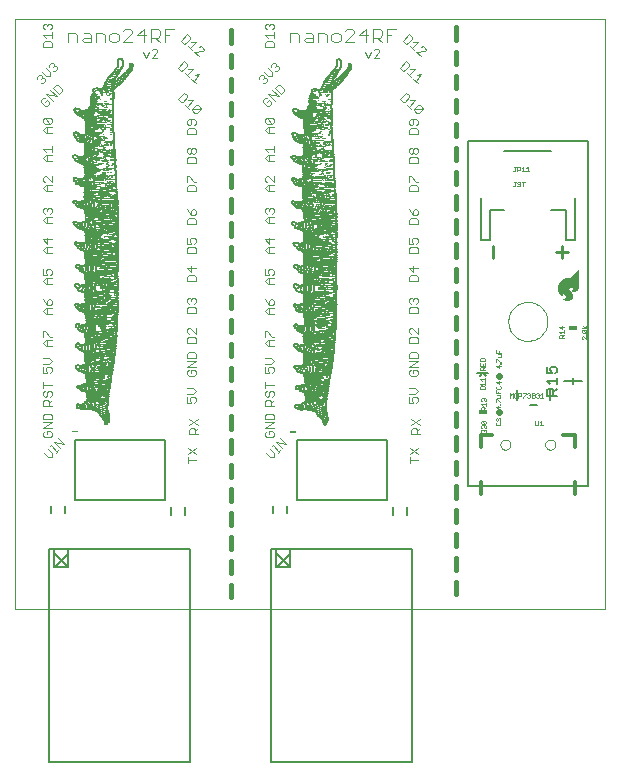
<source format=gto>
G75*
%MOIN*%
%OFA0B0*%
%FSLAX24Y24*%
%IPPOS*%
%LPD*%
%AMOC8*
5,1,8,0,0,1.08239X$1,22.5*
%
%ADD10C,0.0000*%
%ADD11C,0.0040*%
%ADD12C,0.0030*%
%ADD13C,0.0160*%
%ADD14C,0.0080*%
%ADD15C,0.0110*%
%ADD16R,0.0026X0.0002*%
%ADD17R,0.0040X0.0002*%
%ADD18R,0.0050X0.0002*%
%ADD19R,0.0057X0.0002*%
%ADD20R,0.0061X0.0002*%
%ADD21R,0.0069X0.0002*%
%ADD22R,0.0076X0.0002*%
%ADD23R,0.0083X0.0002*%
%ADD24R,0.0090X0.0002*%
%ADD25R,0.0094X0.0002*%
%ADD26R,0.0099X0.0002*%
%ADD27R,0.0104X0.0002*%
%ADD28R,0.0109X0.0002*%
%ADD29R,0.0111X0.0002*%
%ADD30R,0.0116X0.0002*%
%ADD31R,0.0120X0.0002*%
%ADD32R,0.0125X0.0002*%
%ADD33R,0.0128X0.0002*%
%ADD34R,0.0130X0.0002*%
%ADD35R,0.0137X0.0002*%
%ADD36R,0.0139X0.0002*%
%ADD37R,0.0142X0.0002*%
%ADD38R,0.0144X0.0002*%
%ADD39R,0.0146X0.0002*%
%ADD40R,0.0149X0.0002*%
%ADD41R,0.0151X0.0002*%
%ADD42R,0.0154X0.0002*%
%ADD43R,0.0156X0.0002*%
%ADD44R,0.0161X0.0002*%
%ADD45R,0.0163X0.0002*%
%ADD46R,0.0168X0.0002*%
%ADD47R,0.0170X0.0002*%
%ADD48R,0.0172X0.0002*%
%ADD49R,0.0073X0.0002*%
%ADD50R,0.0064X0.0002*%
%ADD51R,0.0059X0.0002*%
%ADD52R,0.0052X0.0002*%
%ADD53R,0.0047X0.0002*%
%ADD54R,0.0045X0.0002*%
%ADD55R,0.0066X0.0002*%
%ADD56R,0.0071X0.0002*%
%ADD57R,0.0080X0.0002*%
%ADD58R,0.0054X0.0002*%
%ADD59R,0.0196X0.0002*%
%ADD60R,0.0198X0.0002*%
%ADD61R,0.0201X0.0002*%
%ADD62R,0.0203X0.0002*%
%ADD63R,0.0021X0.0002*%
%ADD64R,0.0043X0.0002*%
%ADD65R,0.0085X0.0002*%
%ADD66R,0.0097X0.0002*%
%ADD67R,0.0113X0.0002*%
%ADD68R,0.0123X0.0002*%
%ADD69R,0.0132X0.0002*%
%ADD70R,0.0234X0.0002*%
%ADD71R,0.0236X0.0002*%
%ADD72R,0.0239X0.0002*%
%ADD73R,0.0135X0.0002*%
%ADD74R,0.0078X0.0002*%
%ADD75R,0.0102X0.0002*%
%ADD76R,0.0035X0.0002*%
%ADD77R,0.0033X0.0002*%
%ADD78R,0.0175X0.0002*%
%ADD79R,0.0187X0.0002*%
%ADD80R,0.0038X0.0002*%
%ADD81R,0.0210X0.0002*%
%ADD82R,0.0215X0.0002*%
%ADD83R,0.0092X0.0002*%
%ADD84R,0.0165X0.0002*%
%ADD85R,0.0220X0.0002*%
%ADD86R,0.0213X0.0002*%
%ADD87R,0.0208X0.0002*%
%ADD88R,0.0189X0.0002*%
%ADD89R,0.0184X0.0002*%
%ADD90R,0.0180X0.0002*%
%ADD91R,0.0158X0.0002*%
%ADD92R,0.0007X0.0002*%
%ADD93R,0.0118X0.0002*%
%ADD94R,0.0087X0.0002*%
%ADD95R,0.0106X0.0002*%
%ADD96R,0.0224X0.0002*%
%ADD97R,0.0229X0.0002*%
%ADD98R,0.0253X0.0002*%
%ADD99R,0.0269X0.0002*%
%ADD100R,0.0281X0.0002*%
%ADD101R,0.0288X0.0002*%
%ADD102R,0.0298X0.0002*%
%ADD103R,0.0231X0.0002*%
%ADD104R,0.0028X0.0002*%
%ADD105R,0.0241X0.0002*%
%ADD106R,0.0017X0.0002*%
%ADD107R,0.0300X0.0002*%
%ADD108R,0.0347X0.0002*%
%ADD109R,0.0354X0.0002*%
%ADD110R,0.0361X0.0002*%
%ADD111R,0.0369X0.0002*%
%ADD112R,0.0593X0.0002*%
%ADD113R,0.0600X0.0002*%
%ADD114R,0.0607X0.0002*%
%ADD115R,0.0614X0.0002*%
%ADD116R,0.0621X0.0002*%
%ADD117R,0.0628X0.0002*%
%ADD118R,0.0650X0.0002*%
%ADD119R,0.0666X0.0002*%
%ADD120R,0.0687X0.0002*%
%ADD121R,0.0697X0.0002*%
%ADD122R,0.0182X0.0002*%
%ADD123R,0.0704X0.0002*%
%ADD124R,0.0177X0.0002*%
%ADD125R,0.0713X0.0002*%
%ADD126R,0.0534X0.0002*%
%ADD127R,0.0461X0.0002*%
%ADD128R,0.0451X0.0002*%
%ADD129R,0.0446X0.0002*%
%ADD130R,0.0364X0.0002*%
%ADD131R,0.0194X0.0002*%
%ADD132R,0.0305X0.0002*%
%ADD133R,0.0295X0.0002*%
%ADD134R,0.0291X0.0002*%
%ADD135R,0.0206X0.0002*%
%ADD136R,0.0286X0.0002*%
%ADD137R,0.0031X0.0002*%
%ADD138R,0.0276X0.0002*%
%ADD139R,0.0274X0.0002*%
%ADD140R,0.0272X0.0002*%
%ADD141R,0.0279X0.0002*%
%ADD142R,0.0283X0.0002*%
%ADD143R,0.0222X0.0002*%
%ADD144R,0.0217X0.0002*%
%ADD145R,0.0265X0.0002*%
%ADD146R,0.0262X0.0002*%
%ADD147R,0.0260X0.0002*%
%ADD148R,0.0255X0.0002*%
%ADD149R,0.0248X0.0002*%
%ADD150R,0.0014X0.0002*%
%ADD151R,0.0005X0.0002*%
%ADD152R,0.0191X0.0002*%
%ADD153R,0.0227X0.0002*%
%ADD154R,0.0257X0.0002*%
%ADD155R,0.0314X0.0002*%
%ADD156R,0.0312X0.0002*%
%ADD157R,0.0246X0.0002*%
%ADD158R,0.0307X0.0002*%
%ADD159R,0.0309X0.0002*%
%ADD160R,0.0019X0.0002*%
%ADD161R,0.0338X0.0002*%
%ADD162R,0.0373X0.0002*%
%ADD163R,0.0378X0.0002*%
%ADD164R,0.0390X0.0002*%
%ADD165R,0.0472X0.0002*%
%ADD166R,0.0487X0.0002*%
%ADD167R,0.0527X0.0002*%
%ADD168R,0.0293X0.0002*%
%ADD169R,0.0343X0.0002*%
%ADD170R,0.0352X0.0002*%
%ADD171R,0.0423X0.0002*%
%ADD172R,0.0425X0.0002*%
%ADD173R,0.0430X0.0002*%
%ADD174R,0.0437X0.0002*%
%ADD175R,0.0444X0.0002*%
%ADD176R,0.0333X0.0002*%
%ADD177R,0.0595X0.0002*%
%ADD178R,0.0737X0.0002*%
%ADD179R,0.0735X0.0002*%
%ADD180R,0.0491X0.0002*%
%ADD181R,0.0484X0.0002*%
%ADD182R,0.0489X0.0002*%
%ADD183R,0.0357X0.0002*%
%ADD184R,0.0371X0.0002*%
%ADD185R,0.0380X0.0002*%
%ADD186R,0.0385X0.0002*%
%ADD187R,0.0392X0.0002*%
%ADD188R,0.0442X0.0002*%
%ADD189R,0.0501X0.0002*%
%ADD190R,0.0515X0.0002*%
%ADD191R,0.0520X0.0002*%
%ADD192R,0.0522X0.0002*%
%ADD193R,0.0524X0.0002*%
%ADD194R,0.0529X0.0002*%
%ADD195R,0.0531X0.0002*%
%ADD196R,0.0536X0.0002*%
%ADD197R,0.0546X0.0002*%
%ADD198R,0.0754X0.0002*%
%ADD199R,0.0758X0.0002*%
%ADD200R,0.0761X0.0002*%
%ADD201R,0.0763X0.0002*%
%ADD202R,0.0383X0.0002*%
%ADD203R,0.0012X0.0002*%
%ADD204R,0.0331X0.0002*%
%ADD205R,0.0009X0.0002*%
%ADD206R,0.0394X0.0002*%
%ADD207R,0.0397X0.0002*%
%ADD208R,0.0402X0.0002*%
%ADD209R,0.0406X0.0002*%
%ADD210R,0.0416X0.0002*%
%ADD211R,0.0432X0.0002*%
%ADD212R,0.0572X0.0002*%
%ADD213R,0.0576X0.0002*%
%ADD214R,0.0586X0.0002*%
%ADD215R,0.0319X0.0002*%
%ADD216R,0.0428X0.0002*%
%ADD217R,0.0420X0.0002*%
%ADD218R,0.0411X0.0002*%
%ADD219R,0.0317X0.0002*%
%ADD220R,0.0324X0.0002*%
%ADD221R,0.0409X0.0002*%
%ADD222R,0.0435X0.0002*%
%ADD223R,0.0449X0.0002*%
%ADD224R,0.0498X0.0002*%
%ADD225R,0.0517X0.0002*%
%ADD226R,0.0387X0.0002*%
%ADD227R,0.0418X0.0002*%
%ADD228R,0.0359X0.0002*%
%ADD229R,0.0366X0.0002*%
%ADD230R,0.0250X0.0002*%
%ADD231R,0.0302X0.0002*%
%ADD232R,0.0404X0.0002*%
%ADD233R,0.0345X0.0002*%
%ADD234R,0.0350X0.0002*%
%ADD235R,0.0376X0.0002*%
%ADD236R,0.0243X0.0002*%
%ADD237R,0.0340X0.0002*%
%ADD238R,0.0335X0.0002*%
%ADD239R,0.0328X0.0002*%
%ADD240R,0.0326X0.0002*%
%ADD241R,0.0399X0.0002*%
%ADD242R,0.0470X0.0002*%
%ADD243R,0.0824X0.0002*%
%ADD244R,0.0827X0.0002*%
%ADD245R,0.0562X0.0002*%
%ADD246R,0.0553X0.0002*%
%ADD247R,0.0550X0.0002*%
%ADD248R,0.0494X0.0002*%
%ADD249R,0.0508X0.0002*%
%ADD250R,0.0002X0.0002*%
%ADD251R,0.0321X0.0002*%
%ADD252R,0.0496X0.0002*%
%ADD253R,0.0503X0.0002*%
%ADD254R,0.0510X0.0002*%
%ADD255R,0.0555X0.0002*%
%ADD256R,0.0583X0.0002*%
%ADD257R,0.0617X0.0002*%
%ADD258R,0.0631X0.0002*%
%ADD259R,0.0638X0.0002*%
%ADD260R,0.0640X0.0002*%
%ADD261R,0.0643X0.0002*%
%ADD262R,0.0024X0.0002*%
%ADD263R,0.0635X0.0002*%
%ADD264R,0.0633X0.0002*%
%ADD265R,0.0454X0.0002*%
%ADD266R,0.0463X0.0002*%
%ADD267R,0.0513X0.0002*%
%ADD268R,0.0548X0.0002*%
%ADD269R,0.0626X0.0002*%
%ADD270R,0.0657X0.0002*%
%ADD271R,0.0709X0.0002*%
%ADD272R,0.0725X0.0002*%
%ADD273R,0.0817X0.0002*%
%ADD274R,0.0905X0.0002*%
%ADD275R,0.0907X0.0002*%
%ADD276R,0.0659X0.0002*%
%ADD277R,0.0565X0.0002*%
%ADD278R,0.0560X0.0002*%
%ADD279R,0.0267X0.0002*%
%ADD280R,0.0716X0.0002*%
%ADD281R,0.0718X0.0002*%
%ADD282R,0.0482X0.0002*%
%ADD283R,0.0468X0.0002*%
%ADD284R,0.0480X0.0002*%
%ADD285R,0.0413X0.0002*%
%ADD286R,0.0581X0.0002*%
%ADD287R,0.0612X0.0002*%
%ADD288R,0.0619X0.0002*%
%ADD289R,0.0456X0.0002*%
%ADD290R,0.0664X0.0002*%
%ADD291R,0.0661X0.0002*%
%ADD292R,0.0458X0.0002*%
%ADD293R,0.0699X0.0002*%
%ADD294R,0.0567X0.0002*%
%ADD295R,0.0557X0.0002*%
%ADD296R,0.0694X0.0002*%
%ADD297R,0.0702X0.0002*%
%ADD298R,0.0796X0.0002*%
%ADD299R,0.0806X0.0002*%
%ADD300R,0.0822X0.0002*%
%ADD301R,0.0940X0.0002*%
%ADD302R,0.0439X0.0002*%
%ADD303R,0.0784X0.0002*%
%ADD304R,0.0465X0.0002*%
%ADD305R,0.0543X0.0002*%
%ADD306R,0.0569X0.0002*%
%ADD307R,0.0574X0.0002*%
%ADD308R,0.0506X0.0002*%
%ADD309R,0.0645X0.0002*%
%ADD310R,0.0676X0.0002*%
%ADD311R,0.0680X0.0002*%
%ADD312R,0.0683X0.0002*%
%ADD313R,0.0742X0.0002*%
%ADD314R,0.0810X0.0002*%
%ADD315R,0.0815X0.0002*%
%ADD316R,0.0893X0.0002*%
%ADD317R,0.0969X0.0002*%
%ADD318R,0.0976X0.0002*%
%ADD319R,0.0978X0.0002*%
%ADD320R,0.0985X0.0002*%
%ADD321R,0.0987X0.0002*%
%ADD322R,0.0990X0.0002*%
%ADD323R,0.0591X0.0002*%
%ADD324R,0.0598X0.0002*%
%ADD325R,0.0872X0.0002*%
%ADD326R,0.0869X0.0002*%
%ADD327R,0.0777X0.0002*%
%ADD328R,0.0768X0.0002*%
%ADD329R,0.0602X0.0002*%
%ADD330R,0.0609X0.0002*%
%ADD331R,0.0690X0.0002*%
%ADD332R,0.0706X0.0002*%
%ADD333R,0.0711X0.0002*%
%ADD334R,0.0475X0.0002*%
%ADD335R,0.0541X0.0002*%
%ADD336R,0.0685X0.0002*%
%ADD337R,0.0728X0.0002*%
%ADD338R,0.0732X0.0002*%
%ADD339R,0.0898X0.0002*%
%ADD340R,0.0900X0.0002*%
%ADD341R,0.0579X0.0002*%
%ADD342R,0.0973X0.0002*%
%ADD343R,0.0980X0.0002*%
%ADD344R,0.0671X0.0002*%
%ADD345R,0.0803X0.0002*%
%ADD346R,0.0813X0.0002*%
%ADD347R,0.0477X0.0002*%
%ADD348R,0.0794X0.0002*%
%ADD349R,0.0831X0.0002*%
%ADD350R,0.0647X0.0002*%
%ADD351R,0.0652X0.0002*%
%ADD352R,0.0841X0.0002*%
%ADD353R,0.0588X0.0002*%
%ADD354R,0.0624X0.0002*%
%ADD355R,0.0928X0.0002*%
%ADD356R,0.0950X0.0002*%
%ADD357R,0.0994X0.0002*%
%ADD358R,0.1006X0.0002*%
%ADD359R,0.0834X0.0002*%
%ADD360R,0.0945X0.0002*%
%ADD361R,0.1013X0.0002*%
%ADD362R,0.1016X0.0002*%
%ADD363R,0.1018X0.0002*%
%ADD364R,0.0853X0.0002*%
%ADD365R,0.0860X0.0002*%
%ADD366R,0.0654X0.0002*%
%ADD367R,0.0673X0.0002*%
%ADD368R,0.0756X0.0002*%
%ADD369R,0.0782X0.0002*%
%ADD370R,0.0780X0.0002*%
%ADD371R,0.0775X0.0002*%
%ADD372R,0.0886X0.0002*%
%ADD373R,0.0692X0.0002*%
%ADD374R,0.0952X0.0002*%
%ADD375R,0.1098X0.0002*%
%ADD376R,0.1101X0.0002*%
%ADD377R,0.0772X0.0002*%
%ADD378R,0.0926X0.0002*%
%ADD379R,0.0539X0.0002*%
%ADD380R,0.0862X0.0002*%
%ADD381R,0.0879X0.0002*%
%ADD382R,0.0770X0.0002*%
%ADD383R,0.0787X0.0002*%
%ADD384R,0.0791X0.0002*%
%ADD385R,0.0605X0.0002*%
%ADD386R,0.0746X0.0002*%
%ADD387R,0.0744X0.0002*%
%ADD388R,0.0749X0.0002*%
%ADD389R,0.0678X0.0002*%
%ADD390R,0.1002X0.0002*%
%ADD391R,0.1030X0.0002*%
%ADD392R,0.1044X0.0002*%
%ADD393C,0.0000*%
%ADD394C,0.0050*%
%ADD395C,0.0060*%
%ADD396C,0.0010*%
%ADD397R,0.0300X0.0180*%
%ADD398C,0.0220*%
%ADD399C,0.0120*%
%ADD400C,0.0001*%
D10*
X030992Y033994D02*
X030992Y053680D01*
X050677Y053680D01*
X050677Y033994D01*
X030992Y033994D01*
D11*
X032762Y052896D02*
X032762Y053203D01*
X032992Y053203D01*
X033069Y053126D01*
X033069Y052896D01*
X033223Y052972D02*
X033299Y052896D01*
X033529Y052896D01*
X033529Y053126D01*
X033453Y053203D01*
X033299Y053203D01*
X033299Y053049D02*
X033529Y053049D01*
X033683Y052896D02*
X033683Y053203D01*
X033913Y053203D01*
X033990Y053126D01*
X033990Y052896D01*
X034143Y052972D02*
X034220Y052896D01*
X034374Y052896D01*
X034450Y052972D01*
X034450Y053126D01*
X034374Y053203D01*
X034220Y053203D01*
X034143Y053126D01*
X034143Y052972D01*
X034604Y052896D02*
X034911Y053203D01*
X034911Y053279D01*
X034834Y053356D01*
X034680Y053356D01*
X034604Y053279D01*
X034604Y052896D02*
X034911Y052896D01*
X035064Y053126D02*
X035371Y053126D01*
X035525Y053049D02*
X035755Y053049D01*
X035831Y053126D01*
X035831Y053279D01*
X035755Y053356D01*
X035525Y053356D01*
X035525Y052896D01*
X035678Y053049D02*
X035831Y052896D01*
X035985Y052896D02*
X035985Y053356D01*
X036292Y053356D01*
X036138Y053126D02*
X035985Y053126D01*
X035294Y052896D02*
X035294Y053356D01*
X035064Y053126D01*
X033299Y053049D02*
X033223Y052972D01*
X040162Y052896D02*
X040162Y053203D01*
X040392Y053203D01*
X040469Y053126D01*
X040469Y052896D01*
X040623Y052972D02*
X040699Y053049D01*
X040929Y053049D01*
X040929Y053126D02*
X040929Y052896D01*
X040699Y052896D01*
X040623Y052972D01*
X040699Y053203D02*
X040853Y053203D01*
X040929Y053126D01*
X041083Y053203D02*
X041313Y053203D01*
X041390Y053126D01*
X041390Y052896D01*
X041543Y052972D02*
X041620Y052896D01*
X041774Y052896D01*
X041850Y052972D01*
X041850Y053126D01*
X041774Y053203D01*
X041620Y053203D01*
X041543Y053126D01*
X041543Y052972D01*
X041083Y052896D02*
X041083Y053203D01*
X042004Y053279D02*
X042080Y053356D01*
X042234Y053356D01*
X042311Y053279D01*
X042311Y053203D01*
X042004Y052896D01*
X042311Y052896D01*
X042464Y053126D02*
X042771Y053126D01*
X042925Y053049D02*
X043155Y053049D01*
X043231Y053126D01*
X043231Y053279D01*
X043155Y053356D01*
X042925Y053356D01*
X042925Y052896D01*
X043078Y053049D02*
X043231Y052896D01*
X043385Y052896D02*
X043385Y053356D01*
X043692Y053356D01*
X043538Y053126D02*
X043385Y053126D01*
X042694Y052896D02*
X042694Y053356D01*
X042464Y053126D01*
D12*
X042657Y052584D02*
X042754Y052391D01*
X042851Y052584D01*
X042952Y052632D02*
X043000Y052681D01*
X043097Y052681D01*
X043145Y052632D01*
X043145Y052584D01*
X042952Y052391D01*
X043145Y052391D01*
X043830Y052050D02*
X043942Y051957D01*
X044010Y051963D01*
X044134Y052111D01*
X044128Y052180D01*
X044017Y052273D01*
X043830Y052050D01*
X044056Y051861D02*
X044204Y051737D01*
X044130Y051799D02*
X044317Y052021D01*
X044181Y052009D01*
X044406Y051820D02*
X044543Y051832D01*
X044356Y051610D01*
X044282Y051672D02*
X044430Y051547D01*
X044128Y051130D02*
X044017Y051223D01*
X043830Y051000D01*
X043942Y050907D01*
X044010Y050913D01*
X044134Y051061D01*
X044128Y051130D01*
X044181Y050959D02*
X044317Y050971D01*
X044130Y050749D01*
X044056Y050811D02*
X044204Y050687D01*
X044313Y050659D02*
X044586Y050683D01*
X044461Y050534D01*
X044393Y050528D01*
X044319Y050591D01*
X044313Y050659D01*
X044437Y050807D01*
X044505Y050813D01*
X044580Y050751D01*
X044586Y050683D01*
X044379Y050329D02*
X044185Y050329D01*
X044137Y050280D01*
X044137Y050184D01*
X044185Y050135D01*
X044234Y050135D01*
X044282Y050184D01*
X044282Y050329D01*
X044379Y050329D02*
X044427Y050280D01*
X044427Y050184D01*
X044379Y050135D01*
X044379Y050034D02*
X044185Y050034D01*
X044137Y049986D01*
X044137Y049841D01*
X044427Y049841D01*
X044427Y049986D01*
X044379Y050034D01*
X044379Y049379D02*
X044427Y049330D01*
X044427Y049234D01*
X044379Y049185D01*
X044330Y049185D01*
X044282Y049234D01*
X044282Y049330D01*
X044330Y049379D01*
X044379Y049379D01*
X044282Y049330D02*
X044234Y049379D01*
X044185Y049379D01*
X044137Y049330D01*
X044137Y049234D01*
X044185Y049185D01*
X044234Y049185D01*
X044282Y049234D01*
X044185Y049084D02*
X044137Y049036D01*
X044137Y048891D01*
X044427Y048891D01*
X044427Y049036D01*
X044379Y049084D01*
X044185Y049084D01*
X044185Y048429D02*
X044137Y048429D01*
X044137Y048235D01*
X044185Y048134D02*
X044137Y048086D01*
X044137Y047941D01*
X044427Y047941D01*
X044427Y048086D01*
X044379Y048134D01*
X044185Y048134D01*
X044379Y048235D02*
X044427Y048235D01*
X044379Y048235D02*
X044185Y048429D01*
X044137Y047329D02*
X044185Y047232D01*
X044282Y047135D01*
X044282Y047280D01*
X044330Y047329D01*
X044379Y047329D01*
X044427Y047280D01*
X044427Y047184D01*
X044379Y047135D01*
X044282Y047135D01*
X044185Y047034D02*
X044137Y046986D01*
X044137Y046841D01*
X044427Y046841D01*
X044427Y046986D01*
X044379Y047034D01*
X044185Y047034D01*
X044137Y046379D02*
X044137Y046185D01*
X044282Y046185D01*
X044234Y046282D01*
X044234Y046330D01*
X044282Y046379D01*
X044379Y046379D01*
X044427Y046330D01*
X044427Y046234D01*
X044379Y046185D01*
X044379Y046084D02*
X044185Y046084D01*
X044137Y046036D01*
X044137Y045891D01*
X044427Y045891D01*
X044427Y046036D01*
X044379Y046084D01*
X044282Y045429D02*
X044282Y045235D01*
X044137Y045380D01*
X044427Y045380D01*
X044379Y045134D02*
X044185Y045134D01*
X044137Y045086D01*
X044137Y044941D01*
X044427Y044941D01*
X044427Y045086D01*
X044379Y045134D01*
X044379Y044379D02*
X044427Y044330D01*
X044427Y044234D01*
X044379Y044185D01*
X044379Y044084D02*
X044185Y044084D01*
X044137Y044036D01*
X044137Y043891D01*
X044427Y043891D01*
X044427Y044036D01*
X044379Y044084D01*
X044185Y044185D02*
X044137Y044234D01*
X044137Y044330D01*
X044185Y044379D01*
X044234Y044379D01*
X044282Y044330D01*
X044330Y044379D01*
X044379Y044379D01*
X044282Y044330D02*
X044282Y044282D01*
X044234Y043379D02*
X044185Y043379D01*
X044137Y043330D01*
X044137Y043234D01*
X044185Y043185D01*
X044185Y043084D02*
X044137Y043036D01*
X044137Y042891D01*
X044427Y042891D01*
X044427Y043036D01*
X044379Y043084D01*
X044185Y043084D01*
X044427Y043185D02*
X044234Y043379D01*
X044427Y043379D02*
X044427Y043185D01*
X044379Y042573D02*
X044185Y042573D01*
X044137Y042525D01*
X044137Y042380D01*
X044427Y042380D01*
X044427Y042525D01*
X044379Y042573D01*
X044427Y042279D02*
X044137Y042279D01*
X044137Y042085D02*
X044427Y042279D01*
X044427Y042085D02*
X044137Y042085D01*
X044185Y041984D02*
X044137Y041936D01*
X044137Y041839D01*
X044185Y041791D01*
X044379Y041791D01*
X044427Y041839D01*
X044427Y041936D01*
X044379Y041984D01*
X044282Y041984D01*
X044282Y041887D01*
X044330Y041379D02*
X044137Y041379D01*
X044330Y041379D02*
X044427Y041282D01*
X044330Y041185D01*
X044137Y041185D01*
X044137Y041084D02*
X044137Y040891D01*
X044282Y040891D01*
X044234Y040987D01*
X044234Y041036D01*
X044282Y041084D01*
X044379Y041084D01*
X044427Y041036D01*
X044427Y040939D01*
X044379Y040891D01*
X044497Y040329D02*
X044207Y040135D01*
X044255Y040034D02*
X044352Y040034D01*
X044400Y039986D01*
X044400Y039841D01*
X044400Y039937D02*
X044497Y040034D01*
X044497Y040135D02*
X044207Y040329D01*
X044255Y040034D02*
X044207Y039986D01*
X044207Y039841D01*
X044497Y039841D01*
X044447Y039379D02*
X044157Y039185D01*
X044157Y039084D02*
X044157Y038891D01*
X044157Y038987D02*
X044447Y038987D01*
X044447Y039185D02*
X044157Y039379D01*
X040047Y039499D02*
X039842Y039704D01*
X039705Y039567D02*
X040047Y039499D01*
X039910Y039362D02*
X039705Y039567D01*
X039634Y039497D02*
X039566Y039429D01*
X039600Y039463D02*
X039805Y039257D01*
X039771Y039223D02*
X039840Y039292D01*
X039631Y039220D02*
X039494Y039357D01*
X039358Y039220D02*
X039494Y039083D01*
X039631Y039083D01*
X039631Y039220D01*
X039579Y039741D02*
X039627Y039789D01*
X039627Y039886D01*
X039579Y039934D01*
X039482Y039934D01*
X039482Y039837D01*
X039385Y039741D02*
X039579Y039741D01*
X039385Y039741D02*
X039337Y039789D01*
X039337Y039886D01*
X039385Y039934D01*
X039337Y040035D02*
X039627Y040229D01*
X039337Y040229D01*
X039337Y040330D02*
X039337Y040475D01*
X039385Y040523D01*
X039579Y040523D01*
X039627Y040475D01*
X039627Y040330D01*
X039337Y040330D01*
X039337Y040035D02*
X039627Y040035D01*
X039627Y040791D02*
X039337Y040791D01*
X039337Y040936D01*
X039385Y040984D01*
X039482Y040984D01*
X039530Y040936D01*
X039530Y040791D01*
X039530Y040887D02*
X039627Y040984D01*
X039579Y041085D02*
X039627Y041134D01*
X039627Y041230D01*
X039579Y041279D01*
X039530Y041279D01*
X039482Y041230D01*
X039482Y041134D01*
X039434Y041085D01*
X039385Y041085D01*
X039337Y041134D01*
X039337Y041230D01*
X039385Y041279D01*
X039337Y041380D02*
X039337Y041573D01*
X039337Y041477D02*
X039627Y041477D01*
X039579Y041891D02*
X039627Y041939D01*
X039627Y042036D01*
X039579Y042084D01*
X039482Y042084D01*
X039434Y042036D01*
X039434Y041987D01*
X039482Y041891D01*
X039337Y041891D01*
X039337Y042084D01*
X039337Y042185D02*
X039530Y042185D01*
X039627Y042282D01*
X039530Y042379D01*
X039337Y042379D01*
X039434Y042791D02*
X039337Y042887D01*
X039434Y042984D01*
X039627Y042984D01*
X039627Y043085D02*
X039579Y043085D01*
X039385Y043279D01*
X039337Y043279D01*
X039337Y043085D01*
X039482Y042984D02*
X039482Y042791D01*
X039434Y042791D02*
X039627Y042791D01*
X039627Y043841D02*
X039434Y043841D01*
X039337Y043937D01*
X039434Y044034D01*
X039627Y044034D01*
X039579Y044135D02*
X039627Y044184D01*
X039627Y044280D01*
X039579Y044329D01*
X039530Y044329D01*
X039482Y044280D01*
X039482Y044135D01*
X039579Y044135D01*
X039482Y044135D02*
X039385Y044232D01*
X039337Y044329D01*
X039482Y044034D02*
X039482Y043841D01*
X039482Y044841D02*
X039482Y045034D01*
X039434Y045034D02*
X039627Y045034D01*
X039579Y045135D02*
X039627Y045184D01*
X039627Y045280D01*
X039579Y045329D01*
X039482Y045329D01*
X039434Y045280D01*
X039434Y045232D01*
X039482Y045135D01*
X039337Y045135D01*
X039337Y045329D01*
X039434Y045034D02*
X039337Y044937D01*
X039434Y044841D01*
X039627Y044841D01*
X039627Y045891D02*
X039434Y045891D01*
X039337Y045987D01*
X039434Y046084D01*
X039627Y046084D01*
X039482Y046084D02*
X039482Y045891D01*
X039482Y046185D02*
X039482Y046379D01*
X039337Y046330D02*
X039482Y046185D01*
X039627Y046330D02*
X039337Y046330D01*
X039434Y046891D02*
X039337Y046987D01*
X039434Y047084D01*
X039627Y047084D01*
X039579Y047185D02*
X039627Y047234D01*
X039627Y047330D01*
X039579Y047379D01*
X039530Y047379D01*
X039482Y047330D01*
X039482Y047282D01*
X039482Y047330D02*
X039434Y047379D01*
X039385Y047379D01*
X039337Y047330D01*
X039337Y047234D01*
X039385Y047185D01*
X039482Y047084D02*
X039482Y046891D01*
X039434Y046891D02*
X039627Y046891D01*
X039627Y047941D02*
X039434Y047941D01*
X039337Y048037D01*
X039434Y048134D01*
X039627Y048134D01*
X039627Y048235D02*
X039434Y048429D01*
X039385Y048429D01*
X039337Y048380D01*
X039337Y048284D01*
X039385Y048235D01*
X039482Y048134D02*
X039482Y047941D01*
X039627Y048235D02*
X039627Y048429D01*
X039627Y048941D02*
X039434Y048941D01*
X039337Y049037D01*
X039434Y049134D01*
X039627Y049134D01*
X039627Y049235D02*
X039627Y049429D01*
X039627Y049332D02*
X039337Y049332D01*
X039434Y049235D01*
X039482Y049134D02*
X039482Y048941D01*
X039482Y049891D02*
X039482Y050084D01*
X039434Y050084D02*
X039627Y050084D01*
X039579Y050185D02*
X039627Y050234D01*
X039627Y050330D01*
X039579Y050379D01*
X039385Y050379D01*
X039579Y050185D01*
X039385Y050185D01*
X039337Y050234D01*
X039337Y050330D01*
X039385Y050379D01*
X039434Y050084D02*
X039337Y049987D01*
X039434Y049891D01*
X039627Y049891D01*
X039476Y050781D02*
X039545Y050849D01*
X039545Y050918D01*
X039476Y050986D01*
X039408Y050918D01*
X039408Y051055D02*
X039340Y051055D01*
X039271Y050986D01*
X039271Y050918D01*
X039408Y050781D01*
X039476Y050781D01*
X039650Y050955D02*
X039445Y051160D01*
X039787Y051092D01*
X039582Y051297D01*
X039654Y051369D02*
X039756Y051471D01*
X039825Y051471D01*
X039961Y051335D01*
X039961Y051266D01*
X039859Y051164D01*
X039654Y051369D01*
X039395Y051599D02*
X039326Y051531D01*
X039258Y051531D01*
X039258Y051668D02*
X039292Y051702D01*
X039361Y051702D01*
X039395Y051668D01*
X039395Y051599D01*
X039292Y051702D02*
X039292Y051770D01*
X039258Y051805D01*
X039190Y051805D01*
X039121Y051736D01*
X039121Y051668D01*
X039295Y051910D02*
X039432Y051774D01*
X039569Y051774D01*
X039569Y051910D01*
X039432Y052047D01*
X039538Y052085D02*
X039538Y052153D01*
X039606Y052221D01*
X039675Y052221D01*
X039709Y052187D01*
X039709Y052119D01*
X039777Y052119D01*
X039811Y052085D01*
X039811Y052016D01*
X039743Y051948D01*
X039675Y051948D01*
X039675Y052085D02*
X039709Y052119D01*
X039627Y052741D02*
X039627Y052886D01*
X039579Y052934D01*
X039385Y052934D01*
X039337Y052886D01*
X039337Y052741D01*
X039627Y052741D01*
X039627Y053035D02*
X039627Y053229D01*
X039627Y053132D02*
X039337Y053132D01*
X039434Y053035D01*
X039385Y053330D02*
X039337Y053378D01*
X039337Y053475D01*
X039385Y053523D01*
X039434Y053523D01*
X039482Y053475D01*
X039530Y053523D01*
X039579Y053523D01*
X039627Y053475D01*
X039627Y053378D01*
X039579Y053330D01*
X039482Y053427D02*
X039482Y053475D01*
X037280Y052701D02*
X037205Y052763D01*
X037137Y052757D01*
X037280Y052701D02*
X037286Y052633D01*
X037254Y052596D01*
X036982Y052572D01*
X037130Y052447D01*
X036904Y052637D02*
X036756Y052761D01*
X036830Y052699D02*
X037017Y052921D01*
X036881Y052909D01*
X036834Y053011D02*
X036710Y052863D01*
X036642Y052857D01*
X036530Y052950D01*
X036717Y053173D01*
X036828Y053080D01*
X036834Y053011D01*
X036617Y052273D02*
X036430Y052050D01*
X036542Y051957D01*
X036610Y051963D01*
X036734Y052111D01*
X036728Y052180D01*
X036617Y052273D01*
X036781Y052009D02*
X036917Y052021D01*
X036730Y051799D01*
X036656Y051861D02*
X036804Y051737D01*
X036882Y051672D02*
X037030Y051547D01*
X036956Y051610D02*
X037143Y051832D01*
X037006Y051820D01*
X036617Y051223D02*
X036728Y051130D01*
X036734Y051061D01*
X036610Y050913D01*
X036542Y050907D01*
X036430Y051000D01*
X036617Y051223D01*
X036781Y050959D02*
X036917Y050971D01*
X036730Y050749D01*
X036656Y050811D02*
X036804Y050687D01*
X036913Y050659D02*
X037186Y050683D01*
X037061Y050534D01*
X036993Y050528D01*
X036919Y050591D01*
X036913Y050659D01*
X037037Y050807D01*
X037105Y050813D01*
X037180Y050751D01*
X037186Y050683D01*
X036979Y050329D02*
X036785Y050329D01*
X036737Y050280D01*
X036737Y050184D01*
X036785Y050135D01*
X036834Y050135D01*
X036882Y050184D01*
X036882Y050329D01*
X036979Y050329D02*
X037027Y050280D01*
X037027Y050184D01*
X036979Y050135D01*
X036979Y050034D02*
X036785Y050034D01*
X036737Y049986D01*
X036737Y049841D01*
X037027Y049841D01*
X037027Y049986D01*
X036979Y050034D01*
X036979Y049379D02*
X037027Y049330D01*
X037027Y049234D01*
X036979Y049185D01*
X036930Y049185D01*
X036882Y049234D01*
X036882Y049330D01*
X036930Y049379D01*
X036979Y049379D01*
X036882Y049330D02*
X036834Y049379D01*
X036785Y049379D01*
X036737Y049330D01*
X036737Y049234D01*
X036785Y049185D01*
X036834Y049185D01*
X036882Y049234D01*
X036785Y049084D02*
X036737Y049036D01*
X036737Y048891D01*
X037027Y048891D01*
X037027Y049036D01*
X036979Y049084D01*
X036785Y049084D01*
X036785Y048429D02*
X036979Y048235D01*
X037027Y048235D01*
X036979Y048134D02*
X036785Y048134D01*
X036737Y048086D01*
X036737Y047941D01*
X037027Y047941D01*
X037027Y048086D01*
X036979Y048134D01*
X036737Y048235D02*
X036737Y048429D01*
X036785Y048429D01*
X036737Y047329D02*
X036785Y047232D01*
X036882Y047135D01*
X036882Y047280D01*
X036930Y047329D01*
X036979Y047329D01*
X037027Y047280D01*
X037027Y047184D01*
X036979Y047135D01*
X036882Y047135D01*
X036785Y047034D02*
X036737Y046986D01*
X036737Y046841D01*
X037027Y046841D01*
X037027Y046986D01*
X036979Y047034D01*
X036785Y047034D01*
X036737Y046379D02*
X036737Y046185D01*
X036882Y046185D01*
X036834Y046282D01*
X036834Y046330D01*
X036882Y046379D01*
X036979Y046379D01*
X037027Y046330D01*
X037027Y046234D01*
X036979Y046185D01*
X036979Y046084D02*
X036785Y046084D01*
X036737Y046036D01*
X036737Y045891D01*
X037027Y045891D01*
X037027Y046036D01*
X036979Y046084D01*
X036882Y045429D02*
X036882Y045235D01*
X036737Y045380D01*
X037027Y045380D01*
X036979Y045134D02*
X036785Y045134D01*
X036737Y045086D01*
X036737Y044941D01*
X037027Y044941D01*
X037027Y045086D01*
X036979Y045134D01*
X036979Y044379D02*
X037027Y044330D01*
X037027Y044234D01*
X036979Y044185D01*
X036979Y044084D02*
X036785Y044084D01*
X036737Y044036D01*
X036737Y043891D01*
X037027Y043891D01*
X037027Y044036D01*
X036979Y044084D01*
X036785Y044185D02*
X036737Y044234D01*
X036737Y044330D01*
X036785Y044379D01*
X036834Y044379D01*
X036882Y044330D01*
X036930Y044379D01*
X036979Y044379D01*
X036882Y044330D02*
X036882Y044282D01*
X036834Y043379D02*
X036785Y043379D01*
X036737Y043330D01*
X036737Y043234D01*
X036785Y043185D01*
X036785Y043084D02*
X036737Y043036D01*
X036737Y042891D01*
X037027Y042891D01*
X037027Y043036D01*
X036979Y043084D01*
X036785Y043084D01*
X037027Y043185D02*
X036834Y043379D01*
X037027Y043379D02*
X037027Y043185D01*
X036979Y042573D02*
X036785Y042573D01*
X036737Y042525D01*
X036737Y042380D01*
X037027Y042380D01*
X037027Y042525D01*
X036979Y042573D01*
X037027Y042279D02*
X036737Y042279D01*
X036737Y042085D02*
X037027Y042279D01*
X037027Y042085D02*
X036737Y042085D01*
X036785Y041984D02*
X036737Y041936D01*
X036737Y041839D01*
X036785Y041791D01*
X036979Y041791D01*
X037027Y041839D01*
X037027Y041936D01*
X036979Y041984D01*
X036882Y041984D01*
X036882Y041887D01*
X036930Y041379D02*
X036737Y041379D01*
X036930Y041379D02*
X037027Y041282D01*
X036930Y041185D01*
X036737Y041185D01*
X036737Y041084D02*
X036737Y040891D01*
X036882Y040891D01*
X036834Y040987D01*
X036834Y041036D01*
X036882Y041084D01*
X036979Y041084D01*
X037027Y041036D01*
X037027Y040939D01*
X036979Y040891D01*
X037097Y040329D02*
X036807Y040135D01*
X036855Y040034D02*
X036952Y040034D01*
X037000Y039986D01*
X037000Y039841D01*
X037000Y039937D02*
X037097Y040034D01*
X037097Y040135D02*
X036807Y040329D01*
X036855Y040034D02*
X036807Y039986D01*
X036807Y039841D01*
X037097Y039841D01*
X037047Y039379D02*
X036757Y039185D01*
X036757Y039084D02*
X036757Y038891D01*
X036757Y038987D02*
X037047Y038987D01*
X037047Y039185D02*
X036757Y039379D01*
X032647Y039499D02*
X032442Y039704D01*
X032305Y039567D02*
X032647Y039499D01*
X032510Y039362D02*
X032305Y039567D01*
X032234Y039497D02*
X032166Y039429D01*
X032200Y039463D02*
X032405Y039257D01*
X032371Y039223D02*
X032440Y039292D01*
X032231Y039220D02*
X032094Y039357D01*
X031958Y039220D02*
X032094Y039083D01*
X032231Y039083D01*
X032231Y039220D01*
X032179Y039741D02*
X031985Y039741D01*
X031937Y039789D01*
X031937Y039886D01*
X031985Y039934D01*
X032082Y039934D02*
X032082Y039837D01*
X032082Y039934D02*
X032179Y039934D01*
X032227Y039886D01*
X032227Y039789D01*
X032179Y039741D01*
X032227Y040035D02*
X031937Y040035D01*
X032227Y040229D01*
X031937Y040229D01*
X031937Y040330D02*
X031937Y040475D01*
X031985Y040523D01*
X032179Y040523D01*
X032227Y040475D01*
X032227Y040330D01*
X031937Y040330D01*
X031937Y040791D02*
X031937Y040936D01*
X031985Y040984D01*
X032082Y040984D01*
X032130Y040936D01*
X032130Y040791D01*
X032130Y040887D02*
X032227Y040984D01*
X032179Y041085D02*
X032227Y041134D01*
X032227Y041230D01*
X032179Y041279D01*
X032130Y041279D01*
X032082Y041230D01*
X032082Y041134D01*
X032034Y041085D01*
X031985Y041085D01*
X031937Y041134D01*
X031937Y041230D01*
X031985Y041279D01*
X031937Y041380D02*
X031937Y041573D01*
X031937Y041477D02*
X032227Y041477D01*
X032179Y041891D02*
X032227Y041939D01*
X032227Y042036D01*
X032179Y042084D01*
X032082Y042084D01*
X032034Y042036D01*
X032034Y041987D01*
X032082Y041891D01*
X031937Y041891D01*
X031937Y042084D01*
X031937Y042185D02*
X032130Y042185D01*
X032227Y042282D01*
X032130Y042379D01*
X031937Y042379D01*
X032034Y042791D02*
X031937Y042887D01*
X032034Y042984D01*
X032227Y042984D01*
X032227Y043085D02*
X032179Y043085D01*
X031985Y043279D01*
X031937Y043279D01*
X031937Y043085D01*
X032082Y042984D02*
X032082Y042791D01*
X032034Y042791D02*
X032227Y042791D01*
X032227Y043841D02*
X032034Y043841D01*
X031937Y043937D01*
X032034Y044034D01*
X032227Y044034D01*
X032179Y044135D02*
X032227Y044184D01*
X032227Y044280D01*
X032179Y044329D01*
X032130Y044329D01*
X032082Y044280D01*
X032082Y044135D01*
X032179Y044135D01*
X032082Y044135D02*
X031985Y044232D01*
X031937Y044329D01*
X032082Y044034D02*
X032082Y043841D01*
X032082Y044841D02*
X032082Y045034D01*
X032034Y045034D02*
X032227Y045034D01*
X032179Y045135D02*
X032227Y045184D01*
X032227Y045280D01*
X032179Y045329D01*
X032082Y045329D01*
X032034Y045280D01*
X032034Y045232D01*
X032082Y045135D01*
X031937Y045135D01*
X031937Y045329D01*
X032034Y045034D02*
X031937Y044937D01*
X032034Y044841D01*
X032227Y044841D01*
X032227Y045891D02*
X032034Y045891D01*
X031937Y045987D01*
X032034Y046084D01*
X032227Y046084D01*
X032082Y046084D02*
X032082Y045891D01*
X032082Y046185D02*
X032082Y046379D01*
X031937Y046330D02*
X032082Y046185D01*
X032227Y046330D02*
X031937Y046330D01*
X032034Y046891D02*
X031937Y046987D01*
X032034Y047084D01*
X032227Y047084D01*
X032179Y047185D02*
X032227Y047234D01*
X032227Y047330D01*
X032179Y047379D01*
X032130Y047379D01*
X032082Y047330D01*
X032082Y047282D01*
X032082Y047330D02*
X032034Y047379D01*
X031985Y047379D01*
X031937Y047330D01*
X031937Y047234D01*
X031985Y047185D01*
X032082Y047084D02*
X032082Y046891D01*
X032034Y046891D02*
X032227Y046891D01*
X032227Y047941D02*
X032034Y047941D01*
X031937Y048037D01*
X032034Y048134D01*
X032227Y048134D01*
X032227Y048235D02*
X032034Y048429D01*
X031985Y048429D01*
X031937Y048380D01*
X031937Y048284D01*
X031985Y048235D01*
X032082Y048134D02*
X032082Y047941D01*
X032227Y048235D02*
X032227Y048429D01*
X032227Y048941D02*
X032034Y048941D01*
X031937Y049037D01*
X032034Y049134D01*
X032227Y049134D01*
X032227Y049235D02*
X032227Y049429D01*
X032227Y049332D02*
X031937Y049332D01*
X032034Y049235D01*
X032082Y049134D02*
X032082Y048941D01*
X032082Y049891D02*
X032082Y050084D01*
X032034Y050084D02*
X032227Y050084D01*
X032179Y050185D02*
X031985Y050379D01*
X032179Y050379D01*
X032227Y050330D01*
X032227Y050234D01*
X032179Y050185D01*
X031985Y050185D01*
X031937Y050234D01*
X031937Y050330D01*
X031985Y050379D01*
X032034Y050084D02*
X031937Y049987D01*
X032034Y049891D01*
X032227Y049891D01*
X032076Y050781D02*
X032145Y050849D01*
X032145Y050918D01*
X032076Y050986D01*
X032008Y050918D01*
X032008Y051055D02*
X031940Y051055D01*
X031871Y050986D01*
X031871Y050918D01*
X032008Y050781D01*
X032076Y050781D01*
X032250Y050955D02*
X032045Y051160D01*
X032387Y051092D01*
X032182Y051297D01*
X032254Y051369D02*
X032356Y051471D01*
X032425Y051471D01*
X032561Y051335D01*
X032561Y051266D01*
X032459Y051164D01*
X032254Y051369D01*
X031995Y051599D02*
X031926Y051531D01*
X031858Y051531D01*
X031858Y051668D02*
X031892Y051702D01*
X031961Y051702D01*
X031995Y051668D01*
X031995Y051599D01*
X031892Y051702D02*
X031892Y051770D01*
X031858Y051805D01*
X031790Y051805D01*
X031721Y051736D01*
X031721Y051668D01*
X031895Y051910D02*
X032032Y051774D01*
X032169Y051774D01*
X032169Y051910D01*
X032032Y052047D01*
X032138Y052085D02*
X032138Y052153D01*
X032206Y052221D01*
X032275Y052221D01*
X032309Y052187D01*
X032309Y052119D01*
X032377Y052119D01*
X032411Y052085D01*
X032411Y052016D01*
X032343Y051948D01*
X032275Y051948D01*
X032275Y052085D02*
X032309Y052119D01*
X032227Y052741D02*
X032227Y052886D01*
X032179Y052934D01*
X031985Y052934D01*
X031937Y052886D01*
X031937Y052741D01*
X032227Y052741D01*
X032227Y053035D02*
X032227Y053229D01*
X032227Y053132D02*
X031937Y053132D01*
X032034Y053035D01*
X031985Y053330D02*
X031937Y053378D01*
X031937Y053475D01*
X031985Y053523D01*
X032034Y053523D01*
X032082Y053475D01*
X032130Y053523D01*
X032179Y053523D01*
X032227Y053475D01*
X032227Y053378D01*
X032179Y053330D01*
X032082Y053427D02*
X032082Y053475D01*
X035257Y052584D02*
X035354Y052391D01*
X035451Y052584D01*
X035552Y052632D02*
X035600Y052681D01*
X035697Y052681D01*
X035745Y052632D01*
X035745Y052584D01*
X035552Y052391D01*
X035745Y052391D01*
X032227Y040791D02*
X031937Y040791D01*
X043930Y052950D02*
X044042Y052857D01*
X044110Y052863D01*
X044234Y053011D01*
X044228Y053080D01*
X044117Y053173D01*
X043930Y052950D01*
X044156Y052761D02*
X044304Y052637D01*
X044230Y052699D02*
X044417Y052921D01*
X044281Y052909D01*
X044537Y052757D02*
X044605Y052763D01*
X044680Y052701D01*
X044686Y052633D01*
X044654Y052596D01*
X044382Y052572D01*
X044530Y052447D01*
D13*
X045692Y052591D02*
X045692Y052180D01*
X045692Y051787D02*
X045692Y051376D01*
X045692Y050983D02*
X045692Y050573D01*
X045692Y050179D02*
X045692Y049769D01*
X045692Y049375D02*
X045692Y048965D01*
X045692Y048571D02*
X045692Y048161D01*
X045692Y047767D02*
X045692Y047357D01*
X045692Y046963D02*
X045692Y046553D01*
X045692Y046159D02*
X045692Y045749D01*
X045692Y045355D02*
X045692Y044945D01*
X045692Y044552D02*
X045692Y044141D01*
X045692Y043748D02*
X045692Y043337D01*
X045692Y042944D02*
X045692Y042534D01*
X045692Y042140D02*
X045692Y041730D01*
X045692Y041336D02*
X045692Y040926D01*
X045692Y040532D02*
X045692Y040122D01*
X045692Y039728D02*
X045692Y039318D01*
X045692Y038924D02*
X045692Y038514D01*
X045692Y038120D02*
X045692Y037710D01*
X045692Y037316D02*
X045692Y036906D01*
X045692Y036513D02*
X045692Y036102D01*
X045692Y035709D02*
X045692Y035298D01*
X045692Y034905D02*
X045692Y034494D01*
X038192Y034394D02*
X038192Y034805D01*
X038192Y035198D02*
X038192Y035609D01*
X038192Y036002D02*
X038192Y036413D01*
X038192Y036806D02*
X038192Y037216D01*
X038192Y037610D02*
X038192Y038020D01*
X038192Y038414D02*
X038192Y038824D01*
X038192Y039218D02*
X038192Y039628D01*
X038192Y040022D02*
X038192Y040432D01*
X038192Y040826D02*
X038192Y041236D01*
X038192Y041630D02*
X038192Y042040D01*
X038192Y042434D02*
X038192Y042844D01*
X038192Y043237D02*
X038192Y043648D01*
X038192Y044041D02*
X038192Y044452D01*
X038192Y044845D02*
X038192Y045255D01*
X038192Y045649D02*
X038192Y046059D01*
X038192Y046453D02*
X038192Y046863D01*
X038192Y047257D02*
X038192Y047667D01*
X038192Y048061D02*
X038192Y048471D01*
X038192Y048865D02*
X038192Y049275D01*
X038192Y049669D02*
X038192Y050079D01*
X038192Y050473D02*
X038192Y050883D01*
X038192Y051276D02*
X038192Y051687D01*
X038192Y052080D02*
X038192Y052491D01*
X038192Y052884D02*
X038192Y053294D01*
X045692Y053394D02*
X045692Y052984D01*
D14*
X046092Y049594D02*
X046092Y038094D01*
X050092Y038094D01*
X050092Y049594D01*
X046092Y049594D01*
X046517Y047701D02*
X046517Y046323D01*
X046832Y046323D01*
X046832Y047307D01*
X047305Y047307D01*
X047305Y049276D02*
X048880Y049276D01*
X049667Y047701D02*
X049667Y046323D01*
X049352Y046323D01*
X049352Y047307D01*
X048880Y047307D01*
X049592Y041694D02*
X049592Y041594D01*
X049592Y041494D01*
X049592Y041594D02*
X049292Y041594D01*
X049592Y041594D02*
X049892Y041594D01*
X048842Y041301D02*
X048842Y040962D01*
X048388Y040812D02*
X048176Y040812D01*
X047722Y040962D02*
X047722Y041301D01*
X046773Y041888D02*
X046592Y041888D01*
X046684Y041766D01*
X046592Y041888D02*
X046411Y041888D01*
X046506Y041766D02*
X046582Y041882D01*
D15*
X046942Y045699D02*
X046942Y046093D01*
X049045Y045896D02*
X049439Y045896D01*
X049242Y045699D02*
X049242Y046093D01*
D16*
X041701Y051545D03*
X041698Y051548D03*
X041483Y051602D03*
X041476Y051685D03*
X041420Y051356D03*
X041157Y051172D03*
X040980Y051238D03*
X041167Y050804D03*
X041205Y050740D03*
X041285Y050695D03*
X041320Y050891D03*
X040994Y050735D03*
X040966Y049760D03*
X040817Y049703D03*
X040817Y049701D03*
X040820Y049679D03*
X040746Y049722D03*
X040746Y049724D03*
X040746Y049727D03*
X040749Y049741D03*
X040749Y049743D03*
X040668Y049738D03*
X040668Y049750D03*
X040668Y049753D03*
X040668Y049755D03*
X040668Y049757D03*
X040668Y049760D03*
X040323Y049882D03*
X041065Y049554D03*
X041169Y049618D03*
X041280Y049611D03*
X041273Y049313D03*
X041141Y049190D03*
X041032Y049086D03*
X041283Y049067D03*
X041273Y048602D03*
X041469Y048522D03*
X041356Y048293D03*
X041257Y048323D03*
X041238Y048281D03*
X041450Y048144D03*
X041410Y047825D03*
X041051Y047910D03*
X040862Y047756D03*
X041070Y047426D03*
X041117Y047426D03*
X041020Y047360D03*
X041200Y047289D03*
X041197Y047204D03*
X041370Y047298D03*
X041583Y047416D03*
X041559Y047055D03*
X041334Y046641D03*
X041330Y046514D03*
X041320Y046311D03*
X041242Y046216D03*
X041242Y046214D03*
X041242Y046212D03*
X041162Y046202D03*
X041183Y046337D03*
X041592Y046105D03*
X041160Y045838D03*
X041200Y045739D03*
X041075Y045656D03*
X041205Y045338D03*
X041108Y045139D03*
X041153Y044988D03*
X041127Y044931D03*
X041117Y044872D03*
X041188Y044846D03*
X041223Y044643D03*
X041412Y044563D03*
X041634Y044485D03*
X041575Y043972D03*
X041580Y043743D03*
X041583Y043719D03*
X041401Y043788D03*
X041389Y043830D03*
X041108Y043519D03*
X041146Y043358D03*
X041403Y043179D03*
X041091Y042874D03*
X041103Y042697D03*
X041252Y042687D03*
X041136Y042430D03*
X041138Y042413D03*
X041273Y042304D03*
X041108Y042219D03*
X041110Y042042D03*
X041079Y041945D03*
X041285Y041964D03*
X041403Y041735D03*
X041311Y041428D03*
X041046Y041187D03*
X041046Y041185D03*
X041044Y041190D03*
X040923Y041546D03*
X040763Y041950D03*
X040763Y041953D03*
X040765Y041960D03*
X040765Y041962D03*
X040742Y042071D03*
X040742Y042073D03*
X040742Y042075D03*
X040820Y042085D03*
X040820Y042087D03*
X040820Y042090D03*
X041495Y042439D03*
X041294Y040904D03*
X041167Y040486D03*
X041330Y040112D03*
X041070Y044190D03*
X041070Y044192D03*
X041070Y044194D03*
X041115Y044265D03*
X041616Y045149D03*
X040638Y045954D03*
X040640Y045959D03*
X040642Y045964D03*
X040789Y046871D03*
X041056Y046937D03*
X040494Y048068D03*
X040834Y048236D03*
X040805Y048319D03*
X040805Y048321D03*
X040805Y048323D03*
X040980Y048706D03*
X040737Y049004D03*
X040737Y049006D03*
X040737Y049008D03*
X040734Y049013D03*
X040657Y048987D03*
X040654Y048971D03*
X034185Y048536D03*
X033989Y048617D03*
X033972Y048338D03*
X033954Y048295D03*
X034072Y048307D03*
X034166Y048158D03*
X034126Y047839D03*
X033767Y047924D03*
X033578Y047771D03*
X033786Y047440D03*
X033833Y047440D03*
X033736Y047374D03*
X033916Y047303D03*
X033913Y047218D03*
X034086Y047313D03*
X034298Y047431D03*
X034275Y047069D03*
X034050Y046656D03*
X034046Y046528D03*
X034036Y046325D03*
X033958Y046231D03*
X033958Y046228D03*
X033958Y046226D03*
X033878Y046217D03*
X033899Y046351D03*
X034308Y046120D03*
X033876Y045853D03*
X033916Y045754D03*
X033791Y045671D03*
X033920Y045352D03*
X033824Y045154D03*
X033869Y045002D03*
X033843Y044946D03*
X033833Y044887D03*
X033904Y044861D03*
X033939Y044657D03*
X034128Y044577D03*
X034350Y044499D03*
X034291Y043987D03*
X034296Y043757D03*
X034298Y043734D03*
X034117Y043802D03*
X034105Y043845D03*
X033824Y043533D03*
X033861Y043372D03*
X034119Y043193D03*
X033807Y042888D03*
X033819Y042711D03*
X033968Y042702D03*
X033852Y042444D03*
X033854Y042428D03*
X033989Y042319D03*
X033824Y042234D03*
X033826Y042057D03*
X033795Y041960D03*
X034001Y041979D03*
X034119Y041750D03*
X034027Y041443D03*
X033762Y041202D03*
X033762Y041199D03*
X033760Y041204D03*
X033639Y041561D03*
X033479Y041965D03*
X033479Y041967D03*
X033481Y041974D03*
X033481Y041976D03*
X033457Y042085D03*
X033457Y042087D03*
X033457Y042090D03*
X033535Y042099D03*
X033535Y042102D03*
X033535Y042104D03*
X034211Y042454D03*
X034010Y040918D03*
X033883Y040500D03*
X034046Y040127D03*
X033786Y044204D03*
X033786Y044206D03*
X033786Y044209D03*
X033831Y044280D03*
X034331Y045163D03*
X033354Y045969D03*
X033356Y045973D03*
X033358Y045978D03*
X033505Y046885D03*
X033772Y046951D03*
X033209Y048083D03*
X033550Y048250D03*
X033521Y048333D03*
X033521Y048335D03*
X033521Y048338D03*
X033696Y048720D03*
X033748Y049101D03*
X033857Y049205D03*
X033989Y049328D03*
X033998Y049082D03*
X033781Y049569D03*
X033885Y049632D03*
X033996Y049625D03*
X033682Y049774D03*
X033533Y049717D03*
X033533Y049715D03*
X033535Y049694D03*
X033462Y049736D03*
X033462Y049739D03*
X033462Y049741D03*
X033465Y049755D03*
X033465Y049757D03*
X033384Y049753D03*
X033384Y049765D03*
X033384Y049767D03*
X033384Y049769D03*
X033384Y049772D03*
X033384Y049774D03*
X033039Y049897D03*
X033372Y049002D03*
X033370Y048985D03*
X033453Y049018D03*
X033453Y049020D03*
X033453Y049023D03*
X033450Y049028D03*
X033710Y050750D03*
X033883Y050818D03*
X033920Y050754D03*
X034001Y050709D03*
X034036Y050906D03*
X033873Y051187D03*
X033696Y051253D03*
X034135Y051371D03*
X034199Y051617D03*
X034192Y051699D03*
X034414Y051562D03*
X034417Y051560D03*
D17*
X034443Y051543D03*
X034447Y051541D03*
X034303Y051428D03*
X034298Y051430D03*
X034294Y051432D03*
X034289Y051435D03*
X034138Y051390D03*
X034284Y051210D03*
X034287Y051208D03*
X034287Y051206D03*
X034287Y051203D03*
X034289Y051198D03*
X034289Y051196D03*
X034284Y051026D03*
X034284Y051024D03*
X034284Y051021D03*
X034284Y051019D03*
X034284Y051017D03*
X034280Y050969D03*
X034280Y050967D03*
X034280Y050960D03*
X034277Y050955D03*
X034272Y050894D03*
X034272Y050891D03*
X034272Y050889D03*
X034272Y050887D03*
X034272Y050884D03*
X034272Y050882D03*
X034272Y050880D03*
X034272Y050877D03*
X034272Y050875D03*
X034270Y050854D03*
X034270Y050851D03*
X034270Y050849D03*
X034270Y050846D03*
X034270Y050844D03*
X034270Y050842D03*
X034194Y050986D03*
X034043Y050830D03*
X034041Y050650D03*
X033845Y050650D03*
X033708Y050747D03*
X033852Y050854D03*
X033883Y051177D03*
X033880Y051180D03*
X033878Y051220D03*
X033847Y051241D03*
X033840Y051260D03*
X033717Y051269D03*
X034272Y050672D03*
X034272Y050669D03*
X034272Y050667D03*
X034275Y050657D03*
X034275Y050655D03*
X034275Y050653D03*
X034275Y050650D03*
X034275Y050648D03*
X034275Y050636D03*
X034275Y050634D03*
X034275Y050631D03*
X034277Y050294D03*
X034272Y050232D03*
X034272Y050230D03*
X034268Y050185D03*
X034268Y050183D03*
X034270Y050180D03*
X034270Y050178D03*
X034270Y050176D03*
X034270Y050173D03*
X034270Y050171D03*
X034270Y050169D03*
X034270Y050166D03*
X034265Y050126D03*
X034265Y050107D03*
X034270Y050003D03*
X034270Y050001D03*
X034270Y049998D03*
X034270Y049996D03*
X034270Y049994D03*
X034272Y049991D03*
X034272Y049989D03*
X034275Y049982D03*
X034277Y049970D03*
X034277Y049968D03*
X034277Y049965D03*
X034277Y049963D03*
X034280Y049913D03*
X034280Y049911D03*
X034280Y049909D03*
X034280Y049899D03*
X034289Y049850D03*
X034289Y049847D03*
X034289Y049845D03*
X034289Y049843D03*
X034289Y049840D03*
X034289Y049838D03*
X034291Y049826D03*
X034291Y049824D03*
X034291Y049821D03*
X034291Y049819D03*
X034291Y049817D03*
X034291Y049814D03*
X034291Y049812D03*
X034291Y049809D03*
X034291Y049807D03*
X034291Y049805D03*
X034291Y049802D03*
X034291Y049800D03*
X034291Y049798D03*
X034291Y049795D03*
X034291Y049793D03*
X034291Y049791D03*
X034291Y049788D03*
X034291Y049767D03*
X034291Y049765D03*
X034291Y049762D03*
X034291Y049760D03*
X034294Y049734D03*
X034294Y049731D03*
X034294Y049703D03*
X034294Y049661D03*
X034298Y049642D03*
X034298Y049639D03*
X034298Y049637D03*
X034301Y049620D03*
X034301Y049618D03*
X034301Y049616D03*
X034310Y049493D03*
X034315Y049436D03*
X034315Y049403D03*
X034315Y049401D03*
X034315Y049328D03*
X034315Y049325D03*
X034315Y049316D03*
X034315Y049313D03*
X034315Y049311D03*
X034343Y049004D03*
X034343Y049002D03*
X034343Y048999D03*
X034343Y048997D03*
X034343Y048994D03*
X034346Y048907D03*
X034348Y048857D03*
X034348Y048855D03*
X034140Y048768D03*
X034083Y048810D03*
X034079Y048938D03*
X033975Y049174D03*
X033998Y049202D03*
X033864Y049207D03*
X033741Y049106D03*
X033739Y049108D03*
X033585Y048914D03*
X033585Y048912D03*
X033587Y048900D03*
X033587Y048898D03*
X033587Y048895D03*
X033590Y048893D03*
X033590Y048891D03*
X033590Y048888D03*
X033590Y048886D03*
X033512Y048898D03*
X033512Y048900D03*
X033512Y048902D03*
X033512Y048905D03*
X033512Y048907D03*
X033500Y048867D03*
X033498Y048865D03*
X033382Y048909D03*
X033380Y048914D03*
X033375Y048928D03*
X033309Y048924D03*
X033306Y048921D03*
X033306Y048919D03*
X033306Y048917D03*
X033240Y048919D03*
X033238Y048914D03*
X033235Y048909D03*
X033313Y048987D03*
X033316Y048985D03*
X033372Y049028D03*
X033372Y049030D03*
X033370Y049035D03*
X033368Y049039D03*
X033365Y049044D03*
X033363Y049049D03*
X033361Y049051D03*
X033443Y049063D03*
X033002Y049129D03*
X033252Y049630D03*
X033252Y049632D03*
X033384Y049682D03*
X033394Y049717D03*
X033391Y049729D03*
X033391Y049731D03*
X033391Y049734D03*
X033462Y049682D03*
X033462Y049680D03*
X033465Y049670D03*
X033465Y049668D03*
X033465Y049665D03*
X033465Y049656D03*
X033465Y049654D03*
X033465Y049651D03*
X033524Y049644D03*
X033528Y049651D03*
X033592Y049649D03*
X033592Y049646D03*
X033592Y049644D03*
X033592Y049689D03*
X033594Y049741D03*
X033597Y049743D03*
X033587Y049793D03*
X033462Y049798D03*
X033462Y049800D03*
X033743Y049807D03*
X033736Y049866D03*
X033743Y049703D03*
X033920Y049918D03*
X033906Y050095D03*
X033920Y050152D03*
X033854Y050306D03*
X033757Y050237D03*
X033727Y050400D03*
X033755Y050417D03*
X033757Y050419D03*
X033656Y050086D03*
X033618Y050062D03*
X033391Y050431D03*
X033391Y050433D03*
X033320Y050424D03*
X033318Y050466D03*
X033150Y050513D03*
X033148Y050511D03*
X033134Y050497D03*
X034194Y049998D03*
X034197Y049824D03*
X034062Y049682D03*
X034053Y049500D03*
X033963Y048661D03*
X033991Y048539D03*
X034107Y048534D03*
X034187Y048539D03*
X034353Y048515D03*
X034353Y048513D03*
X034353Y048510D03*
X034355Y048506D03*
X034357Y048503D03*
X034360Y048498D03*
X034362Y048494D03*
X034362Y048477D03*
X034362Y048432D03*
X034365Y048373D03*
X034365Y048371D03*
X034365Y048361D03*
X034365Y048359D03*
X034365Y048357D03*
X034365Y048354D03*
X034365Y048352D03*
X034365Y048350D03*
X034365Y048347D03*
X034365Y048345D03*
X034365Y048343D03*
X034365Y048340D03*
X034365Y048338D03*
X034365Y048335D03*
X034365Y048333D03*
X034369Y048279D03*
X034372Y048220D03*
X034372Y048217D03*
X034372Y048215D03*
X034372Y048213D03*
X034372Y048210D03*
X034372Y048208D03*
X034376Y048156D03*
X034376Y048064D03*
X034395Y047851D03*
X034398Y047846D03*
X034398Y047844D03*
X034398Y047837D03*
X034412Y047667D03*
X034412Y047665D03*
X034414Y047657D03*
X034414Y047655D03*
X034414Y047653D03*
X034414Y047650D03*
X034417Y047598D03*
X034324Y047634D03*
X034220Y047735D03*
X034150Y047915D03*
X033989Y048177D03*
X033939Y048177D03*
X033833Y048201D03*
X033618Y048255D03*
X033618Y048257D03*
X033625Y048312D03*
X033613Y048345D03*
X033547Y048191D03*
X033547Y048189D03*
X033545Y048187D03*
X033545Y048184D03*
X033439Y048324D03*
X033441Y048343D03*
X033441Y048345D03*
X033346Y048224D03*
X033328Y048154D03*
X033134Y048220D03*
X033131Y048217D03*
X033129Y048213D03*
X033127Y048208D03*
X033124Y048206D03*
X033122Y048203D03*
X033070Y048269D03*
X033063Y048265D03*
X032999Y048373D03*
X033512Y048002D03*
X033514Y047993D03*
X033460Y047556D03*
X033465Y047532D03*
X033465Y047530D03*
X033467Y047525D03*
X033474Y047513D03*
X033639Y047428D03*
X033637Y047419D03*
X033635Y047414D03*
X033635Y047412D03*
X033632Y047407D03*
X033630Y047402D03*
X033628Y047400D03*
X033625Y047395D03*
X033753Y047421D03*
X033330Y047280D03*
X033330Y047277D03*
X033363Y047020D03*
X033420Y046869D03*
X033420Y046866D03*
X033422Y046864D03*
X033422Y046861D03*
X033429Y046824D03*
X033429Y046821D03*
X033429Y046819D03*
X033429Y046817D03*
X033429Y046814D03*
X033431Y046809D03*
X033431Y046807D03*
X033434Y046802D03*
X033434Y046800D03*
X033434Y046798D03*
X033434Y046795D03*
X033434Y046793D03*
X033431Y046791D03*
X033431Y046788D03*
X033429Y046786D03*
X033429Y046783D03*
X033427Y046743D03*
X033424Y046736D03*
X033424Y046734D03*
X033424Y046731D03*
X033424Y046729D03*
X033422Y046727D03*
X033422Y046724D03*
X033417Y046717D03*
X033415Y046713D03*
X033413Y046710D03*
X033413Y046708D03*
X033410Y046703D03*
X033384Y046668D03*
X033311Y046720D03*
X033325Y046762D03*
X033325Y046765D03*
X033328Y046767D03*
X033328Y046769D03*
X033328Y046772D03*
X033328Y046774D03*
X033328Y046776D03*
X033330Y046809D03*
X033226Y046727D03*
X033224Y046724D03*
X033221Y046720D03*
X033219Y046717D03*
X033217Y046715D03*
X033483Y046656D03*
X033486Y046658D03*
X033488Y046661D03*
X033491Y046663D03*
X033491Y046665D03*
X033493Y046670D03*
X033519Y046795D03*
X033519Y046798D03*
X033514Y046814D03*
X033514Y046817D03*
X033514Y046819D03*
X033514Y046821D03*
X033514Y046824D03*
X033514Y046828D03*
X033514Y046831D03*
X033514Y046838D03*
X033498Y046897D03*
X033495Y046899D03*
X033037Y047452D03*
X033035Y047457D03*
X033032Y047459D03*
X033030Y047464D03*
X033637Y048515D03*
X034091Y048222D03*
X034306Y047228D03*
X034235Y047178D03*
X034424Y047232D03*
X034424Y047235D03*
X034424Y047237D03*
X034424Y047239D03*
X034431Y047102D03*
X034433Y047095D03*
X034433Y047093D03*
X034433Y047069D03*
X034433Y047067D03*
X034431Y047062D03*
X034431Y047060D03*
X034428Y046894D03*
X034431Y046890D03*
X034431Y046887D03*
X034431Y046885D03*
X034431Y046883D03*
X034131Y046746D03*
X034124Y046753D03*
X034329Y046273D03*
X034331Y046271D03*
X034331Y046269D03*
X034428Y046302D03*
X034036Y046134D03*
X033857Y046124D03*
X033720Y046018D03*
X033717Y046016D03*
X033717Y046013D03*
X033715Y046011D03*
X033715Y046009D03*
X033713Y046006D03*
X033713Y046004D03*
X033710Y045999D03*
X033698Y045971D03*
X033698Y045969D03*
X033620Y046002D03*
X033620Y046004D03*
X033623Y046009D03*
X033623Y046011D03*
X033606Y045966D03*
X033604Y045964D03*
X033573Y046084D03*
X033639Y046091D03*
X033642Y046101D03*
X033639Y046106D03*
X033639Y046108D03*
X033639Y046110D03*
X033639Y046113D03*
X033639Y046115D03*
X033639Y046117D03*
X033557Y046160D03*
X033481Y046150D03*
X033481Y046148D03*
X033481Y046146D03*
X033481Y046143D03*
X033481Y046141D03*
X033481Y046139D03*
X033481Y046136D03*
X033481Y046134D03*
X033481Y046131D03*
X033483Y046113D03*
X033483Y046110D03*
X033483Y046108D03*
X033483Y046106D03*
X033483Y046103D03*
X033483Y046096D03*
X033483Y046094D03*
X033483Y046091D03*
X033486Y046087D03*
X033486Y046084D03*
X033488Y046080D03*
X033488Y046077D03*
X033488Y046075D03*
X033488Y046061D03*
X033488Y046058D03*
X033488Y046056D03*
X033483Y046028D03*
X033481Y046023D03*
X033481Y046020D03*
X033479Y046016D03*
X033479Y046013D03*
X033476Y046011D03*
X033394Y046075D03*
X033394Y046077D03*
X033394Y046080D03*
X033394Y046082D03*
X033394Y046162D03*
X033306Y046150D03*
X033217Y046065D03*
X033214Y046058D03*
X033214Y046056D03*
X033212Y046054D03*
X033209Y046049D03*
X033207Y046046D03*
X033269Y045985D03*
X033351Y045959D03*
X033101Y046049D03*
X033098Y046054D03*
X033098Y046056D03*
X033098Y046058D03*
X033096Y045484D03*
X033124Y045319D03*
X033259Y045267D03*
X033261Y045269D03*
X033261Y045272D03*
X033264Y045274D03*
X033264Y045276D03*
X033266Y045283D03*
X033269Y045295D03*
X033269Y045298D03*
X033269Y045300D03*
X033269Y045302D03*
X033363Y045309D03*
X033363Y045312D03*
X033363Y045314D03*
X033363Y045317D03*
X033361Y045328D03*
X033361Y045331D03*
X033361Y045333D03*
X033361Y045335D03*
X033361Y045338D03*
X033358Y045345D03*
X033358Y045347D03*
X033358Y045350D03*
X033356Y045357D03*
X033356Y045359D03*
X033356Y045361D03*
X033356Y045364D03*
X033346Y045409D03*
X033422Y045406D03*
X033424Y045402D03*
X033429Y045378D03*
X033429Y045376D03*
X033431Y045366D03*
X033431Y045364D03*
X033431Y045361D03*
X033431Y045359D03*
X033434Y045354D03*
X033434Y045352D03*
X033434Y045350D03*
X033436Y045328D03*
X033436Y045326D03*
X033436Y045324D03*
X033436Y045321D03*
X033436Y045317D03*
X033436Y045314D03*
X033434Y045307D03*
X033431Y045300D03*
X033431Y045298D03*
X033427Y045265D03*
X033420Y045227D03*
X033420Y045224D03*
X033417Y045220D03*
X033415Y045215D03*
X033335Y045234D03*
X033502Y045208D03*
X033517Y045241D03*
X033517Y045243D03*
X033543Y045319D03*
X033543Y045321D03*
X033545Y045324D03*
X033545Y045326D03*
X033545Y045328D03*
X033545Y045331D03*
X033545Y045333D03*
X033543Y045338D03*
X033543Y045340D03*
X033540Y045345D03*
X033533Y045369D03*
X033599Y045416D03*
X033706Y045378D03*
X033710Y045361D03*
X033710Y045359D03*
X033710Y045357D03*
X033710Y045354D03*
X033713Y045352D03*
X033713Y045350D03*
X033713Y045347D03*
X033977Y045196D03*
X034164Y045286D03*
X034327Y045487D03*
X034034Y045548D03*
X033743Y045031D03*
X033788Y044972D03*
X033578Y044771D03*
X033578Y044769D03*
X033580Y044766D03*
X033580Y044764D03*
X033580Y044761D03*
X033580Y044759D03*
X033576Y044773D03*
X033590Y044714D03*
X033592Y044712D03*
X033590Y044648D03*
X033587Y044646D03*
X033587Y044643D03*
X033519Y044660D03*
X033519Y044662D03*
X033519Y044665D03*
X033517Y044641D03*
X033517Y044639D03*
X033524Y044698D03*
X033524Y044700D03*
X033424Y044672D03*
X033424Y044669D03*
X033424Y044667D03*
X033424Y044665D03*
X033424Y044662D03*
X033424Y044660D03*
X033424Y044657D03*
X033424Y044655D03*
X033424Y044653D03*
X033424Y044650D03*
X033417Y044615D03*
X033413Y044591D03*
X033410Y044587D03*
X033337Y044608D03*
X033337Y044610D03*
X033339Y044615D03*
X033339Y044617D03*
X033342Y044627D03*
X033342Y044629D03*
X033344Y044636D03*
X033349Y044648D03*
X033351Y044655D03*
X033354Y044667D03*
X033346Y044731D03*
X033346Y044733D03*
X033344Y044735D03*
X033344Y044738D03*
X033344Y044740D03*
X033342Y044745D03*
X033415Y044761D03*
X033415Y044764D03*
X033417Y044757D03*
X033417Y044740D03*
X033417Y044738D03*
X033417Y044735D03*
X033417Y044733D03*
X033335Y044603D03*
X033332Y044598D03*
X033330Y044594D03*
X033330Y044591D03*
X033238Y044613D03*
X033235Y044610D03*
X033261Y044728D03*
X033259Y044731D03*
X033259Y044733D03*
X033257Y044735D03*
X033682Y044601D03*
X033944Y044568D03*
X033946Y044558D03*
X034072Y044714D03*
X034341Y044577D03*
X034421Y044537D03*
X034421Y044520D03*
X034417Y044480D03*
X034417Y044478D03*
X034417Y044476D03*
X034417Y044355D03*
X034417Y044353D03*
X034289Y044280D03*
X034424Y044117D03*
X034426Y044114D03*
X034426Y044112D03*
X034426Y044109D03*
X034421Y044088D03*
X034027Y044289D03*
X033654Y044270D03*
X033566Y044135D03*
X033566Y044133D03*
X033566Y044131D03*
X033566Y044128D03*
X033564Y044119D03*
X033566Y044093D03*
X033566Y044091D03*
X033566Y044088D03*
X033566Y044086D03*
X033566Y044083D03*
X033566Y044081D03*
X033566Y044079D03*
X033566Y044076D03*
X033566Y044074D03*
X033569Y044065D03*
X033571Y044055D03*
X033571Y044053D03*
X033571Y044013D03*
X033571Y044010D03*
X033571Y044008D03*
X033571Y044006D03*
X033571Y044003D03*
X033571Y044001D03*
X033569Y043998D03*
X033569Y043996D03*
X033569Y043994D03*
X033566Y043984D03*
X033564Y043980D03*
X033552Y043954D03*
X033550Y043951D03*
X033550Y043949D03*
X033547Y043946D03*
X033545Y043944D03*
X033538Y043937D03*
X033474Y043946D03*
X033474Y043949D03*
X033474Y044003D03*
X033474Y044006D03*
X033476Y044022D03*
X033476Y044024D03*
X033408Y044024D03*
X033408Y044022D03*
X033408Y044020D03*
X033408Y044017D03*
X033408Y044015D03*
X033406Y044008D03*
X033398Y043984D03*
X033398Y043982D03*
X033391Y043956D03*
X033382Y043937D03*
X033380Y043935D03*
X033380Y043932D03*
X033316Y043972D03*
X033316Y043975D03*
X033316Y043977D03*
X033318Y043982D03*
X033320Y043989D03*
X033323Y043994D03*
X033323Y043996D03*
X033325Y043998D03*
X033325Y044001D03*
X033332Y044015D03*
X033335Y044017D03*
X033335Y044020D03*
X033335Y044022D03*
X033339Y044031D03*
X033339Y044034D03*
X033342Y044039D03*
X033342Y044041D03*
X033342Y044043D03*
X033342Y044046D03*
X033346Y044062D03*
X033346Y044065D03*
X033346Y044067D03*
X033346Y044069D03*
X033346Y044072D03*
X033346Y044074D03*
X033346Y044076D03*
X033346Y044079D03*
X033346Y044081D03*
X033313Y043970D03*
X033302Y043944D03*
X033299Y043942D03*
X033644Y043963D03*
X033644Y043965D03*
X033644Y043968D03*
X033646Y044013D03*
X033646Y044015D03*
X033646Y044017D03*
X033646Y044020D03*
X033649Y044024D03*
X033649Y044027D03*
X033651Y044029D03*
X033675Y044098D03*
X033675Y044100D03*
X033675Y044102D03*
X033675Y044105D03*
X033899Y043455D03*
X033887Y043401D03*
X033682Y043401D03*
X033682Y043403D03*
X033682Y043406D03*
X033682Y043408D03*
X033682Y043410D03*
X033682Y043398D03*
X033682Y043396D03*
X033682Y043394D03*
X033682Y043391D03*
X033682Y043389D03*
X033682Y043387D03*
X033682Y043384D03*
X033682Y043382D03*
X033682Y043380D03*
X033682Y043377D03*
X033682Y043375D03*
X033682Y043372D03*
X033604Y043361D03*
X033604Y043358D03*
X033606Y043349D03*
X033606Y043346D03*
X033606Y043344D03*
X033602Y043384D03*
X033602Y043387D03*
X033602Y043389D03*
X033599Y043415D03*
X033526Y043387D03*
X033526Y043384D03*
X033526Y043382D03*
X033526Y043380D03*
X033526Y043377D03*
X033526Y043375D03*
X033526Y043363D03*
X033526Y043361D03*
X033526Y043358D03*
X033528Y043354D03*
X033528Y043351D03*
X033524Y043391D03*
X033455Y043387D03*
X033450Y043320D03*
X033450Y043318D03*
X033450Y043316D03*
X033448Y043311D03*
X033448Y043309D03*
X033448Y043306D03*
X033446Y043304D03*
X033446Y043302D03*
X033443Y043294D03*
X033441Y043292D03*
X033431Y043269D03*
X033429Y043266D03*
X033429Y043264D03*
X033427Y043261D03*
X033427Y043259D03*
X033424Y043254D03*
X033424Y043252D03*
X033422Y043250D03*
X033422Y043247D03*
X033502Y043245D03*
X033502Y043243D03*
X033502Y043240D03*
X033505Y043250D03*
X033526Y043299D03*
X033528Y043306D03*
X033592Y043264D03*
X033585Y043247D03*
X033354Y043318D03*
X033351Y043313D03*
X033351Y043311D03*
X033349Y043306D03*
X033346Y043302D03*
X033346Y043299D03*
X033337Y043280D03*
X033335Y043278D03*
X033323Y043266D03*
X033320Y043264D03*
X033250Y043287D03*
X033252Y043294D03*
X033254Y043299D03*
X033254Y043302D03*
X033257Y043304D03*
X033257Y043306D03*
X033259Y043311D03*
X033259Y043313D03*
X033198Y043344D03*
X033195Y043342D03*
X033186Y043330D03*
X033183Y043328D03*
X033356Y043339D03*
X033356Y043342D03*
X033356Y043344D03*
X033356Y043372D03*
X033356Y043375D03*
X033354Y043382D03*
X033354Y043384D03*
X033349Y043401D03*
X033349Y043403D03*
X033439Y042777D03*
X033519Y042782D03*
X033521Y042758D03*
X033524Y042756D03*
X033533Y042720D03*
X033533Y042718D03*
X033535Y042697D03*
X033526Y042647D03*
X033524Y042640D03*
X033609Y042628D03*
X033611Y042631D03*
X033611Y042650D03*
X033611Y042652D03*
X033611Y042702D03*
X033609Y042706D03*
X033609Y042709D03*
X033606Y042711D03*
X033606Y042713D03*
X033604Y042716D03*
X033604Y042718D03*
X033602Y042725D03*
X033602Y042728D03*
X033599Y042730D03*
X033592Y042744D03*
X033590Y042749D03*
X033587Y042761D03*
X033587Y042763D03*
X033587Y042765D03*
X033587Y042768D03*
X033587Y042770D03*
X033587Y042772D03*
X033587Y042775D03*
X033587Y042782D03*
X033708Y042756D03*
X033708Y042754D03*
X033696Y042709D03*
X033696Y042706D03*
X033694Y042702D03*
X033668Y042621D03*
X033670Y042595D03*
X033670Y042593D03*
X033670Y042591D03*
X033569Y042557D03*
X033427Y042645D03*
X033429Y042652D03*
X033429Y042654D03*
X033429Y042657D03*
X033429Y042659D03*
X033346Y042697D03*
X033346Y042699D03*
X033346Y042702D03*
X033344Y042706D03*
X033344Y042709D03*
X033342Y042713D03*
X033342Y042716D03*
X033342Y042718D03*
X033342Y042720D03*
X033339Y042732D03*
X033335Y042746D03*
X033335Y042749D03*
X033332Y042751D03*
X033332Y042754D03*
X033330Y042756D03*
X033243Y042683D03*
X033235Y042645D03*
X033323Y042617D03*
X033325Y042619D03*
X033833Y042633D03*
X034228Y042669D03*
X034225Y042758D03*
X034353Y042850D03*
X034355Y042853D03*
X034336Y042546D03*
X034334Y042522D03*
X034334Y042520D03*
X034121Y041752D03*
X034112Y041726D03*
X033720Y041752D03*
X033637Y041889D03*
X033654Y041943D03*
X033654Y041946D03*
X033654Y041948D03*
X033654Y041950D03*
X033654Y041953D03*
X033654Y041955D03*
X033654Y041957D03*
X033644Y042043D03*
X033646Y042045D03*
X033654Y042073D03*
X033547Y042043D03*
X033547Y042040D03*
X033547Y042038D03*
X033564Y041981D03*
X033564Y041979D03*
X033564Y041976D03*
X033561Y041972D03*
X033561Y041969D03*
X033550Y041946D03*
X033547Y041941D03*
X033533Y041915D03*
X033531Y041910D03*
X033521Y041889D03*
X033519Y041887D03*
X033403Y041931D03*
X033406Y041953D03*
X033406Y041955D03*
X033406Y041957D03*
X033406Y041960D03*
X033332Y041993D03*
X033323Y042052D03*
X033323Y042054D03*
X033320Y042057D03*
X033320Y042059D03*
X033320Y042061D03*
X033384Y042045D03*
X033387Y042050D03*
X033387Y042052D03*
X033387Y042064D03*
X033387Y042066D03*
X033387Y042069D03*
X033387Y042071D03*
X033384Y042083D03*
X033384Y042085D03*
X033465Y042118D03*
X033533Y042116D03*
X033252Y042026D03*
X033252Y042024D03*
X033160Y042009D03*
X033157Y042007D03*
X033214Y041936D03*
X033294Y041910D03*
X033453Y041440D03*
X033453Y041438D03*
X033453Y041435D03*
X033462Y041391D03*
X033462Y041388D03*
X033462Y041386D03*
X033465Y041379D03*
X033465Y041376D03*
X033467Y041372D03*
X033467Y041369D03*
X033469Y041362D03*
X033469Y041360D03*
X033472Y041331D03*
X033472Y041329D03*
X033472Y041327D03*
X033472Y041315D03*
X033472Y041313D03*
X033472Y041310D03*
X033469Y041303D03*
X033543Y041400D03*
X033543Y041402D03*
X033540Y041405D03*
X033540Y041407D03*
X033538Y041409D03*
X033535Y041414D03*
X033533Y041421D03*
X033531Y041428D03*
X033531Y041431D03*
X033521Y041447D03*
X033606Y041445D03*
X033602Y041402D03*
X033672Y041369D03*
X033675Y041374D03*
X033677Y041379D03*
X033680Y041383D03*
X033682Y041388D03*
X033684Y041395D03*
X033684Y041398D03*
X033684Y041400D03*
X033684Y041402D03*
X033684Y041405D03*
X033684Y041407D03*
X033684Y041409D03*
X033684Y041412D03*
X033684Y041414D03*
X033684Y041417D03*
X033684Y041419D03*
X033682Y041431D03*
X033682Y041433D03*
X033817Y041360D03*
X033668Y041270D03*
X033668Y041268D03*
X033665Y041263D03*
X033665Y041261D03*
X033658Y040838D03*
X033661Y040833D03*
X033757Y040731D03*
X033755Y040729D03*
X033838Y040557D03*
X033845Y040559D03*
X033850Y040561D03*
X033852Y040564D03*
X033892Y040507D03*
X033928Y040450D03*
X033925Y040448D03*
X033920Y040446D03*
X034135Y040384D03*
X034138Y040361D03*
X034140Y040309D03*
X034140Y040306D03*
X034140Y040304D03*
X034140Y040302D03*
X034140Y040299D03*
X034140Y040297D03*
X034048Y040129D03*
X034086Y040835D03*
X034086Y040838D03*
X034088Y040845D03*
X034091Y040854D03*
X034091Y040857D03*
X034091Y040859D03*
X034091Y040861D03*
X034088Y040873D03*
X034088Y040876D03*
X034088Y040878D03*
X034095Y040930D03*
X034095Y040932D03*
X033318Y040717D03*
X033318Y040715D03*
X033316Y040710D03*
X033316Y040708D03*
X033252Y040729D03*
X033235Y040708D03*
X033167Y040717D03*
X033186Y040762D03*
X033238Y040635D03*
X034407Y043436D03*
X034407Y043439D03*
X034407Y043441D03*
X034407Y043443D03*
X034407Y043446D03*
X034407Y043448D03*
X034407Y043450D03*
X034412Y043592D03*
X034412Y043594D03*
X034412Y043597D03*
X034412Y043599D03*
X034412Y043602D03*
X034435Y044691D03*
X034435Y044693D03*
X034435Y044695D03*
X034896Y051980D03*
X034896Y051983D03*
X034898Y051985D03*
X034898Y051987D03*
X034898Y051990D03*
X040418Y050482D03*
X040432Y050497D03*
X040434Y050499D03*
X040602Y050452D03*
X040605Y050409D03*
X040675Y050416D03*
X040675Y050419D03*
X041011Y050386D03*
X041039Y050402D03*
X041042Y050404D03*
X041138Y050291D03*
X041042Y050223D03*
X040940Y050071D03*
X040902Y050048D03*
X041020Y049852D03*
X041027Y049793D03*
X041027Y049689D03*
X040881Y049729D03*
X040879Y049727D03*
X040871Y049779D03*
X040876Y049675D03*
X040876Y049634D03*
X040876Y049632D03*
X040876Y049630D03*
X040812Y049637D03*
X040808Y049630D03*
X040749Y049637D03*
X040749Y049639D03*
X040749Y049641D03*
X040749Y049651D03*
X040749Y049653D03*
X040749Y049656D03*
X040746Y049665D03*
X040746Y049667D03*
X040678Y049703D03*
X040675Y049715D03*
X040675Y049717D03*
X040675Y049719D03*
X040668Y049667D03*
X040746Y049783D03*
X040746Y049786D03*
X040536Y049618D03*
X040536Y049616D03*
X040286Y049115D03*
X040524Y048904D03*
X040522Y048900D03*
X040520Y048895D03*
X040590Y048902D03*
X040590Y048904D03*
X040590Y048907D03*
X040593Y048909D03*
X040600Y048971D03*
X040597Y048973D03*
X040657Y049013D03*
X040657Y049016D03*
X040654Y049020D03*
X040652Y049025D03*
X040649Y049030D03*
X040647Y049034D03*
X040645Y049037D03*
X040727Y049049D03*
X040659Y048914D03*
X040664Y048900D03*
X040666Y048895D03*
X040782Y048850D03*
X040784Y048853D03*
X040796Y048883D03*
X040796Y048886D03*
X040796Y048888D03*
X040796Y048890D03*
X040796Y048893D03*
X040869Y048897D03*
X040869Y048900D03*
X040871Y048886D03*
X040871Y048883D03*
X040871Y048881D03*
X040874Y048879D03*
X040874Y048876D03*
X040874Y048874D03*
X040874Y048871D03*
X041025Y049091D03*
X041023Y049093D03*
X041148Y049193D03*
X041259Y049160D03*
X041283Y049188D03*
X041363Y048923D03*
X041368Y048796D03*
X041424Y048753D03*
X041247Y048647D03*
X041275Y048524D03*
X041391Y048519D03*
X041471Y048524D03*
X041637Y048501D03*
X041637Y048498D03*
X041637Y048496D03*
X041639Y048491D03*
X041642Y048489D03*
X041644Y048484D03*
X041646Y048479D03*
X041646Y048463D03*
X041646Y048418D03*
X041649Y048359D03*
X041649Y048356D03*
X041649Y048347D03*
X041649Y048345D03*
X041649Y048342D03*
X041649Y048340D03*
X041649Y048338D03*
X041649Y048335D03*
X041649Y048333D03*
X041649Y048330D03*
X041649Y048328D03*
X041649Y048326D03*
X041649Y048323D03*
X041649Y048321D03*
X041649Y048319D03*
X041653Y048264D03*
X041656Y048205D03*
X041656Y048203D03*
X041656Y048201D03*
X041656Y048198D03*
X041656Y048196D03*
X041656Y048193D03*
X041660Y048141D03*
X041660Y048049D03*
X041679Y047837D03*
X041682Y047832D03*
X041682Y047830D03*
X041682Y047823D03*
X041696Y047653D03*
X041696Y047650D03*
X041698Y047643D03*
X041698Y047641D03*
X041698Y047638D03*
X041698Y047636D03*
X041701Y047584D03*
X041609Y047619D03*
X041505Y047721D03*
X041434Y047901D03*
X041273Y048163D03*
X041223Y048163D03*
X041117Y048186D03*
X040902Y048241D03*
X040902Y048243D03*
X040909Y048297D03*
X040897Y048330D03*
X040831Y048177D03*
X040831Y048175D03*
X040829Y048172D03*
X040829Y048170D03*
X040723Y048309D03*
X040725Y048328D03*
X040725Y048330D03*
X040631Y048210D03*
X040612Y048139D03*
X040418Y048205D03*
X040416Y048203D03*
X040413Y048198D03*
X040411Y048193D03*
X040409Y048191D03*
X040406Y048189D03*
X040354Y048255D03*
X040347Y048250D03*
X040283Y048359D03*
X040796Y047988D03*
X040798Y047979D03*
X040744Y047541D03*
X040749Y047518D03*
X040749Y047516D03*
X040751Y047511D03*
X040758Y047499D03*
X040923Y047414D03*
X040921Y047404D03*
X040919Y047400D03*
X040919Y047397D03*
X040916Y047393D03*
X040914Y047388D03*
X040912Y047386D03*
X040909Y047381D03*
X041037Y047407D03*
X040614Y047265D03*
X040614Y047263D03*
X040647Y047005D03*
X040704Y046854D03*
X040704Y046852D03*
X040706Y046849D03*
X040706Y046847D03*
X040713Y046809D03*
X040713Y046807D03*
X040713Y046804D03*
X040713Y046802D03*
X040713Y046800D03*
X040716Y046795D03*
X040716Y046793D03*
X040718Y046788D03*
X040718Y046786D03*
X040718Y046783D03*
X040718Y046781D03*
X040718Y046779D03*
X040716Y046776D03*
X040716Y046774D03*
X040713Y046771D03*
X040713Y046769D03*
X040711Y046729D03*
X040709Y046722D03*
X040709Y046719D03*
X040709Y046717D03*
X040709Y046715D03*
X040706Y046712D03*
X040706Y046710D03*
X040701Y046703D03*
X040699Y046698D03*
X040697Y046696D03*
X040697Y046693D03*
X040694Y046689D03*
X040668Y046653D03*
X040595Y046705D03*
X040609Y046748D03*
X040609Y046750D03*
X040612Y046753D03*
X040612Y046755D03*
X040612Y046757D03*
X040612Y046760D03*
X040612Y046762D03*
X040614Y046795D03*
X040510Y046712D03*
X040508Y046710D03*
X040505Y046705D03*
X040503Y046703D03*
X040501Y046701D03*
X040768Y046641D03*
X040770Y046644D03*
X040772Y046646D03*
X040775Y046649D03*
X040775Y046651D03*
X040777Y046656D03*
X040803Y046781D03*
X040803Y046783D03*
X040798Y046800D03*
X040798Y046802D03*
X040798Y046804D03*
X040798Y046807D03*
X040798Y046809D03*
X040798Y046814D03*
X040798Y046816D03*
X040798Y046823D03*
X040782Y046882D03*
X040779Y046885D03*
X041408Y046738D03*
X041415Y046731D03*
X041715Y046868D03*
X041715Y046871D03*
X041715Y046873D03*
X041715Y046875D03*
X041712Y046880D03*
X041715Y047045D03*
X041715Y047048D03*
X041717Y047053D03*
X041717Y047055D03*
X041717Y047079D03*
X041717Y047081D03*
X041715Y047088D03*
X041708Y047218D03*
X041708Y047220D03*
X041708Y047223D03*
X041708Y047225D03*
X041590Y047213D03*
X041519Y047164D03*
X041712Y046287D03*
X041616Y046256D03*
X041616Y046254D03*
X041613Y046259D03*
X041320Y046119D03*
X041141Y046110D03*
X041004Y046004D03*
X041001Y046001D03*
X041001Y045999D03*
X040999Y045997D03*
X040999Y045994D03*
X040997Y045992D03*
X040997Y045990D03*
X040994Y045985D03*
X040983Y045956D03*
X040983Y045954D03*
X040905Y045987D03*
X040905Y045990D03*
X040907Y045994D03*
X040907Y045997D03*
X040890Y045952D03*
X040888Y045949D03*
X040857Y046070D03*
X040923Y046077D03*
X040926Y046086D03*
X040923Y046091D03*
X040923Y046093D03*
X040923Y046096D03*
X040923Y046098D03*
X040923Y046101D03*
X040923Y046103D03*
X040841Y046145D03*
X040765Y046136D03*
X040765Y046134D03*
X040765Y046131D03*
X040765Y046129D03*
X040765Y046127D03*
X040765Y046124D03*
X040765Y046122D03*
X040765Y046119D03*
X040765Y046117D03*
X040768Y046098D03*
X040768Y046096D03*
X040768Y046093D03*
X040768Y046091D03*
X040768Y046089D03*
X040768Y046082D03*
X040768Y046079D03*
X040768Y046077D03*
X040770Y046072D03*
X040770Y046070D03*
X040772Y046065D03*
X040772Y046063D03*
X040772Y046060D03*
X040772Y046046D03*
X040772Y046044D03*
X040772Y046041D03*
X040768Y046013D03*
X040765Y046008D03*
X040765Y046006D03*
X040763Y046001D03*
X040763Y045999D03*
X040760Y045997D03*
X040678Y046060D03*
X040678Y046063D03*
X040678Y046065D03*
X040678Y046067D03*
X040678Y046148D03*
X040590Y046136D03*
X040501Y046051D03*
X040498Y046044D03*
X040498Y046041D03*
X040496Y046039D03*
X040494Y046034D03*
X040491Y046032D03*
X040553Y045971D03*
X040635Y045945D03*
X040385Y046034D03*
X040383Y046039D03*
X040383Y046041D03*
X040383Y046044D03*
X040380Y045470D03*
X040409Y045304D03*
X040543Y045253D03*
X040546Y045255D03*
X040546Y045257D03*
X040548Y045260D03*
X040548Y045262D03*
X040550Y045269D03*
X040553Y045281D03*
X040553Y045283D03*
X040553Y045286D03*
X040553Y045288D03*
X040647Y045295D03*
X040647Y045297D03*
X040647Y045300D03*
X040647Y045302D03*
X040645Y045314D03*
X040645Y045316D03*
X040645Y045319D03*
X040645Y045321D03*
X040645Y045323D03*
X040642Y045330D03*
X040642Y045333D03*
X040642Y045335D03*
X040640Y045342D03*
X040640Y045345D03*
X040640Y045347D03*
X040640Y045349D03*
X040631Y045394D03*
X040706Y045392D03*
X040709Y045387D03*
X040713Y045364D03*
X040713Y045361D03*
X040716Y045352D03*
X040716Y045349D03*
X040716Y045347D03*
X040716Y045345D03*
X040718Y045340D03*
X040718Y045338D03*
X040718Y045335D03*
X040720Y045314D03*
X040720Y045312D03*
X040720Y045309D03*
X040720Y045307D03*
X040720Y045302D03*
X040720Y045300D03*
X040718Y045293D03*
X040716Y045286D03*
X040716Y045283D03*
X040711Y045250D03*
X040704Y045212D03*
X040704Y045210D03*
X040701Y045205D03*
X040699Y045201D03*
X040619Y045219D03*
X040786Y045193D03*
X040801Y045227D03*
X040801Y045229D03*
X040827Y045304D03*
X040827Y045307D03*
X040829Y045309D03*
X040829Y045312D03*
X040829Y045314D03*
X040829Y045316D03*
X040829Y045319D03*
X040827Y045323D03*
X040827Y045326D03*
X040824Y045330D03*
X040817Y045354D03*
X040883Y045401D03*
X040990Y045364D03*
X040994Y045347D03*
X040994Y045345D03*
X040994Y045342D03*
X040994Y045340D03*
X040997Y045338D03*
X040997Y045335D03*
X040997Y045333D03*
X041261Y045182D03*
X041448Y045271D03*
X041611Y045472D03*
X041318Y045534D03*
X041027Y045016D03*
X041072Y044957D03*
X040862Y044756D03*
X040862Y044754D03*
X040864Y044752D03*
X040864Y044749D03*
X040864Y044747D03*
X040864Y044745D03*
X040860Y044759D03*
X040874Y044700D03*
X040876Y044697D03*
X040874Y044634D03*
X040871Y044631D03*
X040871Y044629D03*
X040803Y044645D03*
X040803Y044648D03*
X040803Y044650D03*
X040801Y044627D03*
X040801Y044624D03*
X040808Y044683D03*
X040808Y044686D03*
X040709Y044657D03*
X040709Y044655D03*
X040709Y044653D03*
X040709Y044650D03*
X040709Y044648D03*
X040709Y044645D03*
X040709Y044643D03*
X040709Y044641D03*
X040709Y044638D03*
X040709Y044636D03*
X040701Y044601D03*
X040697Y044577D03*
X040694Y044572D03*
X040621Y044593D03*
X040621Y044596D03*
X040623Y044601D03*
X040623Y044603D03*
X040626Y044612D03*
X040626Y044615D03*
X040628Y044622D03*
X040633Y044634D03*
X040635Y044641D03*
X040638Y044653D03*
X040631Y044716D03*
X040631Y044719D03*
X040628Y044721D03*
X040628Y044723D03*
X040628Y044726D03*
X040626Y044730D03*
X040699Y044747D03*
X040699Y044749D03*
X040701Y044742D03*
X040701Y044726D03*
X040701Y044723D03*
X040701Y044721D03*
X040701Y044719D03*
X040619Y044589D03*
X040616Y044584D03*
X040614Y044579D03*
X040614Y044577D03*
X040522Y044598D03*
X040520Y044596D03*
X040546Y044714D03*
X040543Y044716D03*
X040543Y044719D03*
X040541Y044721D03*
X040966Y044586D03*
X041228Y044553D03*
X041231Y044544D03*
X041356Y044700D03*
X041625Y044563D03*
X041705Y044523D03*
X041705Y044506D03*
X041701Y044466D03*
X041701Y044464D03*
X041701Y044461D03*
X041701Y044341D03*
X041701Y044338D03*
X041573Y044265D03*
X041708Y044102D03*
X041710Y044100D03*
X041710Y044097D03*
X041710Y044095D03*
X041705Y044074D03*
X041311Y044275D03*
X040938Y044256D03*
X040850Y044121D03*
X040850Y044119D03*
X040850Y044116D03*
X040850Y044114D03*
X040848Y044104D03*
X040850Y044079D03*
X040850Y044076D03*
X040850Y044074D03*
X040850Y044071D03*
X040850Y044069D03*
X040850Y044067D03*
X040850Y044064D03*
X040850Y044062D03*
X040850Y044060D03*
X040853Y044050D03*
X040855Y044041D03*
X040855Y044038D03*
X040855Y043998D03*
X040855Y043996D03*
X040855Y043993D03*
X040855Y043991D03*
X040855Y043989D03*
X040855Y043986D03*
X040853Y043984D03*
X040853Y043982D03*
X040853Y043979D03*
X040850Y043970D03*
X040848Y043965D03*
X040836Y043939D03*
X040834Y043937D03*
X040834Y043934D03*
X040831Y043932D03*
X040829Y043930D03*
X040822Y043923D03*
X040758Y043932D03*
X040758Y043934D03*
X040758Y043989D03*
X040758Y043991D03*
X040760Y044008D03*
X040760Y044010D03*
X040692Y044010D03*
X040692Y044008D03*
X040692Y044005D03*
X040692Y044003D03*
X040692Y044001D03*
X040690Y043993D03*
X040683Y043970D03*
X040683Y043967D03*
X040675Y043941D03*
X040666Y043923D03*
X040664Y043920D03*
X040664Y043918D03*
X040600Y043958D03*
X040600Y043960D03*
X040600Y043963D03*
X040602Y043967D03*
X040605Y043975D03*
X040607Y043979D03*
X040607Y043982D03*
X040609Y043984D03*
X040609Y043986D03*
X040616Y044001D03*
X040619Y044003D03*
X040619Y044005D03*
X040619Y044008D03*
X040623Y044017D03*
X040623Y044019D03*
X040626Y044024D03*
X040626Y044027D03*
X040626Y044029D03*
X040626Y044031D03*
X040631Y044048D03*
X040631Y044050D03*
X040631Y044053D03*
X040631Y044055D03*
X040631Y044057D03*
X040631Y044060D03*
X040631Y044062D03*
X040631Y044064D03*
X040631Y044067D03*
X040597Y043956D03*
X040586Y043930D03*
X040583Y043927D03*
X040928Y043949D03*
X040928Y043951D03*
X040928Y043953D03*
X040931Y043998D03*
X040931Y044001D03*
X040931Y044003D03*
X040931Y044005D03*
X040933Y044010D03*
X040933Y044012D03*
X040935Y044015D03*
X040959Y044083D03*
X040959Y044086D03*
X040959Y044088D03*
X040959Y044090D03*
X041183Y043441D03*
X041171Y043386D03*
X040966Y043386D03*
X040966Y043384D03*
X040966Y043382D03*
X040966Y043379D03*
X040966Y043377D03*
X040966Y043375D03*
X040966Y043372D03*
X040966Y043370D03*
X040966Y043367D03*
X040966Y043365D03*
X040966Y043363D03*
X040966Y043360D03*
X040966Y043358D03*
X040966Y043389D03*
X040966Y043391D03*
X040966Y043393D03*
X040966Y043396D03*
X040883Y043401D03*
X040886Y043375D03*
X040886Y043372D03*
X040886Y043370D03*
X040888Y043346D03*
X040888Y043344D03*
X040890Y043334D03*
X040890Y043332D03*
X040890Y043330D03*
X040812Y043337D03*
X040812Y043339D03*
X040810Y043344D03*
X040810Y043346D03*
X040810Y043349D03*
X040810Y043360D03*
X040810Y043363D03*
X040810Y043365D03*
X040810Y043367D03*
X040810Y043370D03*
X040810Y043372D03*
X040808Y043377D03*
X040739Y043372D03*
X040734Y043306D03*
X040734Y043304D03*
X040734Y043301D03*
X040732Y043297D03*
X040732Y043294D03*
X040732Y043292D03*
X040730Y043290D03*
X040730Y043287D03*
X040727Y043280D03*
X040725Y043278D03*
X040716Y043254D03*
X040713Y043252D03*
X040713Y043249D03*
X040711Y043247D03*
X040711Y043245D03*
X040709Y043240D03*
X040709Y043238D03*
X040706Y043235D03*
X040706Y043233D03*
X040786Y043230D03*
X040786Y043228D03*
X040786Y043226D03*
X040789Y043235D03*
X040810Y043285D03*
X040812Y043292D03*
X040876Y043249D03*
X040869Y043233D03*
X040638Y043304D03*
X040635Y043299D03*
X040635Y043297D03*
X040633Y043292D03*
X040631Y043287D03*
X040631Y043285D03*
X040621Y043266D03*
X040619Y043264D03*
X040607Y043252D03*
X040605Y043249D03*
X040534Y043273D03*
X040536Y043280D03*
X040538Y043285D03*
X040538Y043287D03*
X040541Y043290D03*
X040541Y043292D03*
X040543Y043297D03*
X040543Y043299D03*
X040482Y043330D03*
X040479Y043327D03*
X040470Y043316D03*
X040468Y043313D03*
X040640Y043325D03*
X040640Y043327D03*
X040640Y043330D03*
X040640Y043358D03*
X040640Y043360D03*
X040638Y043367D03*
X040638Y043370D03*
X040633Y043386D03*
X040633Y043389D03*
X040723Y042763D03*
X040803Y042767D03*
X040805Y042744D03*
X040808Y042741D03*
X040817Y042706D03*
X040817Y042704D03*
X040820Y042682D03*
X040810Y042633D03*
X040808Y042626D03*
X040893Y042614D03*
X040895Y042616D03*
X040895Y042635D03*
X040895Y042638D03*
X040895Y042687D03*
X040893Y042692D03*
X040893Y042694D03*
X040890Y042697D03*
X040890Y042699D03*
X040888Y042701D03*
X040888Y042704D03*
X040886Y042711D03*
X040886Y042713D03*
X040883Y042716D03*
X040876Y042730D03*
X040874Y042734D03*
X040871Y042746D03*
X040871Y042749D03*
X040871Y042751D03*
X040871Y042753D03*
X040871Y042756D03*
X040871Y042758D03*
X040871Y042760D03*
X040871Y042767D03*
X040992Y042741D03*
X040992Y042739D03*
X040980Y042694D03*
X040980Y042692D03*
X040978Y042687D03*
X040952Y042607D03*
X040954Y042581D03*
X040954Y042579D03*
X040954Y042576D03*
X040853Y042543D03*
X040711Y042630D03*
X040713Y042638D03*
X040713Y042640D03*
X040713Y042642D03*
X040713Y042645D03*
X040631Y042682D03*
X040631Y042685D03*
X040631Y042687D03*
X040628Y042692D03*
X040628Y042694D03*
X040626Y042699D03*
X040626Y042701D03*
X040626Y042704D03*
X040626Y042706D03*
X040623Y042718D03*
X040619Y042732D03*
X040619Y042734D03*
X040616Y042737D03*
X040616Y042739D03*
X040614Y042741D03*
X040527Y042668D03*
X040520Y042630D03*
X040607Y042602D03*
X040609Y042604D03*
X041117Y042619D03*
X041512Y042654D03*
X041509Y042744D03*
X041637Y042836D03*
X041639Y042838D03*
X041620Y042531D03*
X041618Y042508D03*
X041618Y042505D03*
X041405Y041738D03*
X041396Y041712D03*
X041004Y041738D03*
X040921Y041875D03*
X040938Y041929D03*
X040938Y041931D03*
X040938Y041934D03*
X040938Y041936D03*
X040938Y041938D03*
X040938Y041941D03*
X040938Y041943D03*
X040928Y042028D03*
X040931Y042030D03*
X040938Y042059D03*
X040831Y042028D03*
X040831Y042026D03*
X040831Y042023D03*
X040848Y041967D03*
X040848Y041964D03*
X040848Y041962D03*
X040846Y041957D03*
X040846Y041955D03*
X040834Y041931D03*
X040831Y041927D03*
X040817Y041901D03*
X040815Y041896D03*
X040805Y041875D03*
X040803Y041872D03*
X040687Y041917D03*
X040690Y041938D03*
X040690Y041941D03*
X040690Y041943D03*
X040690Y041945D03*
X040616Y041979D03*
X040607Y042038D03*
X040607Y042040D03*
X040605Y042042D03*
X040605Y042045D03*
X040605Y042047D03*
X040668Y042030D03*
X040671Y042035D03*
X040671Y042038D03*
X040671Y042049D03*
X040671Y042052D03*
X040671Y042054D03*
X040671Y042056D03*
X040668Y042068D03*
X040668Y042071D03*
X040749Y042104D03*
X040817Y042101D03*
X040536Y042012D03*
X040536Y042009D03*
X040444Y041995D03*
X040442Y041993D03*
X040498Y041922D03*
X040579Y041896D03*
X040737Y041426D03*
X040737Y041423D03*
X040737Y041421D03*
X040746Y041376D03*
X040746Y041374D03*
X040746Y041371D03*
X040749Y041364D03*
X040749Y041362D03*
X040751Y041357D03*
X040751Y041355D03*
X040753Y041348D03*
X040753Y041345D03*
X040756Y041317D03*
X040756Y041315D03*
X040756Y041312D03*
X040756Y041301D03*
X040756Y041298D03*
X040756Y041296D03*
X040753Y041289D03*
X040827Y041386D03*
X040827Y041388D03*
X040824Y041390D03*
X040824Y041393D03*
X040822Y041395D03*
X040820Y041400D03*
X040817Y041407D03*
X040815Y041414D03*
X040815Y041416D03*
X040805Y041433D03*
X040890Y041430D03*
X040886Y041388D03*
X040957Y041355D03*
X040959Y041360D03*
X040961Y041364D03*
X040964Y041369D03*
X040966Y041374D03*
X040968Y041381D03*
X040968Y041383D03*
X040968Y041386D03*
X040968Y041388D03*
X040968Y041390D03*
X040968Y041393D03*
X040968Y041395D03*
X040968Y041397D03*
X040968Y041400D03*
X040968Y041402D03*
X040968Y041404D03*
X040966Y041416D03*
X040966Y041419D03*
X041101Y041345D03*
X040952Y041256D03*
X040952Y041253D03*
X040949Y041249D03*
X040949Y041246D03*
X040942Y040823D03*
X040945Y040819D03*
X041042Y040717D03*
X041039Y040715D03*
X041122Y040542D03*
X041129Y040545D03*
X041134Y040547D03*
X041136Y040549D03*
X041176Y040493D03*
X041212Y040436D03*
X041209Y040434D03*
X041205Y040431D03*
X041420Y040370D03*
X041422Y040346D03*
X041424Y040294D03*
X041424Y040292D03*
X041424Y040290D03*
X041424Y040287D03*
X041424Y040285D03*
X041424Y040282D03*
X041332Y040115D03*
X041370Y040821D03*
X041370Y040823D03*
X041372Y040830D03*
X041375Y040840D03*
X041375Y040842D03*
X041375Y040845D03*
X041375Y040847D03*
X041372Y040859D03*
X041372Y040861D03*
X041372Y040864D03*
X041379Y040916D03*
X041379Y040918D03*
X040602Y040703D03*
X040602Y040701D03*
X040600Y040696D03*
X040600Y040693D03*
X040536Y040715D03*
X040520Y040693D03*
X040451Y040703D03*
X040470Y040748D03*
X040522Y040620D03*
X041691Y043422D03*
X041691Y043424D03*
X041691Y043427D03*
X041691Y043429D03*
X041691Y043431D03*
X041691Y043434D03*
X041691Y043436D03*
X041696Y043578D03*
X041696Y043580D03*
X041696Y043582D03*
X041696Y043585D03*
X041696Y043587D03*
X041720Y044676D03*
X041720Y044679D03*
X041720Y044681D03*
X040321Y047438D03*
X040319Y047442D03*
X040316Y047445D03*
X040314Y047449D03*
X040921Y048501D03*
X041375Y048208D03*
X041632Y048841D03*
X041632Y048843D03*
X041630Y048893D03*
X041627Y048980D03*
X041627Y048982D03*
X041627Y048985D03*
X041627Y048987D03*
X041627Y048990D03*
X041599Y049297D03*
X041599Y049299D03*
X041599Y049301D03*
X041599Y049311D03*
X041599Y049313D03*
X041599Y049386D03*
X041599Y049389D03*
X041599Y049422D03*
X041594Y049479D03*
X041585Y049601D03*
X041585Y049604D03*
X041585Y049606D03*
X041583Y049623D03*
X041583Y049625D03*
X041583Y049627D03*
X041578Y049646D03*
X041578Y049689D03*
X041578Y049717D03*
X041578Y049719D03*
X041575Y049745D03*
X041575Y049748D03*
X041575Y049750D03*
X041575Y049753D03*
X041575Y049774D03*
X041575Y049776D03*
X041575Y049779D03*
X041575Y049781D03*
X041575Y049783D03*
X041575Y049786D03*
X041575Y049788D03*
X041575Y049790D03*
X041575Y049793D03*
X041575Y049795D03*
X041575Y049797D03*
X041575Y049800D03*
X041575Y049802D03*
X041575Y049804D03*
X041575Y049807D03*
X041575Y049809D03*
X041575Y049812D03*
X041573Y049823D03*
X041573Y049826D03*
X041573Y049828D03*
X041573Y049830D03*
X041573Y049833D03*
X041573Y049835D03*
X041564Y049885D03*
X041564Y049894D03*
X041564Y049897D03*
X041564Y049899D03*
X041561Y049949D03*
X041561Y049951D03*
X041561Y049953D03*
X041561Y049956D03*
X041559Y049967D03*
X041557Y049975D03*
X041557Y049977D03*
X041554Y049979D03*
X041554Y049982D03*
X041554Y049984D03*
X041554Y049986D03*
X041554Y049989D03*
X041479Y049984D03*
X041549Y050093D03*
X041549Y050112D03*
X041554Y050152D03*
X041554Y050154D03*
X041554Y050156D03*
X041554Y050159D03*
X041554Y050161D03*
X041554Y050164D03*
X041554Y050166D03*
X041552Y050168D03*
X041552Y050171D03*
X041557Y050216D03*
X041557Y050218D03*
X041561Y050279D03*
X041559Y050617D03*
X041559Y050619D03*
X041559Y050622D03*
X041559Y050634D03*
X041559Y050636D03*
X041559Y050638D03*
X041559Y050641D03*
X041559Y050643D03*
X041557Y050653D03*
X041557Y050655D03*
X041557Y050657D03*
X041554Y050827D03*
X041554Y050830D03*
X041554Y050832D03*
X041554Y050834D03*
X041554Y050837D03*
X041554Y050839D03*
X041557Y050860D03*
X041557Y050863D03*
X041557Y050865D03*
X041557Y050867D03*
X041557Y050870D03*
X041557Y050872D03*
X041557Y050875D03*
X041557Y050877D03*
X041557Y050879D03*
X041561Y050941D03*
X041564Y050945D03*
X041564Y050953D03*
X041564Y050955D03*
X041568Y051002D03*
X041568Y051004D03*
X041568Y051007D03*
X041568Y051009D03*
X041568Y051012D03*
X041479Y050971D03*
X041327Y050816D03*
X041325Y050636D03*
X041129Y050636D03*
X040992Y050733D03*
X041136Y050839D03*
X041167Y051163D03*
X041164Y051165D03*
X041162Y051205D03*
X041131Y051227D03*
X041124Y051245D03*
X041001Y051255D03*
X041422Y051375D03*
X041573Y051420D03*
X041578Y051418D03*
X041583Y051416D03*
X041587Y051413D03*
X041727Y051529D03*
X041731Y051527D03*
X041568Y051196D03*
X041571Y051193D03*
X041571Y051191D03*
X041571Y051189D03*
X041573Y051184D03*
X041573Y051182D03*
X041205Y050138D03*
X041190Y050081D03*
X041205Y049904D03*
X041346Y049667D03*
X041337Y049486D03*
X041481Y049809D03*
X042180Y051966D03*
X042180Y051968D03*
X042183Y051971D03*
X042183Y051973D03*
X042183Y051975D03*
D18*
X042185Y051985D03*
X042114Y052032D03*
X041873Y052103D03*
X041871Y052098D03*
X041871Y052096D03*
X041868Y052093D03*
X041868Y052091D03*
X041868Y052089D03*
X041857Y052051D03*
X041835Y052006D03*
X041835Y052004D03*
X041821Y051975D03*
X041677Y052023D03*
X041656Y051987D03*
X041618Y051938D03*
X041616Y051935D03*
X041715Y052089D03*
X041717Y052091D03*
X041717Y052124D03*
X041717Y052127D03*
X041720Y052148D03*
X041727Y052280D03*
X041729Y052282D03*
X041731Y052285D03*
X041734Y052287D03*
X041736Y052292D03*
X041878Y052195D03*
X041878Y052193D03*
X041878Y052190D03*
X041878Y052145D03*
X041878Y052143D03*
X041878Y052141D03*
X041878Y052138D03*
X041878Y052136D03*
X041684Y051753D03*
X041637Y051699D03*
X041630Y051687D03*
X041627Y051685D03*
X041715Y051642D03*
X041717Y051645D03*
X041741Y051597D03*
X041764Y051588D03*
X041769Y051586D03*
X041776Y051581D03*
X041795Y051574D03*
X041800Y051571D03*
X041949Y051661D03*
X041965Y051678D03*
X041490Y051798D03*
X041488Y051796D03*
X041483Y051791D03*
X041471Y051775D03*
X041398Y051682D03*
X041396Y051680D03*
X041394Y051678D03*
X041382Y051661D03*
X041306Y051531D03*
X041304Y051529D03*
X041278Y051467D03*
X041275Y051465D03*
X041273Y051460D03*
X041273Y051458D03*
X041271Y051456D03*
X041271Y051453D03*
X041507Y051420D03*
X041561Y051205D03*
X041568Y051165D03*
X041571Y051134D03*
X041571Y051123D03*
X041573Y051075D03*
X041573Y051073D03*
X041568Y051049D03*
X041564Y051021D03*
X041564Y050990D03*
X041559Y050962D03*
X041554Y050929D03*
X041549Y050728D03*
X041545Y050709D03*
X041552Y050669D03*
X041554Y050603D03*
X041552Y050565D03*
X041557Y050494D03*
X041559Y050393D03*
X041559Y050334D03*
X041559Y050331D03*
X041559Y050329D03*
X041559Y050322D03*
X041559Y050319D03*
X041559Y050317D03*
X041557Y050286D03*
X041552Y050208D03*
X041545Y050086D03*
X041549Y050050D03*
X041549Y050048D03*
X041549Y050034D03*
X041549Y050005D03*
X041557Y049937D03*
X041559Y049908D03*
X041568Y049845D03*
X041573Y049675D03*
X041573Y049658D03*
X041573Y049656D03*
X041580Y049590D03*
X041587Y049519D03*
X041587Y049516D03*
X041587Y049514D03*
X041587Y049512D03*
X041587Y049509D03*
X041587Y049507D03*
X041587Y049504D03*
X041587Y049502D03*
X041594Y049462D03*
X041594Y049427D03*
X041592Y049358D03*
X041592Y049356D03*
X041594Y049323D03*
X041604Y049249D03*
X041601Y049247D03*
X041606Y049204D03*
X041609Y049188D03*
X041620Y049037D03*
X041625Y049013D03*
X041625Y049011D03*
X041625Y049008D03*
X041625Y049006D03*
X041627Y048912D03*
X041630Y048909D03*
X041627Y048874D03*
X041627Y048871D03*
X041627Y048869D03*
X041630Y048862D03*
X041630Y048860D03*
X041632Y048796D03*
X041632Y048793D03*
X041632Y048791D03*
X041630Y048784D03*
X041634Y048746D03*
X041634Y048744D03*
X041634Y048723D03*
X041637Y048690D03*
X041630Y048621D03*
X041630Y048619D03*
X041630Y048616D03*
X041630Y048614D03*
X041637Y048595D03*
X041644Y048458D03*
X041639Y048432D03*
X041644Y048394D03*
X041644Y048371D03*
X041649Y048271D03*
X041660Y048130D03*
X041672Y047889D03*
X041672Y047886D03*
X041672Y047884D03*
X041672Y047882D03*
X041672Y047879D03*
X041679Y047804D03*
X041684Y047766D03*
X041684Y047764D03*
X041682Y047756D03*
X041682Y047754D03*
X041686Y047714D03*
X041686Y047712D03*
X041686Y047709D03*
X041686Y047707D03*
X041686Y047704D03*
X041686Y047702D03*
X041696Y047622D03*
X041698Y047596D03*
X041698Y047570D03*
X041701Y047504D03*
X041701Y047468D03*
X041606Y047534D03*
X041542Y047440D03*
X041493Y047353D03*
X041701Y047350D03*
X041701Y047348D03*
X041710Y047244D03*
X041710Y047241D03*
X041710Y047102D03*
X041712Y047036D03*
X041710Y046859D03*
X041717Y046816D03*
X041717Y046814D03*
X041717Y046812D03*
X041715Y046795D03*
X041710Y046571D03*
X041710Y046568D03*
X041717Y046464D03*
X041720Y046445D03*
X041720Y046443D03*
X041717Y046393D03*
X041717Y046391D03*
X041717Y046389D03*
X041715Y046386D03*
X041715Y046384D03*
X041710Y046294D03*
X041712Y046271D03*
X041708Y046079D03*
X041708Y046060D03*
X041717Y045904D03*
X041715Y045848D03*
X041715Y045845D03*
X041715Y045843D03*
X041715Y045841D03*
X041703Y045550D03*
X041703Y045510D03*
X041705Y045508D03*
X041705Y045479D03*
X041705Y045477D03*
X041705Y045475D03*
X041703Y045465D03*
X041703Y045463D03*
X041703Y045413D03*
X041703Y045411D03*
X041703Y045408D03*
X041703Y045406D03*
X041705Y045397D03*
X041705Y045394D03*
X041705Y045392D03*
X041694Y045111D03*
X041696Y045106D03*
X041696Y045104D03*
X041696Y045101D03*
X041698Y044997D03*
X041710Y044931D03*
X041710Y044929D03*
X041710Y044927D03*
X041708Y044922D03*
X041712Y044834D03*
X041715Y044813D03*
X041715Y044811D03*
X041715Y044761D03*
X041715Y044740D03*
X041717Y044700D03*
X041715Y044662D03*
X041708Y044610D03*
X041620Y044570D03*
X041698Y044492D03*
X041696Y044475D03*
X041696Y044412D03*
X041696Y044388D03*
X041696Y044350D03*
X041710Y044178D03*
X041710Y044147D03*
X041505Y044069D03*
X041698Y043882D03*
X041696Y043826D03*
X041696Y043812D03*
X041694Y043644D03*
X041694Y043632D03*
X041694Y043630D03*
X041691Y043594D03*
X041694Y043502D03*
X041694Y043481D03*
X041684Y043360D03*
X041682Y043358D03*
X041663Y043186D03*
X041663Y043183D03*
X041663Y043181D03*
X041663Y043179D03*
X041663Y043176D03*
X041663Y043174D03*
X041663Y043171D03*
X041663Y043155D03*
X041658Y043127D03*
X041403Y042914D03*
X041408Y042900D03*
X041514Y042756D03*
X041630Y042744D03*
X041630Y042741D03*
X041630Y042739D03*
X041630Y042701D03*
X041630Y042699D03*
X041630Y042685D03*
X041630Y042682D03*
X041627Y042656D03*
X041627Y042654D03*
X041630Y042652D03*
X041630Y042649D03*
X041630Y042647D03*
X041625Y042626D03*
X041620Y042588D03*
X041620Y042586D03*
X041620Y042571D03*
X041599Y042427D03*
X041599Y042425D03*
X041594Y042413D03*
X041592Y042408D03*
X041585Y042241D03*
X041559Y042111D03*
X041559Y042108D03*
X041559Y042106D03*
X041557Y042090D03*
X041549Y042042D03*
X041549Y042040D03*
X041549Y042038D03*
X041535Y041943D03*
X041535Y041941D03*
X041535Y041938D03*
X041535Y041936D03*
X041535Y041934D03*
X041436Y041919D03*
X041500Y041775D03*
X041500Y041773D03*
X041493Y041745D03*
X041493Y041742D03*
X041493Y041740D03*
X041493Y041738D03*
X041493Y041735D03*
X041493Y041733D03*
X041490Y041714D03*
X041490Y041712D03*
X041490Y041709D03*
X041474Y041662D03*
X041398Y041702D03*
X041398Y041704D03*
X041405Y041740D03*
X041150Y041988D03*
X041150Y042066D03*
X040938Y042082D03*
X040815Y042108D03*
X040921Y041867D03*
X040964Y041428D03*
X040964Y041426D03*
X040949Y041348D03*
X040952Y041296D03*
X040954Y041291D03*
X040954Y041289D03*
X040957Y041279D03*
X040957Y041277D03*
X040881Y041379D03*
X040734Y041433D03*
X041103Y041355D03*
X041103Y041343D03*
X041108Y041121D03*
X040938Y040840D03*
X040938Y040838D03*
X040957Y040804D03*
X040959Y040802D03*
X041160Y040559D03*
X041197Y040502D03*
X041202Y040504D03*
X041384Y040528D03*
X041391Y040512D03*
X041377Y040566D03*
X041377Y040568D03*
X041377Y040571D03*
X041372Y040580D03*
X041370Y040582D03*
X041353Y040651D03*
X041349Y040701D03*
X041349Y040703D03*
X041349Y040705D03*
X041349Y040708D03*
X041360Y040767D03*
X041377Y040927D03*
X041431Y041289D03*
X041431Y041291D03*
X041431Y041305D03*
X041436Y041348D03*
X041446Y041374D03*
X041410Y040422D03*
X041415Y040410D03*
X041415Y040408D03*
X041417Y040375D03*
X041420Y040339D03*
X041422Y040301D03*
X041412Y040238D03*
X041332Y040117D03*
X040602Y040712D03*
X040602Y040715D03*
X040449Y040698D03*
X040340Y040731D03*
X040340Y040743D03*
X040340Y040745D03*
X040340Y040748D03*
X041006Y042416D03*
X040961Y042536D03*
X040961Y042538D03*
X040949Y042616D03*
X041051Y042661D03*
X041117Y042626D03*
X040997Y042749D03*
X040978Y042796D03*
X040975Y042798D03*
X040957Y042819D03*
X040867Y042777D03*
X040723Y042770D03*
X040694Y042574D03*
X040597Y042590D03*
X040522Y042673D03*
X040704Y043221D03*
X040782Y043216D03*
X040850Y043207D03*
X040886Y043264D03*
X040888Y043266D03*
X040957Y043264D03*
X040957Y043261D03*
X040959Y043256D03*
X040959Y043254D03*
X040961Y043252D03*
X040964Y043247D03*
X040945Y043193D03*
X040942Y043190D03*
X040938Y043188D03*
X040957Y043318D03*
X040957Y043320D03*
X040961Y043412D03*
X040881Y043412D03*
X040881Y043415D03*
X040803Y043386D03*
X040801Y043391D03*
X040737Y043398D03*
X040628Y043403D03*
X040557Y043334D03*
X040409Y043377D03*
X040312Y043403D03*
X040309Y043405D03*
X040309Y043408D03*
X040307Y043415D03*
X040307Y043417D03*
X040307Y043419D03*
X040378Y043495D03*
X040581Y043920D03*
X040652Y043911D03*
X040756Y044029D03*
X040850Y044135D03*
X040959Y044102D03*
X040931Y043930D03*
X040631Y044114D03*
X040612Y044572D03*
X040619Y044752D03*
X040697Y044759D03*
X040808Y044700D03*
X040808Y044697D03*
X040864Y044730D03*
X040964Y044740D03*
X040964Y044742D03*
X040964Y044745D03*
X040959Y044686D03*
X040959Y044683D03*
X040959Y044681D03*
X040959Y044679D03*
X040959Y044676D03*
X040959Y044674D03*
X040959Y044671D03*
X040959Y044669D03*
X040959Y044667D03*
X040959Y044664D03*
X040961Y044657D03*
X040961Y044655D03*
X040961Y044653D03*
X040961Y044650D03*
X040961Y044648D03*
X040961Y044645D03*
X040961Y044643D03*
X040964Y044619D03*
X040964Y044617D03*
X040966Y044612D03*
X040933Y044534D03*
X040931Y044532D03*
X040834Y044558D03*
X040803Y044615D03*
X041146Y044704D03*
X041226Y044556D03*
X041136Y044485D03*
X041138Y044478D03*
X041249Y044187D03*
X041457Y044421D03*
X041408Y044728D03*
X041072Y045064D03*
X040985Y045064D03*
X040978Y045227D03*
X040978Y045229D03*
X040994Y045279D03*
X040990Y045373D03*
X040803Y045408D03*
X040784Y045186D03*
X040784Y045184D03*
X040694Y045191D03*
X040612Y045215D03*
X040553Y045297D03*
X040399Y045316D03*
X040293Y044735D03*
X040295Y044733D03*
X040297Y044730D03*
X040300Y044728D03*
X040302Y044726D03*
X040302Y044723D03*
X040305Y044721D03*
X040305Y044719D03*
X040307Y044716D03*
X040307Y044714D03*
X040309Y044712D03*
X040432Y044683D03*
X040439Y044688D03*
X040463Y044719D03*
X040633Y045942D03*
X040505Y046067D03*
X040588Y046143D03*
X040765Y046150D03*
X040836Y046150D03*
X040926Y046124D03*
X041004Y046098D03*
X041004Y046096D03*
X041006Y046101D03*
X041009Y046013D03*
X040980Y045947D03*
X040912Y046018D03*
X040822Y045949D03*
X041124Y045987D03*
X041398Y046179D03*
X041469Y046318D03*
X041098Y046424D03*
X040935Y046696D03*
X040935Y046698D03*
X040935Y046701D03*
X040935Y046703D03*
X040935Y046705D03*
X040935Y046708D03*
X040935Y046710D03*
X040935Y046712D03*
X040935Y046715D03*
X040935Y046717D03*
X040935Y046719D03*
X040933Y046745D03*
X040933Y046748D03*
X040933Y046750D03*
X040933Y046753D03*
X040848Y046665D03*
X040848Y046663D03*
X040843Y046651D03*
X040841Y046649D03*
X040841Y046646D03*
X040838Y046644D03*
X040829Y046618D03*
X040581Y046672D03*
X040491Y046686D03*
X040427Y046719D03*
X040425Y046717D03*
X040453Y046750D03*
X040602Y046847D03*
X040699Y046866D03*
X040775Y046890D03*
X040654Y046998D03*
X040621Y047249D03*
X040427Y047442D03*
X040406Y047423D03*
X040432Y047506D03*
X040340Y047501D03*
X040309Y047456D03*
X040234Y047523D03*
X040231Y047525D03*
X040231Y047527D03*
X040229Y047530D03*
X040227Y047532D03*
X040768Y047485D03*
X040838Y047499D03*
X040916Y047482D03*
X040916Y047480D03*
X041042Y047409D03*
X041086Y047232D03*
X041181Y047192D03*
X041186Y047194D03*
X041266Y047239D03*
X041249Y046833D03*
X041403Y047841D03*
X041179Y048012D03*
X041190Y048033D03*
X041110Y048141D03*
X040919Y048158D03*
X040919Y048160D03*
X040900Y048217D03*
X040907Y048255D03*
X040914Y048293D03*
X040890Y048638D03*
X040871Y048694D03*
X040671Y048890D03*
X040529Y048926D03*
X040515Y048883D03*
X040357Y048997D03*
X040345Y048992D03*
X040224Y049020D03*
X040222Y049023D03*
X040215Y049039D03*
X040215Y049041D03*
X040392Y049665D03*
X040397Y049667D03*
X040472Y049639D03*
X040541Y049627D03*
X040751Y049630D03*
X040871Y049639D03*
X040879Y049616D03*
X040881Y049575D03*
X040881Y049573D03*
X040883Y049561D03*
X040992Y049590D03*
X040886Y049734D03*
X040746Y049793D03*
X041186Y049408D03*
X041264Y049349D03*
X041268Y049351D03*
X041377Y049150D03*
X041103Y048987D03*
X040931Y049157D03*
X041247Y048586D03*
X041268Y048597D03*
X041448Y048319D03*
X041450Y048316D03*
X041450Y048314D03*
X041531Y048392D03*
X040602Y048127D03*
X040529Y048144D03*
X040390Y046023D03*
X040392Y046020D03*
X041261Y045191D03*
X040964Y043547D03*
X041091Y043441D03*
X041101Y042980D03*
X040999Y050381D03*
X041058Y050412D03*
X041060Y050414D03*
X041323Y050445D03*
X041325Y050447D03*
X041460Y050523D03*
X041353Y050697D03*
X041332Y050804D03*
X041410Y051090D03*
X041412Y051092D03*
X041183Y051149D03*
X041122Y051250D03*
X040678Y050438D03*
X040678Y050407D03*
X040529Y050440D03*
X034901Y051999D03*
X034830Y052046D03*
X034589Y052117D03*
X034587Y052113D03*
X034587Y052110D03*
X034584Y052108D03*
X034584Y052106D03*
X034584Y052103D03*
X034572Y052065D03*
X034551Y052020D03*
X034551Y052018D03*
X034537Y051990D03*
X034393Y052037D03*
X034372Y052002D03*
X034334Y051952D03*
X034331Y051950D03*
X034431Y052103D03*
X034433Y052106D03*
X034433Y052139D03*
X034433Y052141D03*
X034435Y052162D03*
X034443Y052294D03*
X034445Y052297D03*
X034447Y052299D03*
X034450Y052302D03*
X034452Y052306D03*
X034594Y052209D03*
X034594Y052207D03*
X034594Y052205D03*
X034594Y052160D03*
X034594Y052157D03*
X034594Y052155D03*
X034594Y052153D03*
X034594Y052150D03*
X034400Y051768D03*
X034353Y051713D03*
X034346Y051702D03*
X034343Y051699D03*
X034431Y051657D03*
X034433Y051659D03*
X034457Y051612D03*
X034480Y051602D03*
X034485Y051600D03*
X034492Y051595D03*
X034511Y051588D03*
X034516Y051586D03*
X034665Y051676D03*
X034681Y051692D03*
X034206Y051813D03*
X034204Y051810D03*
X034199Y051806D03*
X034187Y051789D03*
X034114Y051697D03*
X034112Y051694D03*
X034109Y051692D03*
X034098Y051676D03*
X034022Y051546D03*
X034020Y051543D03*
X033994Y051482D03*
X033991Y051480D03*
X033989Y051475D03*
X033989Y051472D03*
X033987Y051470D03*
X033987Y051468D03*
X034223Y051435D03*
X034277Y051220D03*
X034284Y051180D03*
X034287Y051149D03*
X034287Y051137D03*
X034289Y051090D03*
X034289Y051087D03*
X034284Y051064D03*
X034280Y051035D03*
X034280Y051005D03*
X034275Y050976D03*
X034270Y050943D03*
X034265Y050743D03*
X034261Y050724D03*
X034268Y050683D03*
X034270Y050617D03*
X034268Y050580D03*
X034272Y050509D03*
X034176Y050537D03*
X034041Y050461D03*
X034039Y050459D03*
X034275Y050407D03*
X034275Y050348D03*
X034275Y050346D03*
X034275Y050343D03*
X034275Y050336D03*
X034275Y050334D03*
X034275Y050331D03*
X034272Y050301D03*
X034268Y050223D03*
X034261Y050100D03*
X034265Y050065D03*
X034265Y050062D03*
X034265Y050048D03*
X034265Y050020D03*
X034272Y049951D03*
X034275Y049923D03*
X034284Y049859D03*
X034289Y049689D03*
X034289Y049672D03*
X034289Y049670D03*
X034296Y049604D03*
X034303Y049533D03*
X034303Y049531D03*
X034303Y049528D03*
X034303Y049526D03*
X034303Y049524D03*
X034303Y049521D03*
X034303Y049519D03*
X034303Y049517D03*
X034310Y049476D03*
X034310Y049441D03*
X034308Y049372D03*
X034308Y049370D03*
X034310Y049337D03*
X034320Y049264D03*
X034317Y049261D03*
X034322Y049219D03*
X034324Y049202D03*
X034336Y049051D03*
X034341Y049028D03*
X034341Y049025D03*
X034341Y049023D03*
X034341Y049020D03*
X034343Y048926D03*
X034346Y048924D03*
X034343Y048888D03*
X034343Y048886D03*
X034343Y048883D03*
X034346Y048876D03*
X034346Y048874D03*
X034348Y048810D03*
X034348Y048808D03*
X034348Y048806D03*
X034346Y048798D03*
X034350Y048761D03*
X034350Y048758D03*
X034350Y048737D03*
X034353Y048704D03*
X034346Y048635D03*
X034346Y048633D03*
X034346Y048631D03*
X034346Y048628D03*
X034353Y048609D03*
X034360Y048472D03*
X034355Y048446D03*
X034360Y048409D03*
X034360Y048385D03*
X034365Y048286D03*
X034376Y048144D03*
X034388Y047903D03*
X034388Y047901D03*
X034388Y047898D03*
X034388Y047896D03*
X034388Y047894D03*
X034395Y047818D03*
X034400Y047780D03*
X034400Y047778D03*
X034398Y047771D03*
X034398Y047769D03*
X034402Y047728D03*
X034402Y047726D03*
X034402Y047724D03*
X034402Y047721D03*
X034402Y047719D03*
X034402Y047717D03*
X034412Y047636D03*
X034414Y047610D03*
X034414Y047584D03*
X034417Y047518D03*
X034417Y047483D03*
X034322Y047549D03*
X034258Y047454D03*
X034209Y047367D03*
X034417Y047365D03*
X034417Y047362D03*
X034426Y047258D03*
X034426Y047256D03*
X034426Y047117D03*
X034428Y047050D03*
X034426Y046873D03*
X034433Y046831D03*
X034433Y046828D03*
X034433Y046826D03*
X034431Y046809D03*
X034426Y046585D03*
X034426Y046583D03*
X034433Y046479D03*
X034435Y046460D03*
X034435Y046457D03*
X034433Y046408D03*
X034433Y046406D03*
X034433Y046403D03*
X034431Y046401D03*
X034431Y046398D03*
X034426Y046309D03*
X034428Y046285D03*
X034424Y046094D03*
X034424Y046075D03*
X034433Y045919D03*
X034431Y045862D03*
X034431Y045860D03*
X034431Y045857D03*
X034431Y045855D03*
X034419Y045565D03*
X034419Y045524D03*
X034421Y045522D03*
X034421Y045494D03*
X034421Y045491D03*
X034421Y045489D03*
X034419Y045480D03*
X034419Y045477D03*
X034419Y045428D03*
X034419Y045425D03*
X034419Y045423D03*
X034419Y045420D03*
X034421Y045411D03*
X034421Y045409D03*
X034421Y045406D03*
X034409Y045125D03*
X034412Y045120D03*
X034412Y045118D03*
X034412Y045116D03*
X034414Y045012D03*
X034426Y044946D03*
X034426Y044943D03*
X034426Y044941D03*
X034424Y044936D03*
X034428Y044849D03*
X034431Y044828D03*
X034431Y044825D03*
X034431Y044776D03*
X034431Y044754D03*
X034433Y044714D03*
X034431Y044676D03*
X034424Y044624D03*
X034336Y044584D03*
X034414Y044506D03*
X034412Y044490D03*
X034412Y044426D03*
X034412Y044402D03*
X034412Y044365D03*
X034426Y044192D03*
X034426Y044161D03*
X034220Y044083D03*
X034414Y043897D03*
X034412Y043840D03*
X034412Y043826D03*
X034409Y043658D03*
X034409Y043646D03*
X034409Y043644D03*
X034407Y043609D03*
X034409Y043517D03*
X034409Y043495D03*
X034400Y043375D03*
X034398Y043372D03*
X034379Y043200D03*
X034379Y043198D03*
X034379Y043195D03*
X034379Y043193D03*
X034379Y043191D03*
X034379Y043188D03*
X034379Y043186D03*
X034379Y043169D03*
X034374Y043141D03*
X034119Y042928D03*
X034124Y042914D03*
X034230Y042770D03*
X034346Y042758D03*
X034346Y042756D03*
X034346Y042754D03*
X034346Y042716D03*
X034346Y042713D03*
X034346Y042699D03*
X034346Y042697D03*
X034343Y042671D03*
X034343Y042669D03*
X034346Y042666D03*
X034346Y042664D03*
X034346Y042661D03*
X034341Y042640D03*
X034336Y042602D03*
X034336Y042600D03*
X034336Y042586D03*
X034315Y042442D03*
X034315Y042439D03*
X034310Y042428D03*
X034308Y042423D03*
X034301Y042255D03*
X034275Y042125D03*
X034275Y042123D03*
X034275Y042120D03*
X034272Y042104D03*
X034265Y042057D03*
X034265Y042054D03*
X034265Y042052D03*
X034251Y041957D03*
X034251Y041955D03*
X034251Y041953D03*
X034251Y041950D03*
X034251Y041948D03*
X034152Y041934D03*
X034216Y041790D03*
X034216Y041787D03*
X034209Y041759D03*
X034209Y041757D03*
X034209Y041754D03*
X034209Y041752D03*
X034209Y041750D03*
X034209Y041747D03*
X034206Y041728D03*
X034206Y041726D03*
X034206Y041724D03*
X034190Y041676D03*
X034114Y041717D03*
X034114Y041719D03*
X034121Y041754D03*
X033866Y042002D03*
X033866Y042080D03*
X033654Y042097D03*
X033531Y042123D03*
X033637Y041882D03*
X033680Y041443D03*
X033680Y041440D03*
X033665Y041362D03*
X033668Y041310D03*
X033670Y041306D03*
X033670Y041303D03*
X033672Y041294D03*
X033672Y041291D03*
X033597Y041393D03*
X033450Y041447D03*
X033819Y041369D03*
X033819Y041357D03*
X033824Y041135D03*
X033654Y040854D03*
X033654Y040852D03*
X033672Y040819D03*
X033675Y040817D03*
X033876Y040573D03*
X033913Y040517D03*
X033918Y040519D03*
X034100Y040543D03*
X034107Y040526D03*
X034093Y040580D03*
X034093Y040583D03*
X034093Y040585D03*
X034088Y040594D03*
X034086Y040597D03*
X034069Y040665D03*
X034065Y040715D03*
X034065Y040717D03*
X034065Y040720D03*
X034065Y040722D03*
X034076Y040781D03*
X034093Y040942D03*
X034147Y041303D03*
X034147Y041306D03*
X034147Y041320D03*
X034152Y041362D03*
X034161Y041388D03*
X034126Y040436D03*
X034131Y040424D03*
X034131Y040422D03*
X034133Y040389D03*
X034135Y040354D03*
X034138Y040316D03*
X034128Y040252D03*
X034048Y040131D03*
X033318Y040727D03*
X033318Y040729D03*
X033165Y040713D03*
X033056Y040746D03*
X033056Y040757D03*
X033056Y040760D03*
X033056Y040762D03*
X033722Y042430D03*
X033677Y042550D03*
X033677Y042553D03*
X033665Y042631D03*
X033767Y042676D03*
X033833Y042640D03*
X033713Y042763D03*
X033694Y042810D03*
X033691Y042813D03*
X033672Y042834D03*
X033583Y042791D03*
X033439Y042784D03*
X033410Y042588D03*
X033313Y042605D03*
X033238Y042687D03*
X033420Y043235D03*
X033498Y043231D03*
X033566Y043221D03*
X033602Y043278D03*
X033604Y043280D03*
X033672Y043278D03*
X033672Y043276D03*
X033675Y043271D03*
X033675Y043269D03*
X033677Y043266D03*
X033680Y043261D03*
X033661Y043207D03*
X033658Y043205D03*
X033654Y043202D03*
X033672Y043332D03*
X033672Y043335D03*
X033677Y043427D03*
X033597Y043427D03*
X033597Y043429D03*
X033519Y043401D03*
X033517Y043406D03*
X033453Y043413D03*
X033344Y043417D03*
X033273Y043349D03*
X033124Y043391D03*
X033028Y043417D03*
X033025Y043420D03*
X033025Y043422D03*
X033023Y043429D03*
X033023Y043431D03*
X033023Y043434D03*
X033094Y043509D03*
X033297Y043935D03*
X033368Y043925D03*
X033472Y044043D03*
X033566Y044150D03*
X033675Y044117D03*
X033646Y043944D03*
X033346Y044128D03*
X033328Y044587D03*
X033335Y044766D03*
X033413Y044773D03*
X033524Y044714D03*
X033524Y044712D03*
X033580Y044745D03*
X033680Y044754D03*
X033680Y044757D03*
X033680Y044759D03*
X033675Y044700D03*
X033675Y044698D03*
X033675Y044695D03*
X033675Y044693D03*
X033675Y044691D03*
X033675Y044688D03*
X033675Y044686D03*
X033675Y044683D03*
X033675Y044681D03*
X033675Y044679D03*
X033677Y044672D03*
X033677Y044669D03*
X033677Y044667D03*
X033677Y044665D03*
X033677Y044662D03*
X033677Y044660D03*
X033677Y044657D03*
X033680Y044634D03*
X033680Y044631D03*
X033682Y044627D03*
X033649Y044549D03*
X033646Y044546D03*
X033550Y044572D03*
X033519Y044629D03*
X033861Y044719D03*
X033942Y044570D03*
X033852Y044499D03*
X033854Y044492D03*
X033965Y044202D03*
X034173Y044435D03*
X034124Y044743D03*
X033788Y045078D03*
X033701Y045078D03*
X033694Y045241D03*
X033694Y045243D03*
X033710Y045293D03*
X033706Y045387D03*
X033519Y045423D03*
X033500Y045201D03*
X033500Y045198D03*
X033410Y045206D03*
X033328Y045229D03*
X033269Y045312D03*
X033115Y045331D03*
X033009Y044750D03*
X033011Y044747D03*
X033013Y044745D03*
X033016Y044743D03*
X033018Y044740D03*
X033018Y044738D03*
X033020Y044735D03*
X033020Y044733D03*
X033023Y044731D03*
X033023Y044728D03*
X033025Y044726D03*
X033148Y044698D03*
X033155Y044702D03*
X033179Y044733D03*
X033977Y045206D03*
X033696Y045961D03*
X033724Y046028D03*
X033720Y046110D03*
X033720Y046113D03*
X033722Y046115D03*
X033642Y046139D03*
X033552Y046165D03*
X033481Y046165D03*
X033304Y046157D03*
X033221Y046082D03*
X033108Y046035D03*
X033106Y046037D03*
X033349Y045957D03*
X033538Y045964D03*
X033628Y046032D03*
X033840Y046002D03*
X034114Y046193D03*
X034185Y046332D03*
X033814Y046439D03*
X033651Y046710D03*
X033651Y046713D03*
X033651Y046715D03*
X033651Y046717D03*
X033651Y046720D03*
X033651Y046722D03*
X033651Y046724D03*
X033651Y046727D03*
X033651Y046729D03*
X033651Y046731D03*
X033651Y046734D03*
X033649Y046760D03*
X033649Y046762D03*
X033649Y046765D03*
X033649Y046767D03*
X033564Y046680D03*
X033564Y046677D03*
X033559Y046665D03*
X033557Y046663D03*
X033557Y046661D03*
X033554Y046658D03*
X033545Y046632D03*
X033297Y046687D03*
X033207Y046701D03*
X033143Y046734D03*
X033141Y046731D03*
X033169Y046765D03*
X033318Y046861D03*
X033415Y046880D03*
X033491Y046904D03*
X033370Y047013D03*
X033337Y047263D03*
X033143Y047457D03*
X033122Y047438D03*
X033148Y047520D03*
X033056Y047516D03*
X033025Y047471D03*
X032950Y047537D03*
X032947Y047539D03*
X032947Y047542D03*
X032945Y047544D03*
X032943Y047546D03*
X033483Y047499D03*
X033554Y047513D03*
X033632Y047497D03*
X033632Y047494D03*
X033757Y047424D03*
X033802Y047246D03*
X033897Y047206D03*
X033902Y047209D03*
X033982Y047254D03*
X033965Y046847D03*
X034119Y047856D03*
X033894Y048026D03*
X033906Y048047D03*
X033826Y048156D03*
X033635Y048172D03*
X033635Y048175D03*
X033616Y048231D03*
X033623Y048269D03*
X033630Y048307D03*
X033606Y048652D03*
X033587Y048709D03*
X033387Y048905D03*
X033245Y048940D03*
X033231Y048898D03*
X033072Y049011D03*
X033061Y049006D03*
X032940Y049035D03*
X032938Y049037D03*
X032931Y049054D03*
X032931Y049056D03*
X033108Y049680D03*
X033113Y049682D03*
X033188Y049654D03*
X033257Y049642D03*
X033467Y049644D03*
X033587Y049654D03*
X033594Y049630D03*
X033597Y049590D03*
X033597Y049587D03*
X033599Y049576D03*
X033708Y049604D03*
X033602Y049748D03*
X033462Y049807D03*
X033902Y049422D03*
X033980Y049363D03*
X033984Y049365D03*
X034093Y049165D03*
X033819Y049002D03*
X033646Y049172D03*
X033963Y048600D03*
X033984Y048612D03*
X034164Y048333D03*
X034166Y048331D03*
X034166Y048328D03*
X034246Y048406D03*
X033318Y048142D03*
X033245Y048158D03*
X033394Y050421D03*
X033394Y050452D03*
X033245Y050454D03*
X033715Y050395D03*
X033774Y050426D03*
X033776Y050428D03*
X034069Y050712D03*
X034048Y050818D03*
X034126Y051104D03*
X034128Y051106D03*
X033899Y051163D03*
X033838Y051265D03*
X033680Y043561D03*
X033807Y043455D03*
X033817Y042994D03*
D19*
X033667Y042909D03*
X033700Y042801D03*
X033716Y042765D03*
X033669Y042645D03*
X033678Y042546D03*
X033558Y042553D03*
X033655Y042222D03*
X033655Y042203D03*
X033638Y041880D03*
X033626Y041639D03*
X033659Y041246D03*
X033633Y040892D03*
X033636Y040890D03*
X033641Y040883D03*
X033643Y040880D03*
X033645Y040878D03*
X033648Y040873D03*
X033648Y040871D03*
X033648Y040869D03*
X033792Y040750D03*
X033815Y040762D03*
X033907Y040722D03*
X033915Y040724D03*
X033924Y040727D03*
X034063Y040703D03*
X034066Y040731D03*
X034063Y040670D03*
X034106Y040521D03*
X034120Y040441D03*
X034127Y040417D03*
X034132Y040349D03*
X034132Y040320D03*
X034127Y040257D03*
X034118Y040233D03*
X034049Y040134D03*
X033995Y040240D03*
X033995Y040243D03*
X033837Y040446D03*
X033830Y040457D03*
X033827Y040462D03*
X033804Y040498D03*
X033789Y040514D03*
X033893Y040580D03*
X033900Y040583D03*
X033933Y040526D03*
X033941Y040528D03*
X034080Y040892D03*
X034125Y041220D03*
X034127Y041223D03*
X034127Y041225D03*
X034127Y041228D03*
X034139Y041289D03*
X034141Y041291D03*
X034148Y041357D03*
X034163Y041452D03*
X034163Y041466D03*
X034186Y041672D03*
X034122Y041757D03*
X034115Y041799D03*
X034215Y041797D03*
X034224Y041839D03*
X034226Y041842D03*
X034231Y041854D03*
X034231Y041856D03*
X034245Y041939D03*
X034177Y042045D03*
X034264Y042066D03*
X034264Y042069D03*
X034271Y042132D03*
X034300Y042260D03*
X034304Y042366D03*
X034304Y042387D03*
X034304Y042418D03*
X034314Y042446D03*
X034316Y042480D03*
X034333Y042581D03*
X034333Y042609D03*
X034342Y042676D03*
X034356Y042921D03*
X034356Y042924D03*
X034361Y042983D03*
X034370Y043044D03*
X034370Y043046D03*
X034370Y043049D03*
X034370Y043051D03*
X034375Y043219D03*
X034406Y043491D03*
X034404Y043540D03*
X034404Y043547D03*
X034404Y043550D03*
X034406Y043639D03*
X034406Y043663D03*
X034399Y043734D03*
X034401Y043755D03*
X034408Y043847D03*
X034406Y043965D03*
X034406Y043982D03*
X034422Y044197D03*
X034413Y044261D03*
X034408Y044301D03*
X034408Y044336D03*
X034408Y044398D03*
X034411Y044499D03*
X034335Y044587D03*
X034415Y044617D03*
X034427Y044818D03*
X034422Y044856D03*
X034418Y044929D03*
X034411Y045052D03*
X034411Y045054D03*
X034408Y045106D03*
X034406Y045132D03*
X034413Y045265D03*
X034413Y045267D03*
X034413Y045269D03*
X034413Y045272D03*
X034415Y045437D03*
X034415Y045529D03*
X034415Y045560D03*
X034422Y045586D03*
X034257Y045531D03*
X034427Y045787D03*
X034427Y045803D03*
X034427Y045848D03*
X034432Y045902D03*
X034430Y045924D03*
X034427Y045952D03*
X034427Y045969D03*
X034420Y046070D03*
X034420Y046101D03*
X034427Y046181D03*
X034427Y046198D03*
X034422Y046247D03*
X034422Y046250D03*
X034422Y046278D03*
X034427Y046346D03*
X034427Y046363D03*
X034434Y046450D03*
X034430Y046483D03*
X034427Y046512D03*
X034430Y046531D03*
X034422Y046592D03*
X034427Y046675D03*
X034319Y046713D03*
X034316Y046717D03*
X034177Y046788D03*
X034427Y046991D03*
X034427Y046994D03*
X034425Y047001D03*
X034422Y047006D03*
X034427Y047048D03*
X034422Y047124D03*
X034302Y047230D03*
X034420Y047306D03*
X034420Y047308D03*
X034420Y047310D03*
X034408Y047438D03*
X034408Y047440D03*
X034408Y047443D03*
X034408Y047445D03*
X034408Y047447D03*
X034413Y047580D03*
X034411Y047615D03*
X034399Y047709D03*
X034399Y047735D03*
X034396Y047787D03*
X034387Y047865D03*
X034385Y047889D03*
X034385Y047908D03*
X034378Y047969D03*
X034368Y048092D03*
X034370Y048113D03*
X034368Y048170D03*
X034363Y048196D03*
X034359Y048319D03*
X034352Y048449D03*
X034356Y048470D03*
X034205Y048548D03*
X034200Y048546D03*
X034099Y048390D03*
X034170Y048321D03*
X034151Y048222D03*
X034089Y047936D03*
X034122Y047842D03*
X033945Y047731D03*
X033938Y047728D03*
X033891Y047660D03*
X033837Y047764D03*
X033622Y047511D03*
X033624Y047509D03*
X033553Y047386D03*
X033667Y047339D03*
X033667Y047336D03*
X033761Y047426D03*
X034252Y047459D03*
X034255Y047457D03*
X033645Y046779D03*
X033645Y046663D03*
X033645Y046661D03*
X033645Y046658D03*
X033811Y046436D03*
X033726Y046122D03*
X033733Y046072D03*
X033626Y046035D03*
X033220Y046089D03*
X033100Y046068D03*
X033043Y046231D03*
X033201Y046694D03*
X033230Y046765D03*
X033296Y046682D03*
X033093Y046819D03*
X033081Y046812D03*
X032956Y046840D03*
X032953Y046845D03*
X032951Y046859D03*
X032951Y046861D03*
X032956Y047530D03*
X032953Y047532D03*
X032939Y047556D03*
X032939Y047558D03*
X032939Y047561D03*
X032939Y047563D03*
X032939Y047565D03*
X032939Y047568D03*
X033144Y047528D03*
X033033Y048201D03*
X033031Y048203D03*
X033029Y048208D03*
X032958Y048293D03*
X032958Y048295D03*
X032958Y048298D03*
X032958Y048300D03*
X032960Y048321D03*
X032960Y048324D03*
X033440Y048350D03*
X033626Y048274D03*
X033619Y048222D03*
X033622Y048220D03*
X033636Y048182D03*
X033955Y048654D03*
X034080Y048855D03*
X034262Y048824D03*
X034264Y048827D03*
X034347Y048713D03*
X034344Y048685D03*
X034337Y048983D03*
X034321Y049195D03*
X034314Y049254D03*
X034307Y049346D03*
X034307Y049363D03*
X034309Y049472D03*
X034300Y049543D03*
X034293Y049599D03*
X034205Y049498D03*
X034193Y049450D03*
X034035Y049429D03*
X034009Y049259D03*
X033981Y049155D03*
X033648Y049169D03*
X033648Y049176D03*
X033525Y049294D03*
X033586Y049517D03*
X033596Y049533D03*
X033598Y049535D03*
X033603Y049569D03*
X033598Y049597D03*
X033605Y049750D03*
X033626Y049916D03*
X033759Y050206D03*
X033900Y050093D03*
X033983Y050426D03*
X034035Y050452D03*
X034177Y050535D03*
X034269Y050516D03*
X034269Y050483D03*
X034271Y050412D03*
X034271Y050355D03*
X034269Y050322D03*
X034269Y050308D03*
X034257Y050197D03*
X034262Y050138D03*
X034262Y050046D03*
X034269Y049946D03*
X034189Y049809D03*
X033844Y049547D03*
X033834Y049535D03*
X033166Y049628D03*
X033022Y049687D03*
X033015Y049703D03*
X033015Y049706D03*
X032986Y049772D03*
X032984Y049774D03*
X032981Y049776D03*
X032970Y049807D03*
X032970Y049809D03*
X032967Y049812D03*
X032967Y049814D03*
X032967Y049817D03*
X032967Y049819D03*
X033319Y050412D03*
X032984Y050601D03*
X032981Y050603D03*
X032979Y050608D03*
X032977Y050615D03*
X032977Y050617D03*
X032977Y050620D03*
X032977Y050622D03*
X032977Y050624D03*
X032977Y050627D03*
X032977Y050629D03*
X032977Y050631D03*
X032977Y050634D03*
X033000Y049127D03*
X032932Y049082D03*
X032927Y049075D03*
X032927Y049072D03*
X032927Y049070D03*
X032927Y049068D03*
X033010Y048966D03*
X033010Y048964D03*
X033010Y048961D03*
X033022Y048938D03*
X033024Y048935D03*
X033558Y048834D03*
X033574Y048848D03*
X033681Y048869D03*
X034264Y050587D03*
X034262Y050785D03*
X034262Y050787D03*
X034262Y050790D03*
X034262Y050792D03*
X034262Y050794D03*
X034264Y050830D03*
X034267Y050917D03*
X034271Y050981D03*
X034276Y051000D03*
X034276Y051038D03*
X034278Y051057D03*
X034283Y051102D03*
X034285Y051130D03*
X034285Y051132D03*
X034283Y051154D03*
X033900Y051137D03*
X033860Y051229D03*
X033837Y051267D03*
X033957Y051397D03*
X033983Y051456D03*
X033983Y051458D03*
X034035Y051567D03*
X034056Y051600D03*
X034070Y051626D03*
X034073Y051628D03*
X034118Y051702D03*
X034148Y051737D03*
X034153Y051744D03*
X034186Y051782D03*
X034215Y051817D03*
X034248Y051853D03*
X034248Y051855D03*
X034250Y051857D03*
X034252Y051860D03*
X034255Y051862D03*
X034328Y051943D03*
X034347Y051964D03*
X034370Y051997D03*
X034396Y052039D03*
X034439Y052115D03*
X034439Y052169D03*
X034439Y052285D03*
X034588Y052264D03*
X034590Y052261D03*
X034590Y052259D03*
X034590Y052226D03*
X034590Y052224D03*
X034590Y052195D03*
X034590Y052193D03*
X034588Y052191D03*
X034588Y052188D03*
X034588Y052186D03*
X034552Y052030D03*
X034529Y051980D03*
X034496Y051933D03*
X034493Y051931D03*
X034491Y051926D03*
X034489Y051924D03*
X034437Y051831D03*
X034434Y051824D03*
X034432Y051820D03*
X034406Y051780D03*
X034354Y051720D03*
X034319Y051661D03*
X034319Y051659D03*
X034309Y051643D03*
X034307Y051640D03*
X034425Y051647D03*
X034425Y051650D03*
X034427Y051652D03*
X034446Y051666D03*
X034567Y051555D03*
X034550Y051536D03*
X034659Y051673D03*
X034685Y051699D03*
X034748Y051784D03*
X034595Y051784D03*
X034583Y051772D03*
X034581Y051770D03*
X034793Y051987D03*
X034798Y051992D03*
X034807Y052002D03*
X034810Y052004D03*
X034826Y052037D03*
X034843Y052103D03*
X034926Y052089D03*
X034928Y052091D03*
X034928Y052094D03*
X034928Y052096D03*
X034914Y052054D03*
X034914Y052051D03*
X034907Y052030D03*
X034900Y052004D03*
X034862Y051931D03*
X034859Y051926D03*
X034857Y051924D03*
X034042Y050835D03*
X033752Y050790D03*
X033600Y051279D03*
X033603Y051283D03*
X033603Y051286D03*
X033603Y051288D03*
X033603Y051291D03*
X033603Y051293D03*
X033605Y051295D03*
X034120Y046297D03*
X034130Y046278D03*
X034099Y046009D03*
X034108Y046002D03*
X033938Y045442D03*
X033707Y045392D03*
X033591Y045425D03*
X033671Y045206D03*
X033652Y045196D03*
X033664Y044809D03*
X033667Y044804D03*
X033674Y044794D03*
X033676Y044792D03*
X033681Y044771D03*
X033525Y044719D03*
X033506Y044771D03*
X033411Y044778D03*
X033326Y044584D03*
X033227Y044601D03*
X033085Y044643D03*
X033029Y044719D03*
X033000Y044776D03*
X033000Y044778D03*
X033003Y044783D03*
X033111Y045335D03*
X033031Y045399D03*
X033029Y045404D03*
X033026Y045406D03*
X033026Y045430D03*
X033026Y045432D03*
X033905Y044887D03*
X033971Y044745D03*
X033856Y044490D03*
X033643Y044539D03*
X033815Y044251D03*
X033893Y044173D03*
X033676Y044121D03*
X033676Y044083D03*
X033662Y044039D03*
X033650Y043937D03*
X033761Y043968D03*
X034019Y043847D03*
X034070Y043911D03*
X034255Y043708D03*
X034151Y043535D03*
X034023Y043410D03*
X033822Y043535D03*
X033669Y043443D03*
X033596Y043434D03*
X033511Y043413D03*
X033343Y043422D03*
X033043Y043396D03*
X033041Y043398D03*
X033026Y043441D03*
X033293Y043932D03*
X033010Y044102D03*
X033010Y044128D03*
X033671Y043214D03*
X033676Y043217D03*
X033678Y043219D03*
X033645Y043195D03*
X033029Y042806D03*
X033026Y042801D03*
X033026Y042761D03*
X033026Y042758D03*
X033026Y042073D03*
X033026Y042059D03*
X033026Y042057D03*
X033031Y042045D03*
X033041Y042031D03*
X033043Y042028D03*
X033074Y041407D03*
X033069Y041398D03*
X033069Y041395D03*
X033069Y041393D03*
X033069Y041391D03*
X033069Y041388D03*
X033069Y041386D03*
X033069Y041383D03*
X033071Y041381D03*
X033071Y041379D03*
X033074Y041374D03*
X033059Y040772D03*
X033059Y040727D03*
X033062Y040724D03*
X033163Y040710D03*
X033315Y040731D03*
X034073Y042454D03*
X034212Y042418D03*
X034288Y044277D03*
X034137Y045161D03*
X034132Y045165D03*
X040284Y044764D03*
X040284Y044761D03*
X040287Y044768D03*
X040313Y044704D03*
X040370Y044629D03*
X040511Y044586D03*
X040610Y044570D03*
X040696Y044764D03*
X040790Y044756D03*
X040809Y044704D03*
X040965Y044756D03*
X040960Y044778D03*
X040958Y044780D03*
X040951Y044790D03*
X040948Y044794D03*
X041189Y044872D03*
X041255Y044730D03*
X041140Y044475D03*
X040927Y044525D03*
X041099Y044237D03*
X041177Y044159D03*
X040960Y044107D03*
X040960Y044069D03*
X040946Y044024D03*
X040934Y043923D03*
X041045Y043953D03*
X041303Y043833D03*
X041355Y043897D03*
X041539Y043693D03*
X041683Y043719D03*
X041685Y043741D03*
X041692Y043833D03*
X041690Y043951D03*
X041690Y043967D03*
X041707Y044182D03*
X041697Y044246D03*
X041692Y044286D03*
X041692Y044322D03*
X041692Y044383D03*
X041695Y044485D03*
X041619Y044572D03*
X041699Y044603D03*
X041711Y044804D03*
X041707Y044841D03*
X041702Y044915D03*
X041695Y045038D03*
X041695Y045040D03*
X041692Y045092D03*
X041690Y045118D03*
X041697Y045250D03*
X041697Y045253D03*
X041697Y045255D03*
X041697Y045257D03*
X041699Y045423D03*
X041699Y045515D03*
X041699Y045545D03*
X041707Y045571D03*
X041541Y045517D03*
X041711Y045772D03*
X041711Y045789D03*
X041711Y045834D03*
X041716Y045888D03*
X041714Y045909D03*
X041711Y045938D03*
X041711Y045954D03*
X041704Y046056D03*
X041704Y046086D03*
X041711Y046167D03*
X041711Y046183D03*
X041707Y046233D03*
X041707Y046235D03*
X041707Y046264D03*
X041711Y046332D03*
X041711Y046349D03*
X041718Y046436D03*
X041714Y046469D03*
X041711Y046497D03*
X041714Y046516D03*
X041707Y046578D03*
X041711Y046660D03*
X041603Y046698D03*
X041600Y046703D03*
X041461Y046774D03*
X041711Y046977D03*
X041711Y046979D03*
X041709Y046986D03*
X041707Y046991D03*
X041711Y047034D03*
X041707Y047109D03*
X041586Y047216D03*
X041704Y047291D03*
X041704Y047293D03*
X041704Y047296D03*
X041692Y047423D03*
X041692Y047426D03*
X041692Y047428D03*
X041692Y047430D03*
X041692Y047433D03*
X041697Y047565D03*
X041695Y047601D03*
X041683Y047695D03*
X041683Y047721D03*
X041681Y047773D03*
X041671Y047851D03*
X041669Y047875D03*
X041669Y047893D03*
X041662Y047955D03*
X041652Y048078D03*
X041655Y048099D03*
X041652Y048156D03*
X041647Y048182D03*
X041643Y048304D03*
X041636Y048434D03*
X041640Y048456D03*
X041489Y048534D03*
X041484Y048531D03*
X041383Y048375D03*
X041454Y048307D03*
X041435Y048208D03*
X041373Y047922D03*
X041407Y047827D03*
X041229Y047716D03*
X041222Y047714D03*
X041175Y047645D03*
X041121Y047749D03*
X040906Y047497D03*
X040908Y047494D03*
X040837Y047371D03*
X040951Y047324D03*
X040951Y047322D03*
X041045Y047412D03*
X041536Y047445D03*
X041539Y047442D03*
X040929Y046764D03*
X040929Y046649D03*
X040929Y046646D03*
X040929Y046644D03*
X041095Y046422D03*
X041010Y046108D03*
X041017Y046058D03*
X040910Y046020D03*
X040504Y046075D03*
X040384Y046053D03*
X040327Y046216D03*
X040485Y046679D03*
X040514Y046750D03*
X040580Y046667D03*
X040377Y046804D03*
X040365Y046797D03*
X040240Y046826D03*
X040237Y046830D03*
X040235Y046845D03*
X040235Y046847D03*
X040240Y047516D03*
X040237Y047518D03*
X040223Y047541D03*
X040223Y047544D03*
X040223Y047546D03*
X040223Y047549D03*
X040223Y047551D03*
X040223Y047553D03*
X040429Y047513D03*
X040318Y048186D03*
X040315Y048189D03*
X040313Y048193D03*
X040242Y048279D03*
X040242Y048281D03*
X040242Y048283D03*
X040242Y048286D03*
X040244Y048307D03*
X040244Y048309D03*
X040724Y048335D03*
X040910Y048260D03*
X040903Y048208D03*
X040906Y048205D03*
X040920Y048167D03*
X041239Y048640D03*
X041364Y048841D03*
X041546Y048810D03*
X041548Y048812D03*
X041631Y048699D03*
X041629Y048671D03*
X041621Y048968D03*
X041605Y049181D03*
X041598Y049240D03*
X041591Y049332D03*
X041591Y049349D03*
X041593Y049457D03*
X041584Y049528D03*
X041577Y049585D03*
X041489Y049483D03*
X041477Y049436D03*
X041319Y049415D03*
X041293Y049245D03*
X041265Y049141D03*
X040932Y049155D03*
X040932Y049162D03*
X040809Y049280D03*
X040870Y049502D03*
X040880Y049519D03*
X040882Y049521D03*
X040887Y049554D03*
X040882Y049582D03*
X040889Y049736D03*
X040910Y049901D03*
X041043Y050192D03*
X041184Y050079D03*
X041267Y050412D03*
X041319Y050438D03*
X041461Y050520D03*
X041553Y050501D03*
X041553Y050468D03*
X041555Y050397D03*
X041555Y050341D03*
X041553Y050308D03*
X041553Y050293D03*
X041541Y050182D03*
X041546Y050123D03*
X041546Y050031D03*
X041553Y049932D03*
X041473Y049795D03*
X041128Y049533D03*
X041118Y049521D03*
X040450Y049613D03*
X040306Y049672D03*
X040299Y049689D03*
X040299Y049691D03*
X040270Y049757D03*
X040268Y049760D03*
X040266Y049762D03*
X040254Y049793D03*
X040254Y049795D03*
X040251Y049797D03*
X040251Y049800D03*
X040251Y049802D03*
X040251Y049804D03*
X040603Y050397D03*
X040268Y050586D03*
X040266Y050589D03*
X040263Y050593D03*
X040261Y050601D03*
X040261Y050603D03*
X040261Y050605D03*
X040261Y050608D03*
X040261Y050610D03*
X040261Y050612D03*
X040261Y050615D03*
X040261Y050617D03*
X040261Y050619D03*
X041036Y050775D03*
X041326Y050820D03*
X041548Y050816D03*
X041546Y050780D03*
X041546Y050778D03*
X041546Y050775D03*
X041546Y050773D03*
X041546Y050771D03*
X041551Y050903D03*
X041555Y050967D03*
X041560Y050986D03*
X041560Y051023D03*
X041562Y051042D03*
X041567Y051087D03*
X041570Y051116D03*
X041570Y051118D03*
X041567Y051139D03*
X041184Y051123D03*
X041144Y051215D03*
X041121Y051253D03*
X041241Y051382D03*
X041267Y051441D03*
X041267Y051444D03*
X041319Y051553D03*
X041340Y051586D03*
X041355Y051612D03*
X041357Y051614D03*
X041402Y051687D03*
X041433Y051723D03*
X041437Y051730D03*
X041470Y051767D03*
X041499Y051803D03*
X041532Y051838D03*
X041532Y051841D03*
X041534Y051843D03*
X041536Y051845D03*
X041539Y051848D03*
X041612Y051928D03*
X041631Y051949D03*
X041655Y051982D03*
X041681Y052025D03*
X041723Y052101D03*
X041723Y052155D03*
X041723Y052271D03*
X041872Y052249D03*
X041874Y052247D03*
X041874Y052245D03*
X041874Y052212D03*
X041874Y052209D03*
X041874Y052181D03*
X041874Y052179D03*
X041872Y052176D03*
X041872Y052174D03*
X041872Y052171D03*
X041836Y052016D03*
X041813Y051966D03*
X041780Y051919D03*
X041777Y051916D03*
X041775Y051912D03*
X041773Y051909D03*
X041721Y051817D03*
X041718Y051810D03*
X041716Y051805D03*
X041690Y051765D03*
X041638Y051706D03*
X041603Y051647D03*
X041603Y051645D03*
X041593Y051628D03*
X041591Y051626D03*
X041709Y051633D03*
X041709Y051635D03*
X041711Y051638D03*
X041730Y051652D03*
X041851Y051541D03*
X041834Y051522D03*
X041943Y051659D03*
X041969Y051685D03*
X042033Y051770D03*
X041879Y051770D03*
X041867Y051758D03*
X041865Y051756D03*
X042077Y051973D03*
X042082Y051978D03*
X042092Y051987D03*
X042094Y051990D03*
X042110Y052023D03*
X042127Y052089D03*
X042210Y052075D03*
X042212Y052077D03*
X042212Y052079D03*
X042212Y052082D03*
X042198Y052039D03*
X042198Y052037D03*
X042191Y052016D03*
X042184Y051990D03*
X042146Y051916D03*
X042144Y051912D03*
X042141Y051909D03*
X041548Y050572D03*
X040884Y051264D03*
X040887Y051269D03*
X040887Y051271D03*
X040887Y051274D03*
X040887Y051276D03*
X040887Y051279D03*
X040889Y051281D03*
X040284Y049112D03*
X040216Y049067D03*
X040211Y049060D03*
X040211Y049058D03*
X040211Y049056D03*
X040211Y049053D03*
X040294Y048952D03*
X040294Y048949D03*
X040294Y048947D03*
X040306Y048923D03*
X040308Y048921D03*
X040842Y048819D03*
X040859Y048834D03*
X040965Y048855D03*
X041404Y046282D03*
X041414Y046264D03*
X041383Y045994D03*
X041392Y045987D03*
X041222Y045427D03*
X040991Y045378D03*
X040875Y045411D03*
X040955Y045191D03*
X040936Y045182D03*
X041416Y045151D03*
X041421Y045146D03*
X041572Y044263D03*
X041690Y043649D03*
X041690Y043625D03*
X041688Y043535D03*
X041688Y043533D03*
X041688Y043526D03*
X041690Y043476D03*
X041435Y043521D03*
X041307Y043396D03*
X041107Y043521D03*
X040953Y043429D03*
X040880Y043419D03*
X040795Y043398D03*
X040627Y043408D03*
X040327Y043382D03*
X040325Y043384D03*
X040310Y043427D03*
X040577Y043918D03*
X040294Y044088D03*
X040294Y044114D03*
X040955Y043200D03*
X040960Y043202D03*
X040962Y043204D03*
X040929Y043181D03*
X040951Y042895D03*
X040984Y042786D03*
X041000Y042751D03*
X040953Y042630D03*
X040962Y042531D03*
X040842Y042538D03*
X040939Y042208D03*
X040939Y042189D03*
X040922Y041865D03*
X040910Y041624D03*
X040944Y041232D03*
X040918Y040878D03*
X040920Y040875D03*
X040925Y040868D03*
X040927Y040866D03*
X040929Y040864D03*
X040932Y040859D03*
X040932Y040856D03*
X040932Y040854D03*
X041076Y040736D03*
X041099Y040748D03*
X041192Y040708D03*
X041199Y040710D03*
X041208Y040712D03*
X041347Y040689D03*
X041350Y040717D03*
X041347Y040656D03*
X041390Y040507D03*
X041404Y040427D03*
X041411Y040403D03*
X041416Y040334D03*
X041416Y040306D03*
X041411Y040242D03*
X041402Y040219D03*
X041333Y040119D03*
X041279Y040226D03*
X041279Y040228D03*
X041121Y040431D03*
X041114Y040443D03*
X041111Y040448D03*
X041088Y040483D03*
X041073Y040500D03*
X041177Y040566D03*
X041184Y040568D03*
X041218Y040512D03*
X041225Y040514D03*
X041364Y040878D03*
X041409Y041206D03*
X041411Y041208D03*
X041411Y041211D03*
X041411Y041213D03*
X041423Y041275D03*
X041425Y041277D03*
X041433Y041343D03*
X041447Y041438D03*
X041447Y041452D03*
X041470Y041657D03*
X041407Y041742D03*
X041399Y041785D03*
X041499Y041782D03*
X041508Y041825D03*
X041510Y041827D03*
X041515Y041839D03*
X041515Y041841D03*
X041529Y041924D03*
X041461Y042030D03*
X041548Y042052D03*
X041548Y042054D03*
X041555Y042118D03*
X041584Y042245D03*
X041588Y042352D03*
X041588Y042373D03*
X041588Y042404D03*
X041598Y042432D03*
X041600Y042465D03*
X041617Y042567D03*
X041617Y042595D03*
X041626Y042661D03*
X041640Y042907D03*
X041640Y042909D03*
X041645Y042968D03*
X041655Y043030D03*
X041655Y043032D03*
X041655Y043034D03*
X041655Y043037D03*
X041659Y043204D03*
X041496Y042404D03*
X041357Y042439D03*
X040310Y042744D03*
X040310Y042746D03*
X040310Y042786D03*
X040313Y042791D03*
X040310Y042059D03*
X040310Y042045D03*
X040310Y042042D03*
X040315Y042030D03*
X040325Y042016D03*
X040327Y042014D03*
X040358Y041393D03*
X040353Y041383D03*
X040353Y041381D03*
X040353Y041379D03*
X040353Y041376D03*
X040353Y041374D03*
X040353Y041371D03*
X040353Y041369D03*
X040355Y041367D03*
X040355Y041364D03*
X040358Y041360D03*
X040344Y040757D03*
X040344Y040712D03*
X040346Y040710D03*
X040447Y040696D03*
X040599Y040717D03*
X040396Y045321D03*
X040315Y045385D03*
X040313Y045390D03*
X040310Y045392D03*
X040310Y045416D03*
X040310Y045418D03*
D20*
X040315Y045427D03*
X040318Y045382D03*
X040320Y045380D03*
X040322Y045378D03*
X040325Y045375D03*
X040327Y045373D03*
X040327Y045371D03*
X040393Y045323D03*
X040785Y045179D03*
X040991Y045380D03*
X040974Y045408D03*
X040960Y045423D03*
X040958Y045425D03*
X041232Y045012D03*
X041440Y045007D03*
X041414Y045153D03*
X041596Y045167D03*
X041688Y045160D03*
X041688Y045158D03*
X041688Y045156D03*
X041690Y045090D03*
X041695Y045035D03*
X041695Y045245D03*
X041695Y045264D03*
X041697Y045425D03*
X041697Y045517D03*
X041704Y045576D03*
X041707Y045619D03*
X041709Y045623D03*
X041709Y045630D03*
X041709Y045633D03*
X041704Y045723D03*
X041704Y045725D03*
X041704Y045727D03*
X041704Y045730D03*
X041704Y045732D03*
X041704Y045734D03*
X041709Y045767D03*
X041709Y045793D03*
X041709Y045829D03*
X041709Y045959D03*
X041704Y045999D03*
X041704Y046016D03*
X041709Y046162D03*
X041707Y046226D03*
X041704Y046240D03*
X041714Y046431D03*
X041709Y046493D03*
X041711Y046521D03*
X041704Y046582D03*
X041709Y046667D03*
X041714Y046701D03*
X041711Y046790D03*
X041714Y046823D03*
X041704Y046854D03*
X041699Y046920D03*
X041699Y046923D03*
X041699Y046925D03*
X041709Y046967D03*
X041709Y046970D03*
X041707Y046993D03*
X041709Y047029D03*
X041704Y047145D03*
X041704Y047147D03*
X041704Y047149D03*
X041704Y047152D03*
X041704Y047154D03*
X041697Y047341D03*
X041690Y047374D03*
X041690Y047419D03*
X041692Y047435D03*
X041612Y047520D03*
X041692Y047603D03*
X041681Y047693D03*
X041681Y047723D03*
X041678Y047775D03*
X041650Y048075D03*
X041652Y048101D03*
X041640Y048302D03*
X041638Y048453D03*
X041626Y048668D03*
X041626Y048706D03*
X041626Y048708D03*
X041626Y048711D03*
X041629Y048716D03*
X041626Y048777D03*
X041515Y048763D03*
X041366Y048843D03*
X041621Y048919D03*
X041610Y049079D03*
X041610Y049082D03*
X041610Y049091D03*
X041610Y049093D03*
X041598Y049235D03*
X041598Y049238D03*
X041591Y049285D03*
X041588Y049337D03*
X041588Y049339D03*
X041588Y049341D03*
X041588Y049344D03*
X041588Y049431D03*
X041591Y049455D03*
X041496Y049488D03*
X041494Y049486D03*
X041574Y049582D03*
X041475Y049797D03*
X041475Y049800D03*
X041477Y049802D03*
X041477Y049804D03*
X041544Y050012D03*
X041544Y050029D03*
X041544Y050060D03*
X041544Y050126D03*
X041544Y050140D03*
X041546Y050206D03*
X041551Y050296D03*
X041551Y050466D03*
X041548Y050527D03*
X041546Y050575D03*
X041546Y050679D03*
X041544Y050766D03*
X041544Y050785D03*
X041546Y050813D03*
X041435Y050804D03*
X041555Y050969D03*
X041137Y050837D03*
X041210Y050582D03*
X041239Y050371D03*
X041208Y050310D03*
X041312Y050199D03*
X041210Y050135D03*
X040882Y049585D03*
X040889Y049552D03*
X040884Y049523D03*
X040870Y049497D03*
X040988Y049519D03*
X040903Y049278D03*
X041102Y048985D03*
X041385Y049153D03*
X041265Y048595D03*
X041251Y048588D03*
X041258Y048512D03*
X041442Y048210D03*
X041177Y048014D03*
X040920Y048125D03*
X040922Y048172D03*
X040910Y048201D03*
X040946Y047839D03*
X040991Y047619D03*
X040998Y047617D03*
X040903Y047499D03*
X041066Y047466D03*
X041130Y047412D03*
X041288Y047199D03*
X040627Y047244D03*
X040691Y046873D03*
X040599Y046854D03*
X040358Y046795D03*
X040329Y046745D03*
X040329Y046743D03*
X040334Y046727D03*
X040247Y046812D03*
X040244Y046814D03*
X040237Y046852D03*
X040240Y046854D03*
X040306Y047461D03*
X040249Y047506D03*
X040247Y047508D03*
X040244Y047511D03*
X040225Y047558D03*
X040228Y047560D03*
X040320Y048182D03*
X040310Y048201D03*
X040308Y048203D03*
X040247Y048264D03*
X040244Y048267D03*
X040244Y048269D03*
X040242Y048274D03*
X040247Y048312D03*
X040287Y048354D03*
X040511Y048876D03*
X040294Y048954D03*
X040294Y048956D03*
X040240Y049008D03*
X040221Y049072D03*
X040223Y049075D03*
X040230Y049079D03*
X040443Y049608D03*
X040308Y049670D03*
X040299Y049696D03*
X040299Y049698D03*
X040275Y049750D03*
X040261Y049771D03*
X040261Y049774D03*
X040249Y049809D03*
X040249Y049812D03*
X040325Y049878D03*
X040289Y050558D03*
X040282Y050565D03*
X040280Y050570D03*
X040277Y050572D03*
X040275Y050577D03*
X040273Y050579D03*
X040263Y050624D03*
X040884Y051250D03*
X040884Y051253D03*
X040884Y051255D03*
X041156Y051210D03*
X041267Y051437D03*
X041286Y051475D03*
X041300Y051508D03*
X041300Y051510D03*
X041340Y051581D03*
X041378Y051652D03*
X041430Y051718D03*
X041444Y051734D03*
X041529Y051834D03*
X041666Y051739D03*
X041690Y051770D03*
X041723Y051824D03*
X041780Y051921D03*
X041780Y051923D03*
X041780Y051926D03*
X041834Y052020D03*
X041846Y052041D03*
X041725Y052105D03*
X041725Y052108D03*
X041725Y052110D03*
X041725Y052112D03*
X041728Y052162D03*
X041725Y052190D03*
X041744Y052299D03*
X041848Y052292D03*
X041853Y052282D03*
X041867Y052254D03*
X041704Y052056D03*
X041655Y051980D03*
X041614Y051675D03*
X041603Y051652D03*
X041588Y051623D03*
X041624Y051465D03*
X041626Y051463D03*
X041631Y051460D03*
X041851Y051543D03*
X041900Y051600D03*
X041969Y051690D03*
X041921Y051805D03*
X041924Y051808D03*
X041929Y051812D03*
X041818Y051716D03*
X042037Y051928D03*
X042037Y051930D03*
X042040Y051933D03*
X042042Y051935D03*
X042075Y051968D03*
X042136Y051907D03*
X042113Y051874D03*
X042125Y052044D03*
X042129Y052093D03*
X042212Y052089D03*
X042198Y052041D03*
X040929Y046641D03*
X040929Y046639D03*
X040828Y046608D03*
X041078Y046405D03*
X041017Y046020D03*
X040745Y045945D03*
X040403Y046008D03*
X040296Y046143D03*
X040296Y046145D03*
X040294Y046150D03*
X040294Y046153D03*
X040294Y046155D03*
X040294Y046157D03*
X040292Y044780D03*
X040289Y044775D03*
X040289Y044773D03*
X040315Y044702D03*
X040318Y044700D03*
X040374Y044619D03*
X040377Y044617D03*
X040379Y044615D03*
X040379Y044612D03*
X040696Y044766D03*
X040946Y044799D03*
X040965Y044759D03*
X040925Y044523D03*
X040960Y044109D03*
X040948Y044027D03*
X041433Y044303D03*
X041560Y044279D03*
X041692Y044565D03*
X041709Y044655D03*
X041709Y044733D03*
X041709Y044771D03*
X041709Y044801D03*
X041692Y043911D03*
X041690Y043835D03*
X041685Y043597D03*
X041685Y043564D03*
X041685Y043540D03*
X041598Y043540D03*
X041430Y043533D03*
X041329Y043287D03*
X041529Y043141D03*
X041652Y043041D03*
X041652Y043025D03*
X041650Y042990D03*
X041643Y042921D03*
X041643Y042919D03*
X041638Y042902D03*
X041624Y042732D03*
X041614Y042597D03*
X041614Y042564D03*
X041596Y042437D03*
X041586Y042401D03*
X041586Y042378D03*
X041586Y042349D03*
X041581Y042250D03*
X041468Y042349D03*
X041362Y042479D03*
X041262Y042682D03*
X041116Y042630D03*
X041055Y042659D03*
X040965Y042529D03*
X041007Y042404D03*
X040939Y042210D03*
X040696Y042569D03*
X040721Y042775D03*
X040946Y042824D03*
X041102Y042902D03*
X040977Y043233D03*
X040393Y043311D03*
X040384Y043325D03*
X040384Y043327D03*
X040381Y043330D03*
X040329Y043379D03*
X040313Y043434D03*
X040313Y043436D03*
X040313Y043438D03*
X040367Y043979D03*
X040365Y043984D03*
X040360Y043993D03*
X040358Y043998D03*
X040355Y044001D03*
X040313Y044064D03*
X040310Y044067D03*
X040308Y044069D03*
X040306Y044071D03*
X040301Y044076D03*
X040315Y042793D03*
X040313Y042737D03*
X040313Y042061D03*
X040313Y042038D03*
X040332Y042009D03*
X040360Y041355D03*
X040944Y041230D03*
X041107Y041357D03*
X040922Y041612D03*
X041000Y041740D03*
X041407Y041745D03*
X041409Y041752D03*
X041496Y041785D03*
X041506Y041823D03*
X041515Y041846D03*
X041468Y041655D03*
X041444Y041454D03*
X041444Y041435D03*
X041425Y041312D03*
X041411Y041223D03*
X041411Y041220D03*
X041407Y041201D03*
X041373Y040965D03*
X041373Y040963D03*
X041373Y040960D03*
X041371Y040932D03*
X041355Y040757D03*
X041345Y040686D03*
X041251Y040523D03*
X041189Y040571D03*
X041071Y040509D03*
X041071Y040507D03*
X041109Y040457D03*
X041109Y040455D03*
X041109Y040453D03*
X041255Y040398D03*
X041258Y040401D03*
X041270Y040410D03*
X041272Y040412D03*
X041281Y040417D03*
X041279Y040230D03*
X041333Y040122D03*
X041409Y040245D03*
X041411Y040266D03*
X040965Y040797D03*
X040915Y040880D03*
X041097Y040913D03*
X040445Y040693D03*
X040348Y040705D03*
X041546Y042056D03*
X041678Y043353D03*
X034567Y051557D03*
X034616Y051614D03*
X034685Y051704D03*
X034637Y051820D03*
X034640Y051822D03*
X034644Y051827D03*
X034533Y051730D03*
X034406Y051784D03*
X034382Y051754D03*
X034330Y051690D03*
X034319Y051666D03*
X034304Y051638D03*
X034340Y051480D03*
X034342Y051477D03*
X034347Y051475D03*
X034056Y051595D03*
X034094Y051666D03*
X034146Y051732D03*
X034160Y051749D03*
X034245Y051848D03*
X034370Y051994D03*
X034420Y052070D03*
X034441Y052120D03*
X034441Y052122D03*
X034441Y052124D03*
X034441Y052127D03*
X034444Y052176D03*
X034441Y052205D03*
X034460Y052313D03*
X034564Y052306D03*
X034569Y052297D03*
X034583Y052269D03*
X034562Y052056D03*
X034550Y052035D03*
X034496Y051940D03*
X034496Y051938D03*
X034496Y051935D03*
X034439Y051839D03*
X034753Y051943D03*
X034753Y051945D03*
X034756Y051947D03*
X034758Y051950D03*
X034791Y051983D03*
X034852Y051921D03*
X034829Y051888D03*
X034841Y052058D03*
X034845Y052108D03*
X034928Y052103D03*
X034914Y052056D03*
X034271Y050983D03*
X034262Y050828D03*
X034259Y050799D03*
X034259Y050780D03*
X034262Y050693D03*
X034262Y050589D03*
X034264Y050542D03*
X034267Y050480D03*
X034267Y050310D03*
X034262Y050220D03*
X034259Y050154D03*
X034259Y050140D03*
X034259Y050074D03*
X034259Y050043D03*
X034259Y050027D03*
X034193Y049819D03*
X034193Y049817D03*
X034191Y049814D03*
X034191Y049812D03*
X034290Y049597D03*
X034212Y049502D03*
X034210Y049500D03*
X034307Y049469D03*
X034304Y049446D03*
X034304Y049358D03*
X034304Y049356D03*
X034304Y049354D03*
X034304Y049351D03*
X034307Y049299D03*
X034314Y049252D03*
X034314Y049250D03*
X034326Y049108D03*
X034326Y049106D03*
X034326Y049096D03*
X034326Y049094D03*
X034337Y048933D03*
X034342Y048791D03*
X034344Y048730D03*
X034342Y048725D03*
X034342Y048723D03*
X034342Y048720D03*
X034342Y048683D03*
X034231Y048777D03*
X034082Y048857D03*
X033981Y048609D03*
X033967Y048602D03*
X033974Y048527D03*
X034158Y048224D03*
X034356Y048317D03*
X034354Y048468D03*
X034368Y048116D03*
X034366Y048090D03*
X034394Y047790D03*
X034396Y047738D03*
X034396Y047707D03*
X034408Y047617D03*
X034328Y047535D03*
X034408Y047450D03*
X034406Y047433D03*
X034406Y047388D03*
X034413Y047355D03*
X034420Y047169D03*
X034420Y047166D03*
X034420Y047164D03*
X034420Y047161D03*
X034420Y047159D03*
X034425Y047043D03*
X034422Y047008D03*
X034425Y046984D03*
X034425Y046982D03*
X034415Y046939D03*
X034415Y046937D03*
X034415Y046935D03*
X034420Y046869D03*
X034430Y046838D03*
X034427Y046805D03*
X034430Y046715D03*
X034425Y046682D03*
X034420Y046597D03*
X034427Y046535D03*
X034425Y046507D03*
X034430Y046446D03*
X034420Y046254D03*
X034422Y046240D03*
X034425Y046176D03*
X034420Y046030D03*
X034420Y046013D03*
X034425Y045973D03*
X034425Y045843D03*
X034425Y045808D03*
X034425Y045782D03*
X034420Y045749D03*
X034420Y045746D03*
X034420Y045744D03*
X034420Y045742D03*
X034420Y045739D03*
X034420Y045737D03*
X034425Y045647D03*
X034425Y045645D03*
X034425Y045638D03*
X034422Y045633D03*
X034420Y045591D03*
X034413Y045531D03*
X034413Y045439D03*
X034411Y045279D03*
X034411Y045260D03*
X034404Y045175D03*
X034404Y045172D03*
X034404Y045170D03*
X034406Y045104D03*
X034411Y045050D03*
X034311Y045182D03*
X034130Y045168D03*
X034156Y045021D03*
X033948Y045026D03*
X033662Y044813D03*
X033681Y044773D03*
X033641Y044537D03*
X033411Y044780D03*
X033095Y044629D03*
X033095Y044627D03*
X033093Y044631D03*
X033090Y044634D03*
X033033Y044714D03*
X033031Y044717D03*
X033005Y044787D03*
X033005Y044790D03*
X033007Y044794D03*
X033109Y045338D03*
X033043Y045385D03*
X033043Y045387D03*
X033041Y045390D03*
X033038Y045392D03*
X033036Y045394D03*
X033033Y045397D03*
X033031Y045442D03*
X033501Y045194D03*
X033707Y045394D03*
X033690Y045423D03*
X033676Y045437D03*
X033674Y045439D03*
X033461Y045959D03*
X033733Y046035D03*
X033794Y046420D03*
X033645Y046654D03*
X033645Y046656D03*
X033544Y046623D03*
X033407Y046887D03*
X033315Y046869D03*
X033074Y046809D03*
X033045Y046760D03*
X033045Y046757D03*
X033050Y046741D03*
X032963Y046826D03*
X032960Y046828D03*
X032953Y046866D03*
X032956Y046869D03*
X033343Y047258D03*
X033619Y047513D03*
X033707Y047634D03*
X033714Y047631D03*
X033782Y047480D03*
X033846Y047426D03*
X034004Y047213D03*
X033662Y047854D03*
X033636Y048139D03*
X033638Y048187D03*
X033626Y048215D03*
X033893Y048028D03*
X033036Y048196D03*
X033026Y048215D03*
X033024Y048217D03*
X032963Y048279D03*
X032960Y048281D03*
X032960Y048283D03*
X032958Y048288D03*
X032963Y048326D03*
X033003Y048369D03*
X033227Y048891D03*
X033010Y048969D03*
X033010Y048971D03*
X032956Y049023D03*
X032937Y049087D03*
X032939Y049089D03*
X032946Y049094D03*
X033159Y049623D03*
X033024Y049684D03*
X033015Y049710D03*
X033015Y049713D03*
X032991Y049765D03*
X032977Y049786D03*
X032977Y049788D03*
X032965Y049824D03*
X032965Y049826D03*
X033041Y049892D03*
X033598Y049599D03*
X033605Y049566D03*
X033600Y049538D03*
X033586Y049512D03*
X033704Y049533D03*
X033619Y049292D03*
X033818Y048999D03*
X034101Y049167D03*
X033926Y050150D03*
X034028Y050213D03*
X033924Y050324D03*
X033955Y050386D03*
X033926Y050596D03*
X033853Y050851D03*
X034151Y050818D03*
X033872Y051224D03*
X033983Y051451D03*
X034002Y051489D03*
X034016Y051522D03*
X034016Y051524D03*
X033600Y051269D03*
X033600Y051267D03*
X033600Y051265D03*
X032979Y050639D03*
X032989Y050594D03*
X032991Y050591D03*
X032993Y050587D03*
X032996Y050584D03*
X032998Y050580D03*
X033005Y050572D03*
X032944Y047575D03*
X032941Y047572D03*
X032960Y047525D03*
X032963Y047523D03*
X032965Y047520D03*
X033022Y047476D03*
X033010Y046172D03*
X033010Y046169D03*
X033010Y046167D03*
X033010Y046165D03*
X033012Y046160D03*
X033012Y046157D03*
X033119Y046023D03*
X034425Y044816D03*
X034425Y044785D03*
X034425Y044747D03*
X034425Y044669D03*
X034408Y044580D03*
X034276Y044294D03*
X034148Y044317D03*
X034408Y043925D03*
X034406Y043850D03*
X034401Y043611D03*
X034401Y043578D03*
X034401Y043554D03*
X034314Y043554D03*
X034146Y043547D03*
X034044Y043302D03*
X034245Y043155D03*
X034368Y043056D03*
X034368Y043039D03*
X034366Y043004D03*
X034359Y042935D03*
X034359Y042933D03*
X034354Y042917D03*
X034340Y042746D03*
X034330Y042612D03*
X034330Y042579D03*
X034311Y042451D03*
X034302Y042416D03*
X034302Y042392D03*
X034302Y042364D03*
X034297Y042265D03*
X034184Y042364D03*
X034078Y042494D03*
X033978Y042697D03*
X033832Y042645D03*
X033770Y042673D03*
X033681Y042543D03*
X033723Y042418D03*
X033655Y042224D03*
X033411Y042583D03*
X033437Y042789D03*
X033662Y042839D03*
X033818Y042917D03*
X033693Y043247D03*
X033109Y043325D03*
X033100Y043339D03*
X033100Y043342D03*
X033097Y043344D03*
X033045Y043394D03*
X033029Y043448D03*
X033029Y043450D03*
X033029Y043453D03*
X033083Y043994D03*
X033081Y043998D03*
X033076Y044008D03*
X033074Y044013D03*
X033071Y044015D03*
X033029Y044079D03*
X033026Y044081D03*
X033024Y044083D03*
X033022Y044086D03*
X033017Y044091D03*
X033664Y044041D03*
X033676Y044124D03*
X034394Y043368D03*
X034262Y042071D03*
X034231Y041861D03*
X034222Y041837D03*
X034212Y041799D03*
X034125Y041766D03*
X034122Y041759D03*
X034184Y041669D03*
X034160Y041469D03*
X034160Y041450D03*
X034141Y041327D03*
X034127Y041237D03*
X034127Y041235D03*
X034122Y041216D03*
X034089Y040980D03*
X034089Y040977D03*
X034089Y040975D03*
X034087Y040946D03*
X034070Y040772D03*
X034061Y040701D03*
X033967Y040538D03*
X033905Y040585D03*
X033787Y040524D03*
X033787Y040521D03*
X033825Y040472D03*
X033825Y040469D03*
X033825Y040467D03*
X033971Y040413D03*
X033974Y040415D03*
X033985Y040424D03*
X033988Y040427D03*
X033997Y040431D03*
X033995Y040245D03*
X034049Y040136D03*
X034125Y040259D03*
X034127Y040280D03*
X033681Y040812D03*
X033631Y040894D03*
X033813Y040928D03*
X033659Y041244D03*
X033822Y041372D03*
X033638Y041627D03*
X033716Y041754D03*
X033048Y042024D03*
X033029Y042052D03*
X033029Y042076D03*
X033029Y042751D03*
X033031Y042808D03*
X033076Y041369D03*
X033064Y040720D03*
X033161Y040708D03*
D21*
X033070Y040713D03*
X033280Y040833D03*
X033283Y040835D03*
X033285Y040838D03*
X033287Y040840D03*
X033668Y040765D03*
X033670Y040767D03*
X033677Y040772D03*
X033680Y040774D03*
X033682Y040776D03*
X033684Y040779D03*
X033828Y040767D03*
X033833Y040769D03*
X033892Y040717D03*
X033984Y040543D03*
X034069Y040628D03*
X034102Y040514D03*
X034055Y040391D03*
X033951Y040332D03*
X033949Y040335D03*
X033946Y040337D03*
X033980Y040297D03*
X034003Y040228D03*
X034048Y040139D03*
X034121Y040261D03*
X033821Y040483D03*
X033786Y040531D03*
X033786Y040533D03*
X034088Y040984D03*
X034117Y041211D03*
X034126Y041239D03*
X034133Y041282D03*
X034157Y041445D03*
X034180Y041667D03*
X034209Y041802D03*
X034242Y041969D03*
X033987Y041922D03*
X033833Y042206D03*
X033684Y042541D03*
X033795Y042827D03*
X034095Y042824D03*
X034128Y042912D03*
X034341Y042824D03*
X034346Y042813D03*
X034341Y042775D03*
X034336Y042725D03*
X034268Y042638D03*
X034327Y042576D03*
X034298Y042413D03*
X034076Y042498D03*
X033814Y043254D03*
X033876Y043368D03*
X033982Y043427D03*
X033687Y043221D03*
X033592Y043441D03*
X033285Y043469D03*
X033094Y043351D03*
X033035Y043465D03*
X033068Y044027D03*
X033068Y044029D03*
X033654Y043930D03*
X033680Y044076D03*
X033819Y044282D03*
X033944Y044313D03*
X033710Y044438D03*
X033708Y044440D03*
X033684Y044780D03*
X033661Y044818D03*
X033410Y044783D03*
X033325Y044582D03*
X033101Y044622D03*
X033084Y044653D03*
X033039Y044707D03*
X033131Y044802D03*
X033134Y044799D03*
X033139Y044797D03*
X033051Y045376D03*
X033049Y045378D03*
X033037Y045446D03*
X033708Y045397D03*
X033680Y045208D03*
X034072Y045298D03*
X034232Y045094D03*
X034100Y044863D03*
X034402Y044391D03*
X034417Y044154D03*
X034402Y043854D03*
X034412Y045392D03*
X034417Y045593D03*
X034419Y045628D03*
X034421Y045652D03*
X034417Y045732D03*
X034417Y045754D03*
X034421Y045813D03*
X034426Y045895D03*
X034421Y045978D03*
X034419Y046011D03*
X034414Y046063D03*
X034289Y046101D03*
X034421Y046205D03*
X034426Y046443D03*
X034426Y046708D03*
X034426Y046722D03*
X034426Y046840D03*
X034419Y046866D03*
X034412Y046930D03*
X034421Y046977D03*
X034409Y047353D03*
X034405Y047454D03*
X034407Y047471D03*
X034407Y047525D03*
X034407Y047537D03*
X034407Y047539D03*
X034405Y047549D03*
X034246Y047518D03*
X033956Y047412D03*
X033951Y047419D03*
X033925Y047511D03*
X033722Y047577D03*
X033713Y047580D03*
X033722Y047629D03*
X033675Y047771D03*
X033840Y047913D03*
X034001Y047745D03*
X034388Y047794D03*
X034381Y047884D03*
X034379Y047910D03*
X034220Y048239D03*
X034249Y048293D03*
X034353Y048314D03*
X034350Y048397D03*
X034350Y048399D03*
X034239Y048444D03*
X034046Y048442D03*
X033876Y048300D03*
X034060Y048723D03*
X034341Y048770D03*
X034331Y048980D03*
X034320Y049113D03*
X034315Y049162D03*
X034306Y049283D03*
X034306Y049297D03*
X034303Y049467D03*
X034098Y049448D03*
X034095Y049446D03*
X033958Y049436D03*
X033998Y049325D03*
X033920Y049259D03*
X033984Y049160D03*
X033687Y049058D03*
X033436Y048730D03*
X033009Y048976D03*
X033061Y049635D03*
X033058Y049637D03*
X033056Y049639D03*
X033030Y049680D03*
X032999Y049755D03*
X032997Y049757D03*
X032966Y049835D03*
X033046Y050504D03*
X033046Y050506D03*
X033013Y050565D03*
X032983Y050643D03*
X033136Y050639D03*
X033139Y050636D03*
X033141Y050634D03*
X033150Y050627D03*
X033824Y050447D03*
X033795Y050353D03*
X033876Y050313D03*
X034256Y050143D03*
X034256Y050076D03*
X034256Y050039D03*
X034256Y050036D03*
X034256Y050034D03*
X034265Y049944D03*
X034265Y049932D03*
X034263Y050476D03*
X034261Y050525D03*
X034256Y050717D03*
X034057Y050700D03*
X034074Y050799D03*
X034261Y050922D03*
X034261Y050934D03*
X034268Y051045D03*
X034270Y051050D03*
X034277Y051111D03*
X034280Y051120D03*
X034239Y051392D03*
X034235Y051394D03*
X034088Y051487D03*
X034057Y051591D03*
X034145Y051725D03*
X034166Y051751D03*
X034185Y051775D03*
X034242Y051841D03*
X034294Y051902D03*
X034324Y051935D03*
X034459Y051883D03*
X034459Y051881D03*
X034459Y051879D03*
X034457Y051876D03*
X034438Y051843D03*
X034523Y051723D03*
X034421Y051638D03*
X034317Y051673D03*
X034568Y051562D03*
X034686Y051709D03*
X034719Y051754D03*
X034681Y051860D03*
X034693Y051869D03*
X034719Y051893D03*
X034790Y051978D03*
X034830Y052030D03*
X034844Y052089D03*
X034927Y052108D03*
X034872Y052183D03*
X034861Y051943D03*
X034832Y051900D03*
X034556Y052051D03*
X034554Y052049D03*
X034447Y052183D03*
X034447Y052186D03*
X034447Y052188D03*
X034447Y052191D03*
X034443Y052214D03*
X034445Y052240D03*
X034443Y052266D03*
X034443Y052269D03*
X034561Y052311D03*
X034572Y052285D03*
X034572Y052283D03*
X034575Y052278D03*
X034577Y052276D03*
X033984Y051446D03*
X033911Y051149D03*
X033630Y051206D03*
X033630Y051208D03*
X033628Y051210D03*
X033628Y051213D03*
X033628Y051215D03*
X033628Y051217D03*
X033628Y051220D03*
X033628Y051222D03*
X033628Y051224D03*
X033618Y051307D03*
X033755Y049698D03*
X033602Y049604D03*
X033609Y049564D03*
X033332Y047880D03*
X033332Y047870D03*
X033020Y047478D03*
X032961Y046878D03*
X032976Y046814D03*
X032978Y046812D03*
X033056Y046731D03*
X033011Y046181D03*
X033011Y046179D03*
X033046Y046122D03*
X033729Y046127D03*
X034109Y046032D03*
X034131Y046531D03*
X034173Y046545D03*
X033646Y046649D03*
X033793Y047244D03*
X032973Y048267D03*
X032971Y048269D03*
X033507Y043046D03*
X033507Y043044D03*
X033507Y043042D03*
X033436Y042791D03*
X033039Y042815D03*
X033035Y042746D03*
X033080Y041414D03*
X033082Y041365D03*
X040364Y041400D03*
X040366Y041350D03*
X040571Y040826D03*
X040569Y040823D03*
X040567Y040821D03*
X040564Y040819D03*
X040354Y040698D03*
X040952Y040750D03*
X040954Y040753D03*
X040961Y040757D03*
X040964Y040760D03*
X040966Y040762D03*
X040968Y040764D03*
X041112Y040753D03*
X041117Y040755D03*
X041176Y040703D03*
X041268Y040528D03*
X041353Y040613D03*
X041386Y040500D03*
X041339Y040377D03*
X041235Y040318D03*
X041233Y040320D03*
X041231Y040323D03*
X041264Y040282D03*
X041287Y040214D03*
X041332Y040124D03*
X041405Y040247D03*
X041105Y040469D03*
X041070Y040516D03*
X041070Y040519D03*
X041372Y040970D03*
X041401Y041197D03*
X041410Y041225D03*
X041417Y041267D03*
X041441Y041430D03*
X041464Y041653D03*
X041493Y041787D03*
X041526Y041955D03*
X041271Y041908D03*
X041117Y042191D03*
X040968Y042527D03*
X041079Y042812D03*
X041379Y042810D03*
X041412Y042897D03*
X041625Y042810D03*
X041630Y042798D03*
X041625Y042760D03*
X041620Y042711D03*
X041552Y042623D03*
X041611Y042562D03*
X041583Y042399D03*
X041360Y042484D03*
X040720Y042777D03*
X040791Y043027D03*
X040791Y043030D03*
X040791Y043032D03*
X040971Y043207D03*
X041098Y043240D03*
X041160Y043353D03*
X041266Y043412D03*
X040876Y043427D03*
X040569Y043455D03*
X040378Y043337D03*
X040319Y043450D03*
X040352Y044012D03*
X040352Y044015D03*
X040385Y044608D03*
X040368Y044638D03*
X040323Y044693D03*
X040416Y044787D03*
X040418Y044785D03*
X040423Y044782D03*
X040694Y044768D03*
X040609Y044567D03*
X040992Y044426D03*
X040994Y044423D03*
X041103Y044267D03*
X041228Y044298D03*
X040964Y044062D03*
X040938Y043916D03*
X040968Y044766D03*
X040945Y044804D03*
X040964Y045193D03*
X040992Y045382D03*
X041356Y045283D03*
X041516Y045080D03*
X041384Y044849D03*
X041686Y044376D03*
X041701Y044140D03*
X041686Y043840D03*
X041696Y045378D03*
X041701Y045579D03*
X041703Y045614D03*
X041705Y045638D03*
X041701Y045718D03*
X041701Y045739D03*
X041705Y045798D03*
X041710Y045881D03*
X041705Y045964D03*
X041703Y045997D03*
X041698Y046049D03*
X041573Y046086D03*
X041705Y046190D03*
X041710Y046429D03*
X041710Y046693D03*
X041710Y046708D03*
X041710Y046826D03*
X041703Y046852D03*
X041696Y046916D03*
X041705Y046963D03*
X041694Y047338D03*
X041689Y047440D03*
X041691Y047456D03*
X041691Y047511D03*
X041691Y047523D03*
X041691Y047525D03*
X041689Y047534D03*
X041531Y047504D03*
X041240Y047397D03*
X041235Y047404D03*
X041209Y047497D03*
X041006Y047563D03*
X040997Y047565D03*
X041006Y047615D03*
X040959Y047756D03*
X041124Y047898D03*
X041285Y047730D03*
X041672Y047780D03*
X041665Y047870D03*
X041663Y047896D03*
X041505Y048224D03*
X041533Y048279D03*
X041637Y048300D03*
X041634Y048382D03*
X041634Y048385D03*
X041523Y048430D03*
X041330Y048427D03*
X041160Y048286D03*
X041344Y048708D03*
X041625Y048756D03*
X041616Y048966D03*
X041604Y049098D03*
X041599Y049148D03*
X041590Y049268D03*
X041590Y049282D03*
X041587Y049453D03*
X041382Y049434D03*
X041379Y049431D03*
X041242Y049422D03*
X041283Y049311D03*
X041205Y049245D03*
X041268Y049145D03*
X040971Y049044D03*
X040720Y048716D03*
X040293Y048961D03*
X040345Y049620D03*
X040342Y049623D03*
X040340Y049625D03*
X040314Y049665D03*
X040283Y049741D03*
X040281Y049743D03*
X040250Y049821D03*
X040331Y050490D03*
X040331Y050492D03*
X040297Y050551D03*
X040267Y050629D03*
X040420Y050624D03*
X040423Y050622D03*
X040425Y050619D03*
X040434Y050612D03*
X041108Y050433D03*
X041079Y050338D03*
X041160Y050298D03*
X041540Y050128D03*
X041540Y050062D03*
X041540Y050024D03*
X041540Y050022D03*
X041540Y050019D03*
X041549Y049930D03*
X041549Y049918D03*
X041547Y050461D03*
X041545Y050511D03*
X041540Y050702D03*
X041342Y050686D03*
X041358Y050785D03*
X041545Y050908D03*
X041545Y050919D03*
X041552Y051030D03*
X041554Y051035D03*
X041561Y051097D03*
X041564Y051106D03*
X041523Y051378D03*
X041519Y051380D03*
X041372Y051472D03*
X041342Y051576D03*
X041429Y051711D03*
X041450Y051737D03*
X041469Y051760D03*
X041526Y051827D03*
X041578Y051888D03*
X041609Y051921D03*
X041743Y051869D03*
X041743Y051867D03*
X041743Y051864D03*
X041741Y051862D03*
X041722Y051829D03*
X041807Y051708D03*
X041705Y051623D03*
X041601Y051659D03*
X041852Y051548D03*
X041970Y051694D03*
X042003Y051739D03*
X041965Y051845D03*
X041977Y051855D03*
X042003Y051879D03*
X042074Y051964D03*
X042114Y052016D03*
X042128Y052075D03*
X042211Y052093D03*
X042157Y052169D03*
X042145Y051928D03*
X042116Y051886D03*
X041840Y052037D03*
X041838Y052034D03*
X041731Y052169D03*
X041731Y052171D03*
X041731Y052174D03*
X041731Y052176D03*
X041727Y052200D03*
X041729Y052226D03*
X041727Y052252D03*
X041727Y052254D03*
X041845Y052297D03*
X041857Y052271D03*
X041857Y052268D03*
X041859Y052264D03*
X041861Y052261D03*
X041268Y051432D03*
X041195Y051134D03*
X040914Y051191D03*
X040914Y051193D03*
X040912Y051196D03*
X040912Y051198D03*
X040912Y051201D03*
X040912Y051203D03*
X040912Y051205D03*
X040912Y051208D03*
X040912Y051210D03*
X040902Y051293D03*
X041039Y049684D03*
X040886Y049590D03*
X040893Y049549D03*
X040255Y048255D03*
X040257Y048253D03*
X040616Y047865D03*
X040616Y047856D03*
X040305Y047464D03*
X040246Y046864D03*
X040260Y046800D03*
X040262Y046797D03*
X040340Y046717D03*
X040295Y046167D03*
X040295Y046164D03*
X040331Y046108D03*
X040321Y045432D03*
X040333Y045364D03*
X040335Y045361D03*
X041013Y046112D03*
X041394Y046018D03*
X041415Y046516D03*
X041457Y046530D03*
X040931Y046634D03*
X041077Y047230D03*
X040323Y042801D03*
X040319Y042732D03*
D22*
X040377Y042678D03*
X040379Y042675D03*
X040386Y042671D03*
X040431Y042635D03*
X040433Y042633D03*
X040440Y042628D03*
X040790Y043023D03*
X040792Y043037D03*
X041047Y042940D03*
X041047Y042933D03*
X041147Y042928D03*
X041399Y043023D03*
X041636Y042961D03*
X041624Y042791D03*
X041574Y042255D03*
X041159Y042408D03*
X040946Y042215D03*
X041038Y041919D03*
X041267Y041922D03*
X041461Y041619D03*
X041414Y041265D03*
X041319Y041227D03*
X041107Y041360D03*
X041066Y041390D03*
X041085Y040804D03*
X041128Y040760D03*
X041142Y040764D03*
X041088Y040677D03*
X041128Y040616D03*
X041133Y040618D03*
X041033Y040547D03*
X041031Y040549D03*
X041029Y040552D03*
X041026Y040554D03*
X041024Y040556D03*
X041021Y040559D03*
X041102Y040476D03*
X041151Y040403D03*
X041154Y040401D03*
X041402Y040396D03*
X041350Y040611D03*
X041246Y040722D03*
X040972Y040769D03*
X040833Y040809D03*
X040355Y040769D03*
X040396Y041941D03*
X040351Y041995D03*
X040322Y042071D03*
X040419Y043450D03*
X040377Y043490D03*
X040327Y044055D03*
X040341Y044161D03*
X040370Y044643D03*
X040336Y044681D03*
X040431Y044778D03*
X040457Y045250D03*
X040455Y045253D03*
X040346Y045356D03*
X041085Y045645D03*
X041225Y045430D03*
X041494Y045630D03*
X041501Y045812D03*
X041702Y045801D03*
X041702Y045860D03*
X041702Y045966D03*
X041697Y046115D03*
X041699Y046129D03*
X041702Y046219D03*
X041697Y046247D03*
X041697Y046259D03*
X041702Y046360D03*
X041707Y046410D03*
X041428Y046356D03*
X041399Y046604D03*
X041241Y046604D03*
X040932Y046630D03*
X040344Y046715D03*
X040325Y046755D03*
X040273Y046793D03*
X040634Y047237D03*
X040873Y047808D03*
X041007Y047893D03*
X040908Y047988D03*
X040899Y048092D03*
X040927Y048288D03*
X040625Y048498D03*
X040625Y048501D03*
X040625Y048512D03*
X040615Y048711D03*
X040603Y048734D03*
X040603Y048737D03*
X040601Y048772D03*
X040599Y048777D03*
X040596Y048779D03*
X040712Y048708D03*
X040294Y048966D03*
X040355Y049070D03*
X040370Y049063D03*
X040811Y049278D03*
X041175Y049287D03*
X041222Y049297D03*
X041229Y049299D03*
X041236Y049301D03*
X041279Y049308D03*
X041362Y049067D03*
X041603Y049070D03*
X041596Y049129D03*
X041598Y049150D03*
X041621Y048758D03*
X041619Y048666D03*
X041357Y048602D03*
X041343Y048699D03*
X041525Y048382D03*
X041461Y048300D03*
X041399Y048279D03*
X041652Y047929D03*
X041655Y047922D03*
X041655Y047919D03*
X041662Y047867D03*
X041662Y047865D03*
X041662Y047858D03*
X041669Y047782D03*
X041492Y047723D03*
X041451Y047792D03*
X041177Y047648D03*
X041234Y047407D03*
X041241Y047388D03*
X041239Y047386D03*
X041447Y047442D03*
X041692Y047265D03*
X041699Y047116D03*
X041704Y046828D03*
X041692Y045375D03*
X041692Y045307D03*
X041688Y045241D03*
X041681Y045149D03*
X041681Y045127D03*
X041428Y045139D03*
X041359Y044875D03*
X041704Y044775D03*
X041702Y044641D03*
X041688Y044067D03*
X041678Y043748D03*
X041399Y043833D03*
X041598Y043443D03*
X041168Y043389D03*
X040946Y044145D03*
X040936Y044149D03*
X040844Y044147D03*
X040299Y046171D03*
X040303Y048217D03*
X040358Y049611D03*
X040303Y049710D03*
X040289Y049736D03*
X040261Y049833D03*
X040377Y049835D03*
X040379Y049833D03*
X040381Y049830D03*
X040443Y050605D03*
X040414Y050629D03*
X040270Y050634D03*
X041031Y050841D03*
X040915Y051184D03*
X040915Y051302D03*
X041239Y051366D03*
X041303Y051498D03*
X041343Y051571D03*
X041487Y051404D03*
X041534Y051371D03*
X041617Y051472D03*
X041581Y051619D03*
X041598Y051664D03*
X041704Y051619D03*
X041801Y051701D03*
X041803Y051704D03*
X041688Y051777D03*
X041588Y051803D03*
X041574Y051876D03*
X041574Y051879D03*
X041657Y051973D03*
X041707Y052049D03*
X041780Y051935D03*
X041912Y051793D03*
X041964Y051838D03*
X042002Y051874D03*
X042047Y051801D03*
X042144Y051933D03*
X042132Y052072D03*
X041841Y052299D03*
X041733Y052216D03*
X041733Y052214D03*
X041733Y052212D03*
X041730Y052207D03*
X041730Y052204D03*
X041470Y051758D03*
X041787Y051489D03*
X041558Y051158D03*
X041558Y051146D03*
X041560Y051101D03*
X041544Y050915D03*
X041536Y050790D03*
X041536Y050759D03*
X041536Y050756D03*
X041536Y050745D03*
X041546Y050459D03*
X041196Y050305D03*
X041182Y050258D03*
X041142Y050062D03*
X041536Y050064D03*
X041336Y051196D03*
X041331Y040127D03*
X034763Y051815D03*
X034718Y051888D03*
X034680Y051853D03*
X034628Y051808D03*
X034519Y051718D03*
X034517Y051716D03*
X034420Y051633D03*
X034314Y051678D03*
X034297Y051633D03*
X034333Y051487D03*
X034250Y051385D03*
X034203Y051418D03*
X034019Y051513D03*
X034059Y051586D03*
X034186Y051772D03*
X034304Y051817D03*
X034290Y051891D03*
X034290Y051893D03*
X034373Y051987D03*
X034422Y052063D03*
X034496Y051950D03*
X034404Y051791D03*
X034503Y051503D03*
X034274Y051172D03*
X034274Y051161D03*
X034276Y051116D03*
X034259Y050929D03*
X034252Y050804D03*
X034252Y050773D03*
X034252Y050771D03*
X034252Y050759D03*
X034262Y050473D03*
X033912Y050320D03*
X033898Y050272D03*
X033858Y050076D03*
X034252Y050079D03*
X033995Y049323D03*
X033952Y049316D03*
X033945Y049313D03*
X033938Y049311D03*
X033891Y049302D03*
X034078Y049082D03*
X034319Y049084D03*
X034311Y049143D03*
X034314Y049165D03*
X034337Y048772D03*
X034335Y048680D03*
X034073Y048617D03*
X034059Y048713D03*
X034241Y048397D03*
X034177Y048314D03*
X034115Y048293D03*
X034368Y047943D03*
X034370Y047936D03*
X034370Y047934D03*
X034378Y047882D03*
X034378Y047880D03*
X034378Y047872D03*
X034385Y047797D03*
X034207Y047738D03*
X034167Y047806D03*
X033893Y047662D03*
X033950Y047421D03*
X033957Y047402D03*
X033955Y047400D03*
X034163Y047457D03*
X034408Y047280D03*
X034415Y047131D03*
X034420Y046843D03*
X034115Y046618D03*
X033957Y046618D03*
X034144Y046370D03*
X034418Y046375D03*
X034422Y046424D03*
X034413Y046273D03*
X034413Y046261D03*
X034418Y046233D03*
X034415Y046143D03*
X034413Y046129D03*
X034418Y045980D03*
X034418Y045874D03*
X034418Y045815D03*
X034217Y045827D03*
X034210Y045645D03*
X034408Y045390D03*
X034408Y045321D03*
X034404Y045255D03*
X034396Y045163D03*
X034396Y045142D03*
X034144Y045154D03*
X034075Y044889D03*
X034420Y044790D03*
X034418Y044655D03*
X034404Y044081D03*
X034394Y043762D03*
X034115Y043847D03*
X034314Y043457D03*
X033884Y043403D03*
X034115Y043037D03*
X034352Y042976D03*
X034340Y042806D03*
X033863Y042943D03*
X033763Y042947D03*
X033763Y042954D03*
X033506Y043037D03*
X033508Y043051D03*
X033156Y042643D03*
X033149Y042647D03*
X033147Y042650D03*
X033102Y042685D03*
X033095Y042690D03*
X033093Y042692D03*
X033038Y042085D03*
X033067Y042009D03*
X033111Y041955D03*
X033662Y042229D03*
X033874Y042423D03*
X034290Y042269D03*
X033983Y041936D03*
X033754Y041934D03*
X034177Y041634D03*
X034130Y041280D03*
X034035Y041242D03*
X033822Y041374D03*
X033782Y041405D03*
X033801Y040819D03*
X033844Y040774D03*
X033858Y040779D03*
X033804Y040691D03*
X033844Y040630D03*
X033848Y040632D03*
X033749Y040561D03*
X033747Y040564D03*
X033744Y040566D03*
X033742Y040569D03*
X033740Y040571D03*
X033737Y040573D03*
X033818Y040491D03*
X033867Y040417D03*
X033870Y040415D03*
X034118Y040410D03*
X034066Y040625D03*
X033962Y040736D03*
X033688Y040783D03*
X033548Y040824D03*
X033071Y040783D03*
X034047Y040141D03*
X033135Y043465D03*
X033093Y043505D03*
X033043Y044069D03*
X033057Y044176D03*
X033085Y044657D03*
X033052Y044695D03*
X033147Y044792D03*
X033173Y045265D03*
X033170Y045267D03*
X033062Y045371D03*
X033801Y045659D03*
X033941Y045444D03*
X033015Y046186D03*
X033059Y046729D03*
X033041Y046769D03*
X032989Y046807D03*
X033350Y047251D03*
X033589Y047823D03*
X033723Y047908D03*
X033624Y048002D03*
X033615Y048106D03*
X033643Y048302D03*
X033341Y048513D03*
X033341Y048515D03*
X033341Y048527D03*
X033331Y048725D03*
X033319Y048749D03*
X033319Y048751D03*
X033317Y048787D03*
X033315Y048791D03*
X033312Y048794D03*
X033428Y048723D03*
X033010Y048980D03*
X033071Y049084D03*
X033085Y049077D03*
X033527Y049292D03*
X033074Y049625D03*
X033019Y049724D03*
X033005Y049750D03*
X032977Y049847D03*
X033093Y049850D03*
X033095Y049847D03*
X033097Y049845D03*
X033159Y050620D03*
X033130Y050643D03*
X032986Y050648D03*
X033747Y050856D03*
X033631Y051198D03*
X033631Y051317D03*
X033955Y051380D03*
X034052Y051210D03*
X034446Y052219D03*
X034446Y052221D03*
X034448Y052226D03*
X034448Y052228D03*
X034448Y052231D03*
X034557Y052313D03*
X034848Y052087D03*
X034859Y051947D03*
X033019Y048231D03*
X033648Y046644D03*
X033652Y044164D03*
X033662Y044159D03*
X033560Y044161D03*
D23*
X033779Y044220D03*
X033708Y044433D03*
X033866Y044487D03*
X034230Y044244D03*
X034395Y044329D03*
X034270Y044714D03*
X034405Y045387D03*
X034409Y045595D03*
X034409Y045756D03*
X034414Y045876D03*
X034412Y046037D03*
X034409Y046148D03*
X034121Y046101D03*
X034147Y046372D03*
X034119Y046620D03*
X034329Y046708D03*
X034417Y046500D03*
X033897Y046297D03*
X034213Y045824D03*
X034216Y047251D03*
X034213Y047256D03*
X034402Y047282D03*
X034157Y047454D03*
X033857Y047341D03*
X033850Y047620D03*
X034065Y047783D03*
X034242Y047910D03*
X034369Y047929D03*
X033876Y047931D03*
X033344Y048531D03*
X033309Y048801D03*
X033592Y048853D03*
X033871Y048836D03*
X033994Y048957D03*
X033731Y049169D03*
X033731Y049176D03*
X033689Y049507D03*
X033880Y049613D03*
X033984Y049698D03*
X034065Y049498D03*
X034280Y049592D03*
X034313Y049115D03*
X034244Y050095D03*
X034254Y050537D03*
X034251Y050606D03*
X034251Y050705D03*
X034251Y050707D03*
X033753Y050693D03*
X033776Y050350D03*
X033122Y050648D03*
X033117Y050650D03*
X033625Y051236D03*
X033620Y051243D03*
X033989Y051437D03*
X034199Y051416D03*
X034362Y051385D03*
X034365Y051387D03*
X034506Y051510D03*
X034563Y051569D03*
X034516Y051713D03*
X034575Y051751D03*
X034627Y051803D03*
X034679Y051848D03*
X034717Y051883D03*
X034719Y051765D03*
X034683Y051716D03*
X034421Y051628D03*
X034353Y051732D03*
X034400Y051794D03*
X034289Y051886D03*
X034324Y051928D03*
X034242Y051831D03*
X034187Y051770D03*
X033020Y049727D03*
X033054Y049651D03*
X033077Y049623D03*
X033056Y049094D03*
X033058Y049091D03*
X033063Y049089D03*
X033018Y048236D03*
X032983Y047613D03*
X033018Y047485D03*
X033077Y046873D03*
X033037Y046774D03*
X033091Y045480D03*
X033160Y045281D03*
X033162Y045276D03*
X033087Y044662D03*
X033117Y044610D03*
X033056Y044173D03*
X033658Y043925D03*
X034074Y043913D03*
X034357Y043035D03*
X034225Y042751D03*
X034020Y042761D03*
X033505Y043035D03*
X033507Y043054D03*
X033089Y043358D03*
X033143Y043460D03*
X033080Y042702D03*
X033103Y042125D03*
X033042Y042087D03*
X033110Y041967D03*
X033122Y041941D03*
X033089Y041417D03*
X033543Y040840D03*
X033550Y040807D03*
X033550Y040805D03*
X033774Y040814D03*
X033817Y040824D03*
X033821Y040826D03*
X033826Y040828D03*
X033873Y040710D03*
X033869Y040708D03*
X033826Y040698D03*
X033869Y040642D03*
X033873Y040644D03*
X033880Y040646D03*
X033906Y040654D03*
X033864Y040424D03*
X033942Y040351D03*
X034046Y040143D03*
X034076Y040965D03*
X033982Y041939D03*
X033779Y042078D03*
X040326Y042073D03*
X040387Y042111D03*
X040394Y041953D03*
X040406Y041927D03*
X040373Y041402D03*
X040827Y040826D03*
X040834Y040793D03*
X040834Y040790D03*
X041058Y040800D03*
X041101Y040809D03*
X041105Y040812D03*
X041110Y040814D03*
X041157Y040696D03*
X041153Y040693D03*
X041110Y040684D03*
X041153Y040627D03*
X041157Y040630D03*
X041164Y040632D03*
X041190Y040639D03*
X041148Y040410D03*
X041226Y040337D03*
X041330Y040129D03*
X041360Y040951D03*
X041266Y041924D03*
X041063Y042064D03*
X041304Y042746D03*
X041509Y042737D03*
X041642Y043020D03*
X041358Y043899D03*
X041514Y044230D03*
X041679Y044315D03*
X041554Y044700D03*
X041150Y044473D03*
X040992Y044419D03*
X041063Y044206D03*
X040942Y043911D03*
X040340Y044159D03*
X040401Y044596D03*
X040371Y044648D03*
X040446Y045262D03*
X040444Y045267D03*
X040375Y045465D03*
X041181Y046282D03*
X041431Y046358D03*
X041403Y046606D03*
X041613Y046693D03*
X041701Y046486D03*
X041694Y046134D03*
X041696Y046023D03*
X041698Y045862D03*
X041694Y045741D03*
X041694Y045581D03*
X041689Y045373D03*
X041497Y045810D03*
X041405Y046086D03*
X041500Y047237D03*
X041497Y047241D03*
X041686Y047267D03*
X041441Y047440D03*
X041141Y047327D03*
X041134Y047605D03*
X041349Y047768D03*
X041526Y047896D03*
X041653Y047915D03*
X041160Y047917D03*
X040628Y048517D03*
X040593Y048786D03*
X040876Y048838D03*
X041155Y048822D03*
X041278Y048942D03*
X041016Y049155D03*
X041016Y049162D03*
X040973Y049493D03*
X041164Y049599D03*
X041268Y049684D03*
X041349Y049483D03*
X041564Y049578D03*
X041597Y049101D03*
X041528Y050081D03*
X041538Y050523D03*
X041535Y050591D03*
X041535Y050690D03*
X041535Y050693D03*
X041037Y050679D03*
X041060Y050336D03*
X040406Y050634D03*
X040401Y050636D03*
X040909Y051222D03*
X040905Y051229D03*
X041273Y051423D03*
X041483Y051401D03*
X041646Y051371D03*
X041649Y051373D03*
X041790Y051496D03*
X041847Y051555D03*
X041800Y051699D03*
X041859Y051737D03*
X041911Y051789D03*
X041963Y051834D03*
X042001Y051869D03*
X042003Y051751D03*
X041968Y051701D03*
X041705Y051614D03*
X041637Y051718D03*
X041684Y051779D03*
X041573Y051871D03*
X041609Y051914D03*
X041526Y051817D03*
X041471Y051756D03*
X040305Y049712D03*
X040338Y049637D03*
X040361Y049608D03*
X040340Y049079D03*
X040342Y049077D03*
X040347Y049075D03*
X040302Y048222D03*
X040267Y047598D03*
X040302Y047471D03*
X040361Y046859D03*
X040321Y046760D03*
X040427Y043445D03*
X040373Y043344D03*
X040791Y043039D03*
X040789Y043020D03*
X040364Y042687D03*
D24*
X040424Y042647D03*
X040504Y042678D03*
X040504Y042680D03*
X040509Y042687D03*
X040511Y042692D03*
X040511Y042694D03*
X040511Y042697D03*
X040514Y042727D03*
X040514Y042730D03*
X041010Y042775D03*
X041220Y043016D03*
X041239Y043507D03*
X041449Y043705D03*
X041333Y043859D03*
X041272Y044069D03*
X041225Y044296D03*
X040974Y044055D03*
X040920Y044513D03*
X040414Y044589D03*
X040358Y044029D03*
X040443Y045281D03*
X040533Y045328D03*
X040533Y045330D03*
X041085Y045664D03*
X041229Y045630D03*
X041284Y045805D03*
X041525Y046020D03*
X041579Y046091D03*
X041688Y046046D03*
X041690Y046136D03*
X041699Y046427D03*
X041685Y046601D03*
X041688Y046618D03*
X041551Y047263D03*
X041199Y047492D03*
X041128Y047322D03*
X041024Y047558D03*
X040797Y047464D03*
X040797Y047461D03*
X040797Y047459D03*
X040797Y047456D03*
X040797Y047454D03*
X040795Y047442D03*
X040795Y047440D03*
X040655Y047452D03*
X040655Y047454D03*
X040655Y047456D03*
X040655Y047480D03*
X040655Y047487D03*
X040655Y047490D03*
X040518Y047419D03*
X040301Y047475D03*
X040948Y047119D03*
X040960Y047123D03*
X040823Y046724D03*
X040823Y046722D03*
X040443Y045980D03*
X041352Y045281D03*
X041685Y045314D03*
X041685Y045449D03*
X041683Y045543D03*
X041695Y045763D03*
X041681Y045023D03*
X041600Y043445D03*
X041659Y043316D03*
X041345Y042208D03*
X041267Y041927D03*
X041454Y041650D03*
X040710Y041908D03*
X040412Y041922D03*
X040329Y042075D03*
X040641Y041357D03*
X040641Y041355D03*
X040641Y041353D03*
X040641Y041350D03*
X040639Y041341D03*
X040639Y041338D03*
X040639Y041336D03*
X040636Y041334D03*
X040636Y041331D03*
X040636Y041329D03*
X040688Y040819D03*
X040712Y040790D03*
X040814Y040847D03*
X040818Y040840D03*
X040821Y040838D03*
X040830Y040783D03*
X041196Y040779D03*
X041227Y040786D03*
X041307Y040427D03*
X041225Y040341D03*
X041147Y040415D03*
X041291Y040242D03*
X041329Y040131D03*
X041277Y047728D03*
X041650Y047912D03*
X041463Y048297D03*
X041610Y048664D03*
X041159Y048628D03*
X040958Y048515D03*
X040636Y048489D03*
X040592Y048791D03*
X040688Y048869D03*
X040688Y048871D03*
X040691Y048879D03*
X040627Y048954D03*
X040627Y048956D03*
X040884Y048843D03*
X041090Y049025D03*
X041196Y048990D03*
X041201Y048992D03*
X041073Y049268D03*
X041343Y049424D03*
X041577Y049438D03*
X041577Y049441D03*
X041577Y049443D03*
X041579Y049445D03*
X041591Y049153D03*
X041588Y049124D03*
X041270Y049682D03*
X041170Y050074D03*
X041047Y050071D03*
X041159Y050251D03*
X041097Y050426D03*
X041225Y050742D03*
X041241Y051359D03*
X041520Y051444D03*
X041522Y051441D03*
X041707Y051420D03*
X041796Y051694D03*
X041683Y051782D03*
X041574Y051869D03*
X041527Y051815D03*
X041473Y051753D03*
X041430Y051699D03*
X041385Y051635D03*
X042002Y051753D03*
X042044Y051805D03*
X042082Y051843D03*
X042002Y051867D03*
X042158Y052162D03*
X040755Y049552D03*
X040752Y049549D03*
X040336Y049641D03*
X040334Y049082D03*
X040294Y048973D03*
X040915Y048099D03*
X040908Y047979D03*
X034798Y051857D03*
X034760Y051820D03*
X034718Y051768D03*
X034718Y051881D03*
X034512Y051709D03*
X034399Y051796D03*
X034290Y051883D03*
X034243Y051829D03*
X034189Y051768D03*
X034146Y051713D03*
X034101Y051650D03*
X034236Y051458D03*
X034238Y051456D03*
X034422Y051435D03*
X033957Y051373D03*
X033941Y050757D03*
X033813Y050440D03*
X033874Y050265D03*
X033886Y050088D03*
X033763Y050086D03*
X033985Y049696D03*
X034059Y049439D03*
X034293Y049453D03*
X034293Y049455D03*
X034293Y049457D03*
X034295Y049460D03*
X034307Y049167D03*
X034304Y049139D03*
X033917Y049006D03*
X033912Y049004D03*
X033806Y049039D03*
X033789Y049283D03*
X033470Y049566D03*
X033468Y049564D03*
X033052Y049656D03*
X033050Y049096D03*
X033010Y048987D03*
X033343Y048971D03*
X033343Y048969D03*
X033407Y048893D03*
X033404Y048886D03*
X033404Y048883D03*
X033307Y048806D03*
X033600Y048857D03*
X033674Y048529D03*
X033874Y048643D03*
X034179Y048312D03*
X034326Y048678D03*
X034366Y047927D03*
X033993Y047743D03*
X033915Y047506D03*
X033844Y047336D03*
X033740Y047572D03*
X033513Y047478D03*
X033513Y047476D03*
X033513Y047473D03*
X033513Y047471D03*
X033513Y047469D03*
X033511Y047457D03*
X033511Y047454D03*
X033371Y047466D03*
X033371Y047469D03*
X033371Y047471D03*
X033371Y047494D03*
X033371Y047502D03*
X033371Y047504D03*
X033234Y047433D03*
X033017Y047490D03*
X033664Y047133D03*
X033676Y047138D03*
X033539Y046739D03*
X033539Y046736D03*
X033159Y045994D03*
X033248Y045345D03*
X033248Y045343D03*
X033159Y045295D03*
X033130Y044603D03*
X033636Y044528D03*
X033941Y044310D03*
X033988Y044083D03*
X034049Y043873D03*
X034165Y043720D03*
X033955Y043521D03*
X034316Y043460D03*
X034375Y043330D03*
X033936Y043030D03*
X033726Y042789D03*
X033230Y042744D03*
X033230Y042742D03*
X033227Y042711D03*
X033227Y042709D03*
X033227Y042706D03*
X033225Y042702D03*
X033220Y042694D03*
X033220Y042692D03*
X033140Y042661D03*
X033045Y042090D03*
X033128Y041936D03*
X033426Y041922D03*
X033357Y041372D03*
X033357Y041369D03*
X033357Y041367D03*
X033357Y041365D03*
X033355Y041355D03*
X033355Y041353D03*
X033355Y041350D03*
X033352Y041348D03*
X033352Y041346D03*
X033352Y041343D03*
X033404Y040833D03*
X033428Y040805D03*
X033530Y040861D03*
X033534Y040854D03*
X033537Y040852D03*
X033546Y040798D03*
X033912Y040793D03*
X033943Y040800D03*
X034023Y040441D03*
X033941Y040356D03*
X033863Y040429D03*
X034007Y040257D03*
X034044Y040146D03*
X034170Y041665D03*
X033983Y041941D03*
X034061Y042222D03*
X033690Y044069D03*
X033074Y044043D03*
X033801Y045678D03*
X033945Y045645D03*
X034000Y045820D03*
X034241Y046035D03*
X034295Y046106D03*
X034404Y046061D03*
X034406Y046150D03*
X034415Y046441D03*
X034401Y046616D03*
X034404Y046632D03*
X034267Y047277D03*
X033624Y047993D03*
X033631Y048113D03*
X033352Y048503D03*
X034411Y045777D03*
X034399Y045557D03*
X034401Y045463D03*
X034401Y045328D03*
X034396Y045038D03*
X034068Y045295D03*
X034874Y052176D03*
D25*
X034874Y052174D03*
X034760Y051822D03*
X034718Y051770D03*
X034680Y051720D03*
X034626Y051796D03*
X034678Y051843D03*
X034576Y051746D03*
X034512Y051706D03*
X034611Y051626D03*
X034422Y051439D03*
X034248Y051446D03*
X034231Y051461D03*
X034196Y051413D03*
X034243Y051262D03*
X034243Y051260D03*
X034245Y051250D03*
X034245Y051248D03*
X034085Y051243D03*
X034085Y051241D03*
X034085Y051239D03*
X033993Y051432D03*
X033648Y051324D03*
X033629Y051184D03*
X033941Y050761D03*
X034033Y050839D03*
X034042Y050327D03*
X034125Y050135D03*
X034243Y050152D03*
X034070Y049441D03*
X033983Y048954D03*
X033891Y048839D03*
X033860Y048834D03*
X033865Y048640D03*
X033985Y048534D03*
X033985Y048531D03*
X034241Y048446D03*
X034092Y048177D03*
X033761Y048220D03*
X033652Y048194D03*
X033444Y048194D03*
X033444Y048196D03*
X033444Y048191D03*
X033459Y048529D03*
X033307Y048808D03*
X033402Y048876D03*
X033402Y048879D03*
X033409Y048900D03*
X033409Y048902D03*
X033487Y048924D03*
X033551Y049042D03*
X033551Y049044D03*
X033551Y049046D03*
X033548Y049051D03*
X033345Y048961D03*
X033345Y048959D03*
X033345Y048957D03*
X033010Y048990D03*
X033052Y049658D03*
X033475Y049573D03*
X033482Y049587D03*
X033485Y049594D03*
X033487Y049599D03*
X033487Y049602D03*
X033487Y049604D03*
X033565Y049684D03*
X033048Y050532D03*
X034349Y051735D03*
X034293Y051881D03*
X034328Y051924D03*
X034380Y051980D03*
X034425Y052056D03*
X034373Y047816D03*
X034210Y047740D03*
X034087Y047407D03*
X034278Y047280D03*
X034321Y047388D03*
X033834Y047334D03*
X033808Y047438D03*
X033586Y047551D03*
X033586Y047554D03*
X033586Y047556D03*
X033586Y047558D03*
X033513Y047485D03*
X033513Y047483D03*
X033513Y047480D03*
X033508Y047447D03*
X033508Y047445D03*
X033369Y047509D03*
X033237Y047443D03*
X033237Y047440D03*
X033100Y047400D03*
X033088Y047414D03*
X033088Y047417D03*
X033064Y046878D03*
X033102Y046698D03*
X033539Y046727D03*
X033539Y046729D03*
X033544Y046776D03*
X033945Y046309D03*
X034172Y046543D03*
X034276Y046431D03*
X034413Y046431D03*
X034399Y046613D03*
X034404Y046635D03*
X034408Y046226D03*
X034408Y046212D03*
X034413Y045893D03*
X034226Y045092D03*
X034026Y044842D03*
X034054Y044608D03*
X034288Y044270D03*
X034399Y044128D03*
X034392Y043878D03*
X034389Y043819D03*
X033763Y044298D03*
X033655Y044825D03*
X033090Y044669D03*
X033161Y045302D03*
X033090Y045477D03*
X033156Y045999D03*
X033208Y046129D03*
X033208Y046131D03*
X033211Y046141D03*
X033211Y046143D03*
X033211Y046146D03*
X033142Y043292D03*
X033154Y043278D03*
X033227Y042749D03*
X033071Y042713D03*
X033104Y042123D03*
X033357Y042035D03*
X033359Y042017D03*
X033359Y042014D03*
X033359Y042012D03*
X033419Y041910D03*
X033357Y041376D03*
X033348Y041327D03*
X033348Y041324D03*
X033345Y041322D03*
X033345Y041320D03*
X033343Y041317D03*
X033341Y041313D03*
X033397Y040838D03*
X033525Y040866D03*
X033527Y040864D03*
X033697Y040793D03*
X033967Y040831D03*
X033971Y040828D03*
X033974Y040826D03*
X033976Y040824D03*
X034054Y040762D03*
X033943Y040665D03*
X033863Y040431D03*
X034113Y040344D03*
X034044Y040148D03*
X034236Y041995D03*
X034236Y042005D03*
X034236Y042007D03*
X034009Y042198D03*
X033820Y042763D03*
X034134Y042909D03*
X040355Y042699D03*
X040511Y042734D03*
X040438Y043264D03*
X040426Y043278D03*
X041104Y042749D03*
X041418Y042895D03*
X041293Y042184D03*
X041520Y041993D03*
X041520Y041990D03*
X041520Y041981D03*
X040703Y041896D03*
X040644Y041997D03*
X040644Y042000D03*
X040644Y042002D03*
X040641Y042021D03*
X040388Y042108D03*
X040641Y041362D03*
X040632Y041312D03*
X040632Y041310D03*
X040629Y041308D03*
X040629Y041305D03*
X040627Y041303D03*
X040625Y041298D03*
X040681Y040823D03*
X040809Y040852D03*
X040811Y040849D03*
X040981Y040779D03*
X041251Y040816D03*
X041255Y040814D03*
X041258Y040812D03*
X041260Y040809D03*
X041338Y040748D03*
X041227Y040651D03*
X041147Y040417D03*
X041397Y040330D03*
X041329Y040134D03*
X041673Y043804D03*
X041676Y043864D03*
X041683Y044114D03*
X041572Y044256D03*
X041338Y044593D03*
X041310Y044827D03*
X041510Y045078D03*
X040939Y044811D03*
X041047Y044284D03*
X040374Y044655D03*
X040445Y045288D03*
X040374Y045463D03*
X040440Y045985D03*
X040492Y046115D03*
X040492Y046117D03*
X040495Y046127D03*
X040495Y046129D03*
X040495Y046131D03*
X040386Y046684D03*
X040348Y046864D03*
X040828Y046762D03*
X040823Y046715D03*
X040823Y046712D03*
X041229Y046294D03*
X041456Y046528D03*
X041560Y046417D03*
X041697Y046417D03*
X041683Y046599D03*
X041688Y046620D03*
X041692Y046212D03*
X041692Y046197D03*
X041697Y045879D03*
X041562Y047265D03*
X041605Y047374D03*
X041371Y047393D03*
X041118Y047319D03*
X041092Y047423D03*
X040870Y047537D03*
X040870Y047539D03*
X040870Y047541D03*
X040870Y047544D03*
X040797Y047471D03*
X040797Y047468D03*
X040797Y047466D03*
X040792Y047433D03*
X040792Y047430D03*
X040653Y047494D03*
X040521Y047428D03*
X040521Y047426D03*
X040384Y047386D03*
X040372Y047400D03*
X040372Y047402D03*
X040729Y048177D03*
X040729Y048179D03*
X040729Y048182D03*
X040936Y048179D03*
X041045Y048205D03*
X041376Y048163D03*
X041525Y048432D03*
X041270Y048517D03*
X041270Y048519D03*
X041149Y048626D03*
X041144Y048819D03*
X041175Y048824D03*
X041267Y048940D03*
X040835Y049027D03*
X040835Y049030D03*
X040835Y049032D03*
X040833Y049037D03*
X040771Y048909D03*
X040693Y048888D03*
X040693Y048886D03*
X040686Y048864D03*
X040686Y048862D03*
X040629Y048942D03*
X040629Y048945D03*
X040629Y048947D03*
X040592Y048793D03*
X040743Y048515D03*
X040294Y048975D03*
X040336Y049644D03*
X040759Y049559D03*
X040766Y049573D03*
X040769Y049580D03*
X040771Y049585D03*
X040771Y049587D03*
X040771Y049590D03*
X040849Y049670D03*
X041355Y049427D03*
X041409Y050121D03*
X041527Y050138D03*
X041326Y050312D03*
X041225Y050747D03*
X041317Y050825D03*
X041369Y051224D03*
X041369Y051227D03*
X041369Y051229D03*
X041527Y051245D03*
X041527Y051248D03*
X041529Y051236D03*
X041529Y051234D03*
X041480Y051399D03*
X041515Y051446D03*
X041532Y051432D03*
X041707Y051425D03*
X041896Y051612D03*
X041964Y051706D03*
X042002Y051756D03*
X042044Y051808D03*
X041962Y051829D03*
X041910Y051782D03*
X041860Y051732D03*
X041796Y051692D03*
X041633Y051720D03*
X041577Y051867D03*
X041612Y051909D03*
X041664Y051966D03*
X041709Y052041D03*
X042158Y052160D03*
X041277Y051418D03*
X040932Y051309D03*
X040913Y051170D03*
X040332Y050518D03*
X041657Y047801D03*
X041494Y047726D03*
D26*
X041645Y047910D03*
X041494Y048219D03*
X041383Y048378D03*
X041078Y048805D03*
X040830Y049044D03*
X040830Y049046D03*
X040828Y049049D03*
X040627Y048923D03*
X040627Y048921D03*
X040684Y048855D03*
X040294Y048978D03*
X040294Y048349D03*
X040301Y048229D03*
X040726Y048201D03*
X040726Y048198D03*
X040726Y048196D03*
X040726Y048193D03*
X040726Y048191D03*
X040731Y048172D03*
X040870Y047551D03*
X040873Y047530D03*
X040873Y047527D03*
X040797Y047473D03*
X040792Y047428D03*
X040792Y047426D03*
X040792Y047423D03*
X040792Y047421D03*
X040655Y047433D03*
X040648Y047497D03*
X040516Y047407D03*
X040514Y047404D03*
X040299Y047480D03*
X040287Y046892D03*
X040823Y046708D03*
X040823Y046705D03*
X040823Y046703D03*
X041184Y046486D03*
X041300Y046502D03*
X041203Y046287D03*
X041416Y046256D03*
X041685Y046138D03*
X041695Y046422D03*
X041588Y045862D03*
X041685Y045744D03*
X041685Y045586D03*
X041596Y045489D03*
X041496Y045472D03*
X041333Y045472D03*
X041076Y045588D03*
X040889Y046023D03*
X040889Y046025D03*
X040889Y046027D03*
X040490Y046105D03*
X040490Y046108D03*
X040438Y045990D03*
X040530Y045319D03*
X040374Y044657D03*
X040814Y044567D03*
X040816Y044570D03*
X040825Y044589D03*
X040825Y044591D03*
X040828Y044596D03*
X040724Y044064D03*
X040721Y044055D03*
X040721Y044053D03*
X040721Y044050D03*
X040721Y044048D03*
X040724Y044045D03*
X040724Y044043D03*
X040509Y044036D03*
X040502Y044012D03*
X040502Y044010D03*
X040499Y044008D03*
X040499Y044005D03*
X040530Y043379D03*
X040424Y043285D03*
X040424Y043282D03*
X040367Y043353D03*
X040665Y043030D03*
X040665Y043023D03*
X040511Y042737D03*
X040419Y042654D03*
X040965Y042883D03*
X041017Y042772D03*
X041442Y042716D03*
X041362Y042467D03*
X041579Y042463D03*
X041300Y042186D03*
X041267Y041929D03*
X041518Y041995D03*
X041449Y041648D03*
X041359Y041619D03*
X041326Y041350D03*
X041326Y041348D03*
X041326Y041345D03*
X040861Y041357D03*
X040861Y041360D03*
X040861Y041362D03*
X040859Y041369D03*
X040859Y041371D03*
X040859Y041374D03*
X040856Y041376D03*
X040856Y041293D03*
X040854Y041291D03*
X040851Y041289D03*
X040849Y041284D03*
X040847Y041279D03*
X040844Y041275D03*
X040844Y041272D03*
X040844Y041270D03*
X040842Y041265D03*
X040622Y041293D03*
X040497Y041286D03*
X040492Y041291D03*
X040490Y041293D03*
X040410Y040807D03*
X040802Y040871D03*
X040804Y040866D03*
X040804Y040864D03*
X040807Y040859D03*
X041125Y040816D03*
X041206Y040781D03*
X041251Y040793D03*
X041255Y040795D03*
X041258Y040797D03*
X041258Y040800D03*
X041244Y040819D03*
X041326Y040679D03*
X041239Y040656D03*
X041213Y040646D03*
X041355Y040547D03*
X041071Y040530D03*
X041296Y040245D03*
X041329Y040136D03*
X040698Y041886D03*
X040698Y041889D03*
X040646Y041983D03*
X041633Y043016D03*
X041655Y043311D03*
X041451Y043516D03*
X041572Y043627D03*
X041570Y043632D03*
X041671Y043802D03*
X041683Y044208D03*
X041685Y044211D03*
X041685Y044213D03*
X041685Y044216D03*
X041681Y044230D03*
X041678Y044232D03*
X041520Y044234D03*
X041336Y044341D03*
X041274Y044067D03*
X041118Y044116D03*
X041111Y043523D03*
X041423Y044771D03*
X040939Y047116D03*
X041069Y047180D03*
X041321Y047492D03*
X041239Y047771D03*
X041577Y047267D03*
X041584Y049122D03*
X041343Y049479D03*
X041210Y049410D03*
X041050Y049549D03*
X040847Y049660D03*
X040847Y049663D03*
X040773Y049623D03*
X040773Y049620D03*
X040773Y049618D03*
X040773Y049616D03*
X040339Y049649D03*
X040329Y050669D03*
X040913Y051165D03*
X041366Y051234D03*
X041532Y051227D03*
X041532Y051224D03*
X041532Y051222D03*
X041534Y051215D03*
X041534Y051212D03*
X041534Y051427D03*
X041430Y051550D03*
X041707Y051427D03*
X041794Y051505D03*
X041740Y051883D03*
X041768Y051940D03*
X041709Y052037D03*
X042004Y051864D03*
X042044Y051810D03*
X042080Y051853D03*
X042160Y052157D03*
X041534Y049927D03*
X041555Y049575D03*
X041270Y049667D03*
X041213Y049724D03*
X041144Y049856D03*
X034796Y051867D03*
X034760Y051824D03*
X034720Y051879D03*
X034484Y051954D03*
X034456Y051898D03*
X034425Y052051D03*
X034876Y052172D03*
X034510Y051520D03*
X034422Y051442D03*
X034250Y051442D03*
X034146Y051565D03*
X034082Y051248D03*
X034248Y051241D03*
X034248Y051239D03*
X034248Y051236D03*
X034250Y051229D03*
X034250Y051227D03*
X033629Y051180D03*
X033045Y050683D03*
X033055Y049663D03*
X033489Y049637D03*
X033489Y049635D03*
X033489Y049632D03*
X033489Y049630D03*
X033563Y049675D03*
X033563Y049677D03*
X033766Y049564D03*
X033926Y049424D03*
X034059Y049493D03*
X033985Y049682D03*
X033929Y049739D03*
X033860Y049871D03*
X034250Y049942D03*
X034271Y049590D03*
X034300Y049136D03*
X033794Y048820D03*
X033546Y049058D03*
X033546Y049061D03*
X033544Y049063D03*
X033343Y048938D03*
X033343Y048935D03*
X033400Y048869D03*
X033010Y048992D03*
X033010Y048364D03*
X033017Y048243D03*
X033442Y048215D03*
X033442Y048213D03*
X033442Y048210D03*
X033442Y048208D03*
X033442Y048206D03*
X033447Y048187D03*
X033586Y047565D03*
X033589Y047544D03*
X033589Y047542D03*
X033513Y047487D03*
X033508Y047443D03*
X033508Y047440D03*
X033508Y047438D03*
X033508Y047435D03*
X033371Y047447D03*
X033364Y047511D03*
X033232Y047421D03*
X033230Y047419D03*
X033015Y047494D03*
X033003Y046906D03*
X033206Y046122D03*
X033206Y046120D03*
X033154Y046004D03*
X033605Y046037D03*
X033605Y046039D03*
X033605Y046042D03*
X033919Y046302D03*
X033900Y046500D03*
X034016Y046517D03*
X034132Y046271D03*
X034401Y046153D03*
X034411Y046436D03*
X034304Y045876D03*
X034401Y045758D03*
X034401Y045600D03*
X034311Y045503D03*
X034212Y045487D03*
X034049Y045487D03*
X033792Y045602D03*
X033246Y045333D03*
X033090Y044672D03*
X033530Y044582D03*
X033532Y044584D03*
X033541Y044603D03*
X033541Y044606D03*
X033544Y044610D03*
X033440Y044079D03*
X033437Y044069D03*
X033437Y044067D03*
X033437Y044065D03*
X033437Y044062D03*
X033440Y044060D03*
X033440Y044057D03*
X033225Y044050D03*
X033218Y044027D03*
X033218Y044024D03*
X033215Y044022D03*
X033215Y044020D03*
X033246Y043394D03*
X033140Y043299D03*
X033140Y043297D03*
X033083Y043368D03*
X033381Y043044D03*
X033381Y043037D03*
X033227Y042751D03*
X033135Y042669D03*
X033681Y042898D03*
X033733Y042787D03*
X034158Y042730D03*
X034078Y042482D03*
X034295Y042477D03*
X034016Y042201D03*
X033983Y041943D03*
X034233Y042009D03*
X034165Y041662D03*
X034075Y041634D03*
X034042Y041365D03*
X034042Y041362D03*
X034042Y041360D03*
X033577Y041372D03*
X033577Y041374D03*
X033577Y041376D03*
X033574Y041383D03*
X033574Y041386D03*
X033574Y041388D03*
X033572Y041391D03*
X033572Y041308D03*
X033570Y041306D03*
X033567Y041303D03*
X033565Y041298D03*
X033563Y041294D03*
X033560Y041289D03*
X033560Y041287D03*
X033560Y041284D03*
X033558Y041280D03*
X033338Y041308D03*
X033213Y041301D03*
X033208Y041306D03*
X033206Y041308D03*
X033126Y040821D03*
X033518Y040885D03*
X033520Y040880D03*
X033520Y040878D03*
X033522Y040873D03*
X033841Y040831D03*
X033922Y040795D03*
X033967Y040807D03*
X033971Y040809D03*
X033974Y040812D03*
X033974Y040814D03*
X033959Y040833D03*
X034042Y040694D03*
X033955Y040670D03*
X033929Y040661D03*
X034070Y040561D03*
X033787Y040545D03*
X034011Y040259D03*
X034044Y040150D03*
X033414Y041901D03*
X033414Y041903D03*
X033362Y041998D03*
X033827Y043538D03*
X034167Y043531D03*
X034288Y043642D03*
X034285Y043646D03*
X034387Y043817D03*
X034399Y044223D03*
X034401Y044225D03*
X034401Y044228D03*
X034401Y044230D03*
X034396Y044244D03*
X034394Y044246D03*
X034236Y044249D03*
X034052Y044355D03*
X033990Y044081D03*
X033834Y044131D03*
X034139Y044785D03*
X033539Y046717D03*
X033539Y046720D03*
X033539Y046722D03*
X033655Y047131D03*
X033785Y047194D03*
X034037Y047506D03*
X033955Y047785D03*
X034361Y047924D03*
X034210Y048234D03*
X034099Y048392D03*
X034293Y047282D03*
X034370Y043325D03*
X034349Y043030D03*
D27*
X034349Y043084D03*
X034349Y043096D03*
X034276Y043509D03*
X034380Y043694D03*
X034378Y043698D03*
X034378Y043701D03*
X034385Y043812D03*
X034063Y043980D03*
X033889Y044034D03*
X034021Y044263D03*
X034285Y044268D03*
X034396Y044218D03*
X034061Y044721D03*
X034070Y044891D03*
X033955Y045024D03*
X034148Y045151D03*
X034385Y045073D03*
X034392Y045307D03*
X034392Y045555D03*
X034000Y045817D03*
X033933Y046261D03*
X034026Y046320D03*
X033955Y046512D03*
X033629Y046802D03*
X033629Y046805D03*
X033631Y046807D03*
X033631Y046809D03*
X033633Y046812D03*
X033626Y046800D03*
X033643Y046892D03*
X033641Y046899D03*
X033641Y046902D03*
X033537Y046703D03*
X033537Y046701D03*
X033537Y046698D03*
X033537Y046696D03*
X033208Y046791D03*
X033208Y046793D03*
X033208Y046795D03*
X033208Y046798D03*
X033208Y046800D03*
X033208Y046802D03*
X033208Y046805D03*
X033095Y046703D03*
X033204Y046113D03*
X033204Y046110D03*
X033109Y046084D03*
X033603Y046075D03*
X033603Y046072D03*
X033603Y046070D03*
X033603Y046068D03*
X033603Y046065D03*
X033603Y046063D03*
X033605Y046051D03*
X033605Y046049D03*
X033605Y046046D03*
X033166Y045439D03*
X033147Y045446D03*
X033090Y045475D03*
X033100Y045354D03*
X033166Y045309D03*
X033244Y045324D03*
X033230Y045231D03*
X033093Y044674D03*
X033525Y044575D03*
X033546Y044624D03*
X033546Y044627D03*
X033437Y044086D03*
X033442Y044050D03*
X033442Y044048D03*
X033442Y044046D03*
X033222Y044057D03*
X033208Y044006D03*
X033206Y044001D03*
X033088Y043495D03*
X033083Y043370D03*
X033137Y043309D03*
X033248Y043387D03*
X033244Y043401D03*
X033244Y043403D03*
X033381Y043046D03*
X033643Y043316D03*
X033643Y042643D03*
X033643Y042640D03*
X033995Y042640D03*
X034101Y042536D03*
X034231Y041991D03*
X033870Y041629D03*
X034040Y041367D03*
X034042Y041357D03*
X033804Y041268D03*
X033801Y041265D03*
X033556Y041277D03*
X033333Y041303D03*
X033204Y041313D03*
X033388Y040843D03*
X033291Y040755D03*
X033291Y040753D03*
X033515Y040892D03*
X033988Y040311D03*
X034108Y040342D03*
X034106Y040403D03*
X034044Y040153D03*
X033411Y041898D03*
X033220Y042043D03*
X033222Y042064D03*
X033222Y042066D03*
X033104Y042120D03*
X033133Y042673D03*
X033069Y042720D03*
X034404Y046224D03*
X034404Y046559D03*
X034399Y046637D03*
X034404Y046663D03*
X033782Y047192D03*
X033931Y047393D03*
X034030Y047582D03*
X034030Y047584D03*
X033990Y047740D03*
X034026Y047981D03*
X033792Y048146D03*
X033449Y048182D03*
X033440Y048222D03*
X033237Y048213D03*
X033234Y048208D03*
X033232Y048201D03*
X033232Y048198D03*
X033227Y048182D03*
X033225Y048177D03*
X033234Y048224D03*
X033305Y048810D03*
X033400Y048867D03*
X033343Y048933D03*
X033553Y049025D03*
X033553Y049028D03*
X033553Y049030D03*
X033702Y048983D03*
X033822Y048994D03*
X034002Y049063D03*
X033787Y049285D03*
X034052Y049486D03*
X034054Y049488D03*
X034056Y049491D03*
X033773Y049696D03*
X033558Y049800D03*
X033352Y049642D03*
X033350Y049644D03*
X033355Y049632D03*
X033355Y049630D03*
X033355Y049628D03*
X033355Y049625D03*
X033355Y049623D03*
X033352Y049618D03*
X033352Y049616D03*
X033352Y049613D03*
X033350Y049611D03*
X033350Y049609D03*
X033350Y049606D03*
X033348Y049602D03*
X033345Y049597D03*
X033343Y049594D03*
X033055Y049665D03*
X033029Y049736D03*
X033926Y050223D03*
X034085Y050036D03*
X034250Y049878D03*
X034248Y050365D03*
X034054Y051213D03*
X034078Y051231D03*
X034241Y051269D03*
X034252Y051439D03*
X034420Y051619D03*
X034510Y051702D03*
X034578Y051744D03*
X034559Y051576D03*
X034510Y051522D03*
X034347Y051737D03*
X034295Y051879D03*
X034146Y051709D03*
X034106Y051647D03*
X033662Y051328D03*
X034876Y052169D03*
X034316Y048976D03*
X034389Y047577D03*
X033754Y047568D03*
X033591Y047532D03*
X033591Y047530D03*
X033586Y047570D03*
X033586Y047572D03*
X033513Y047494D03*
X033513Y047492D03*
X033513Y047490D03*
X033508Y047431D03*
X033508Y047428D03*
X033508Y047426D03*
X033371Y047438D03*
X033371Y047440D03*
X033237Y047452D03*
X033222Y047407D03*
X033085Y047424D03*
X032984Y047606D03*
X040268Y047591D03*
X040370Y047409D03*
X040507Y047393D03*
X040521Y047438D03*
X040655Y047426D03*
X040655Y047423D03*
X040792Y047416D03*
X040792Y047414D03*
X040792Y047412D03*
X040797Y047475D03*
X040797Y047478D03*
X040797Y047480D03*
X040875Y047516D03*
X040875Y047518D03*
X040870Y047556D03*
X040870Y047558D03*
X041038Y047553D03*
X041215Y047379D03*
X041314Y047567D03*
X041314Y047570D03*
X041274Y047726D03*
X041310Y047967D03*
X041076Y048132D03*
X040733Y048167D03*
X040724Y048208D03*
X040521Y048198D03*
X040518Y048193D03*
X040516Y048186D03*
X040516Y048184D03*
X040511Y048167D03*
X040509Y048163D03*
X040518Y048210D03*
X040589Y048796D03*
X040684Y048853D03*
X040627Y048919D03*
X040837Y049011D03*
X040837Y049013D03*
X040837Y049016D03*
X040986Y048968D03*
X041107Y048980D03*
X041286Y049049D03*
X041071Y049271D03*
X041336Y049471D03*
X041338Y049474D03*
X041340Y049476D03*
X041057Y049682D03*
X040842Y049786D03*
X040636Y049627D03*
X040634Y049630D03*
X040639Y049618D03*
X040639Y049616D03*
X040639Y049613D03*
X040639Y049611D03*
X040639Y049608D03*
X040636Y049604D03*
X040636Y049601D03*
X040636Y049599D03*
X040634Y049597D03*
X040634Y049594D03*
X040634Y049592D03*
X040632Y049587D03*
X040629Y049582D03*
X040627Y049580D03*
X040339Y049651D03*
X040313Y049722D03*
X041210Y050208D03*
X041369Y050022D03*
X041534Y049864D03*
X041532Y050350D03*
X041338Y051198D03*
X041362Y051217D03*
X041525Y051255D03*
X041536Y051425D03*
X041704Y051604D03*
X041794Y051687D03*
X041862Y051730D03*
X041844Y051562D03*
X041794Y051508D03*
X041631Y051723D03*
X041579Y051864D03*
X041430Y051694D03*
X041390Y051633D03*
X040946Y051314D03*
X041600Y048961D03*
X041673Y047563D03*
X041688Y046649D03*
X041683Y046623D03*
X041688Y046545D03*
X041688Y046209D03*
X041310Y046306D03*
X041218Y046247D03*
X041239Y046497D03*
X040913Y046788D03*
X040913Y046790D03*
X040915Y046793D03*
X040915Y046795D03*
X040918Y046797D03*
X040910Y046786D03*
X040927Y046878D03*
X040925Y046885D03*
X040925Y046887D03*
X040821Y046689D03*
X040821Y046686D03*
X040821Y046684D03*
X040821Y046682D03*
X040492Y046776D03*
X040492Y046779D03*
X040492Y046781D03*
X040492Y046783D03*
X040492Y046786D03*
X040492Y046788D03*
X040492Y046790D03*
X040379Y046689D03*
X040488Y046098D03*
X040488Y046096D03*
X040393Y046070D03*
X040887Y046060D03*
X040887Y046058D03*
X040887Y046056D03*
X040887Y046053D03*
X040887Y046051D03*
X040887Y046049D03*
X040889Y046037D03*
X040889Y046034D03*
X040889Y046032D03*
X041284Y045803D03*
X041676Y045541D03*
X041676Y045293D03*
X041669Y045059D03*
X041433Y045137D03*
X041239Y045009D03*
X041355Y044877D03*
X041345Y044707D03*
X041305Y044249D03*
X041570Y044253D03*
X041681Y044204D03*
X041669Y043797D03*
X041662Y043686D03*
X041662Y043684D03*
X041664Y043679D03*
X041560Y043495D03*
X041633Y043082D03*
X041633Y043070D03*
X041279Y042626D03*
X041385Y042522D03*
X040927Y042626D03*
X040927Y042628D03*
X040665Y043032D03*
X040421Y043294D03*
X040367Y043356D03*
X040372Y043481D03*
X040528Y043389D03*
X040528Y043386D03*
X040533Y043372D03*
X040927Y043301D03*
X040726Y044031D03*
X040726Y044034D03*
X040726Y044036D03*
X040721Y044071D03*
X040507Y044043D03*
X040492Y043991D03*
X040490Y043986D03*
X040809Y044560D03*
X040830Y044610D03*
X040830Y044612D03*
X040377Y044660D03*
X040514Y045217D03*
X040528Y045309D03*
X040450Y045295D03*
X040384Y045340D03*
X040431Y045432D03*
X040450Y045425D03*
X040374Y045460D03*
X041173Y044019D03*
X041347Y043965D03*
X040417Y042659D03*
X040353Y042706D03*
X040388Y042106D03*
X040507Y042052D03*
X040507Y042049D03*
X040504Y042028D03*
X040696Y041884D03*
X041154Y041615D03*
X041324Y041353D03*
X041326Y041343D03*
X041088Y041253D03*
X041085Y041251D03*
X040840Y041263D03*
X040618Y041289D03*
X040488Y041298D03*
X040672Y040828D03*
X040575Y040741D03*
X040575Y040738D03*
X040799Y040878D03*
X041272Y040297D03*
X041392Y040327D03*
X041390Y040389D03*
X041329Y040138D03*
X041515Y041976D03*
X041066Y047178D03*
X042160Y052155D03*
D28*
X042160Y052153D03*
X042077Y051855D03*
X041999Y051760D03*
X041669Y051964D03*
X041475Y051746D03*
X041430Y051692D03*
X041430Y051690D03*
X041312Y051486D03*
X041246Y051354D03*
X041305Y051304D03*
X041525Y051257D03*
X041007Y051340D03*
X040910Y051156D03*
X040842Y050768D03*
X040837Y050761D03*
X041029Y050329D03*
X041114Y050343D03*
X041142Y050249D03*
X041010Y050185D03*
X040842Y049788D03*
X040613Y049566D03*
X040341Y049653D03*
X040821Y049056D03*
X040837Y049008D03*
X040837Y049006D03*
X041520Y048921D03*
X041626Y048066D03*
X041650Y047799D03*
X041666Y047393D03*
X041666Y047390D03*
X041423Y047438D03*
X041312Y047563D03*
X041222Y047412D03*
X041210Y047376D03*
X041163Y047334D03*
X040979Y047317D03*
X040792Y047404D03*
X040792Y047407D03*
X040875Y047508D03*
X040875Y047511D03*
X040658Y047414D03*
X040658Y047412D03*
X040658Y047409D03*
X040658Y047407D03*
X040502Y047388D03*
X040370Y047412D03*
X040370Y047414D03*
X040287Y046890D03*
X040377Y046696D03*
X040377Y046693D03*
X040490Y046757D03*
X040490Y046760D03*
X040490Y046762D03*
X040490Y046764D03*
X040490Y046767D03*
X040490Y046769D03*
X040490Y046795D03*
X040490Y046797D03*
X040818Y046672D03*
X040818Y046670D03*
X040908Y046781D03*
X040929Y046875D03*
X040922Y046894D03*
X040922Y046897D03*
X041222Y046490D03*
X041487Y046460D03*
X041690Y046753D03*
X041690Y046755D03*
X041690Y046757D03*
X041685Y046956D03*
X041690Y045876D03*
X041593Y045486D03*
X041676Y045316D03*
X041385Y045515D03*
X041078Y045640D03*
X041102Y045867D03*
X041130Y045938D03*
X041241Y045196D03*
X041373Y044988D03*
X041168Y044707D03*
X041019Y044844D03*
X040358Y044820D03*
X040377Y044662D03*
X040341Y044149D03*
X040362Y044036D03*
X040488Y043982D03*
X040781Y043913D03*
X040783Y043916D03*
X040783Y043918D03*
X041095Y043745D03*
X041222Y043932D03*
X041513Y044067D03*
X041681Y044201D03*
X041666Y044419D03*
X041664Y044421D03*
X041664Y044423D03*
X041664Y044426D03*
X041664Y044428D03*
X041685Y044643D03*
X041666Y043793D03*
X041666Y043790D03*
X041664Y043677D03*
X041664Y043675D03*
X041574Y043620D03*
X041355Y043476D03*
X041355Y043471D03*
X041352Y043469D03*
X041499Y043341D03*
X041631Y043067D03*
X041614Y042895D03*
X041506Y042760D03*
X041506Y042734D03*
X041378Y042916D03*
X041241Y042999D03*
X041180Y043351D03*
X040927Y043297D03*
X040927Y043294D03*
X040667Y043034D03*
X040672Y043020D03*
X040374Y042831D03*
X040353Y042708D03*
X040481Y042607D03*
X040490Y042595D03*
X040391Y041967D03*
X040693Y041882D03*
X040903Y041468D03*
X040908Y041466D03*
X040913Y041464D03*
X041092Y041258D03*
X041085Y041244D03*
X040797Y040880D03*
X040570Y040750D03*
X040573Y040729D03*
X040573Y040727D03*
X040573Y040724D03*
X040573Y040722D03*
X040615Y041286D03*
X040511Y041357D03*
X041321Y040677D03*
X041369Y040493D03*
X041149Y040422D03*
X041298Y040247D03*
X041329Y040141D03*
X040421Y043299D03*
X040533Y043363D03*
X040533Y043365D03*
X040523Y045302D03*
X040436Y045997D03*
X040483Y046089D03*
X040495Y046143D03*
X041005Y047898D03*
X040736Y048165D03*
X040721Y048210D03*
X040504Y048158D03*
X041534Y049859D03*
X041326Y050688D03*
X040438Y050428D03*
X034793Y051869D03*
X034715Y051775D03*
X034385Y051978D03*
X034191Y051761D03*
X034146Y051706D03*
X034146Y051704D03*
X034028Y051501D03*
X033962Y051369D03*
X034021Y051319D03*
X034241Y051272D03*
X033723Y051354D03*
X033626Y051170D03*
X033558Y050783D03*
X033553Y050776D03*
X033744Y050343D03*
X033830Y050357D03*
X033858Y050263D03*
X033726Y050199D03*
X033558Y049802D03*
X033329Y049580D03*
X033057Y049668D03*
X033537Y049070D03*
X033553Y049023D03*
X033553Y049020D03*
X034236Y048935D03*
X034342Y048080D03*
X034366Y047813D03*
X034382Y047407D03*
X034382Y047405D03*
X034139Y047452D03*
X034028Y047577D03*
X033938Y047426D03*
X033926Y047391D03*
X033879Y047348D03*
X033695Y047331D03*
X033508Y047419D03*
X033508Y047421D03*
X033591Y047523D03*
X033591Y047525D03*
X033374Y047428D03*
X033374Y047426D03*
X033374Y047424D03*
X033374Y047421D03*
X033218Y047402D03*
X033085Y047426D03*
X033085Y047428D03*
X033003Y046904D03*
X033093Y046710D03*
X033093Y046708D03*
X033206Y046772D03*
X033206Y046774D03*
X033206Y046776D03*
X033206Y046779D03*
X033206Y046781D03*
X033206Y046783D03*
X033206Y046809D03*
X033206Y046812D03*
X033534Y046687D03*
X033534Y046684D03*
X033624Y046795D03*
X033645Y046890D03*
X033638Y046909D03*
X033638Y046911D03*
X033938Y046505D03*
X034203Y046474D03*
X034406Y046767D03*
X034406Y046769D03*
X034406Y046772D03*
X034401Y046970D03*
X034406Y045891D03*
X034309Y045501D03*
X034392Y045331D03*
X034101Y045529D03*
X033794Y045654D03*
X033818Y045881D03*
X033846Y045952D03*
X033199Y046103D03*
X033211Y046157D03*
X033152Y046011D03*
X033239Y045317D03*
X033074Y044835D03*
X033093Y044676D03*
X033057Y044164D03*
X033078Y044050D03*
X033204Y043996D03*
X033496Y043928D03*
X033499Y043930D03*
X033499Y043932D03*
X033811Y043760D03*
X033938Y043946D03*
X034229Y044081D03*
X034396Y044216D03*
X034382Y044433D03*
X034380Y044435D03*
X034380Y044438D03*
X034380Y044440D03*
X034380Y044443D03*
X034401Y044657D03*
X034089Y045002D03*
X033957Y045210D03*
X033735Y044858D03*
X033884Y044721D03*
X034382Y043807D03*
X034382Y043805D03*
X034380Y043691D03*
X034380Y043689D03*
X034290Y043635D03*
X034070Y043491D03*
X034070Y043486D03*
X034068Y043483D03*
X034215Y043356D03*
X034347Y043082D03*
X034330Y042909D03*
X034222Y042775D03*
X034222Y042749D03*
X034094Y042931D03*
X033957Y043013D03*
X033896Y043365D03*
X033643Y043311D03*
X033643Y043309D03*
X033383Y043049D03*
X033388Y043035D03*
X033090Y042846D03*
X033069Y042723D03*
X033196Y042621D03*
X033206Y042609D03*
X033107Y041981D03*
X033409Y041896D03*
X033619Y041483D03*
X033624Y041480D03*
X033629Y041478D03*
X033808Y041272D03*
X033801Y041258D03*
X033513Y040894D03*
X033286Y040765D03*
X033289Y040743D03*
X033289Y040741D03*
X033289Y040739D03*
X033289Y040736D03*
X033331Y041301D03*
X033227Y041372D03*
X033865Y040436D03*
X034014Y040261D03*
X034044Y040155D03*
X034085Y040507D03*
X034037Y040691D03*
X033137Y043313D03*
X033248Y043377D03*
X033248Y043380D03*
X033721Y047913D03*
X033452Y048180D03*
X033437Y048224D03*
X033220Y048172D03*
X034250Y049873D03*
X034042Y050702D03*
X033154Y050443D03*
X034876Y052167D03*
D29*
X034877Y052165D03*
X034480Y051957D03*
X034296Y051876D03*
X034509Y051699D03*
X034558Y051579D03*
X034509Y051524D03*
X034421Y051449D03*
X034239Y051274D03*
X034102Y051279D03*
X034074Y051229D03*
X034029Y050842D03*
X034041Y050707D03*
X034041Y050705D03*
X033864Y050648D03*
X033866Y050839D03*
X033561Y050785D03*
X033552Y050773D03*
X033838Y050360D03*
X033852Y050261D03*
X033982Y050433D03*
X033819Y049682D03*
X033930Y049427D03*
X033691Y049349D03*
X034204Y049082D03*
X034296Y049172D03*
X034093Y048657D03*
X034202Y048231D03*
X034187Y048227D03*
X033982Y047735D03*
X034159Y047546D03*
X033954Y047440D03*
X033925Y047388D03*
X033760Y047565D03*
X033587Y047577D03*
X033590Y047520D03*
X033375Y047419D03*
X033375Y047417D03*
X033011Y047499D03*
X032985Y047603D03*
X033016Y048248D03*
X033436Y048227D03*
X033141Y048938D03*
X033002Y049117D03*
X033030Y049741D03*
X033157Y050440D03*
X033153Y050445D03*
X033150Y050447D03*
X034381Y047409D03*
X034381Y047402D03*
X034381Y047400D03*
X034117Y047213D03*
X033776Y047190D03*
X033637Y046817D03*
X033783Y046698D03*
X033923Y046502D03*
X034001Y046514D03*
X034157Y046533D03*
X034133Y046625D03*
X034400Y046557D03*
X034405Y046765D03*
X034405Y046774D03*
X034400Y046221D03*
X034400Y046214D03*
X034121Y046269D03*
X033788Y046398D03*
X033198Y046101D03*
X033051Y046224D03*
X033202Y046767D03*
X033205Y046769D03*
X033205Y046814D03*
X033025Y046788D03*
X033098Y045357D03*
X033217Y045241D03*
X033219
... [787481 chars truncated]
</source>
